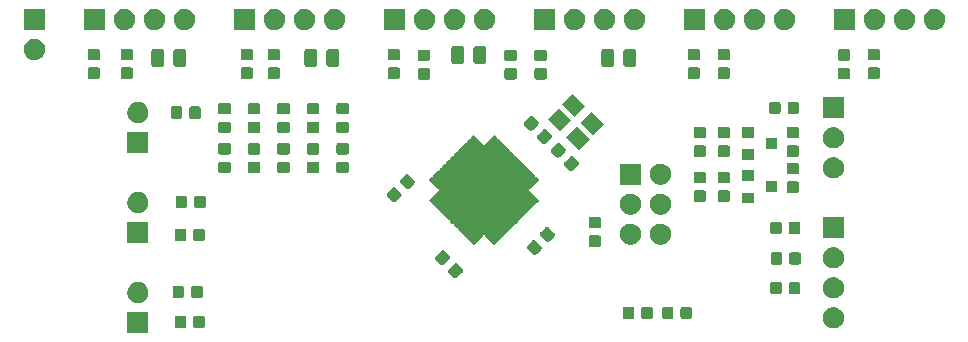
<source format=gbr>
G04 #@! TF.GenerationSoftware,KiCad,Pcbnew,5.1.5+dfsg1-2build2*
G04 #@! TF.CreationDate,2021-01-10T12:40:40-08:00*
G04 #@! TF.ProjectId,board,626f6172-642e-46b6-9963-61645f706362,rev?*
G04 #@! TF.SameCoordinates,Original*
G04 #@! TF.FileFunction,Soldermask,Top*
G04 #@! TF.FilePolarity,Negative*
%FSLAX46Y46*%
G04 Gerber Fmt 4.6, Leading zero omitted, Abs format (unit mm)*
G04 Created by KiCad (PCBNEW 5.1.5+dfsg1-2build2) date 2021-01-10 12:40:40*
%MOMM*%
%LPD*%
G04 APERTURE LIST*
%ADD10C,0.100000*%
G04 APERTURE END LIST*
D10*
G36*
X111563500Y-80724200D02*
G01*
X109761500Y-80724200D01*
X109761500Y-78922200D01*
X111563500Y-78922200D01*
X111563500Y-80724200D01*
G37*
G36*
X169671212Y-78517027D02*
G01*
X169820512Y-78546724D01*
X169984484Y-78614644D01*
X170132054Y-78713247D01*
X170257553Y-78838746D01*
X170356156Y-78986316D01*
X170424076Y-79150288D01*
X170442794Y-79244393D01*
X170458700Y-79324358D01*
X170458700Y-79501842D01*
X170456022Y-79515307D01*
X170424076Y-79675912D01*
X170356156Y-79839884D01*
X170257553Y-79987454D01*
X170132054Y-80112953D01*
X169984484Y-80211556D01*
X169820512Y-80279476D01*
X169671212Y-80309173D01*
X169646442Y-80314100D01*
X169468958Y-80314100D01*
X169444188Y-80309173D01*
X169294888Y-80279476D01*
X169130916Y-80211556D01*
X168983346Y-80112953D01*
X168857847Y-79987454D01*
X168759244Y-79839884D01*
X168691324Y-79675912D01*
X168659378Y-79515307D01*
X168656700Y-79501842D01*
X168656700Y-79324358D01*
X168672606Y-79244393D01*
X168691324Y-79150288D01*
X168759244Y-78986316D01*
X168857847Y-78838746D01*
X168983346Y-78713247D01*
X169130916Y-78614644D01*
X169294888Y-78546724D01*
X169444188Y-78517027D01*
X169468958Y-78512100D01*
X169646442Y-78512100D01*
X169671212Y-78517027D01*
G37*
G36*
X114616591Y-79234085D02*
G01*
X114650569Y-79244393D01*
X114681890Y-79261134D01*
X114709339Y-79283661D01*
X114731866Y-79311110D01*
X114748607Y-79342431D01*
X114758915Y-79376409D01*
X114763000Y-79417890D01*
X114763000Y-80094110D01*
X114758915Y-80135591D01*
X114748607Y-80169569D01*
X114731866Y-80200890D01*
X114709339Y-80228339D01*
X114681890Y-80250866D01*
X114650569Y-80267607D01*
X114616591Y-80277915D01*
X114575110Y-80282000D01*
X113973890Y-80282000D01*
X113932409Y-80277915D01*
X113898431Y-80267607D01*
X113867110Y-80250866D01*
X113839661Y-80228339D01*
X113817134Y-80200890D01*
X113800393Y-80169569D01*
X113790085Y-80135591D01*
X113786000Y-80094110D01*
X113786000Y-79417890D01*
X113790085Y-79376409D01*
X113800393Y-79342431D01*
X113817134Y-79311110D01*
X113839661Y-79283661D01*
X113867110Y-79261134D01*
X113898431Y-79244393D01*
X113932409Y-79234085D01*
X113973890Y-79230000D01*
X114575110Y-79230000D01*
X114616591Y-79234085D01*
G37*
G36*
X116191591Y-79234085D02*
G01*
X116225569Y-79244393D01*
X116256890Y-79261134D01*
X116284339Y-79283661D01*
X116306866Y-79311110D01*
X116323607Y-79342431D01*
X116333915Y-79376409D01*
X116338000Y-79417890D01*
X116338000Y-80094110D01*
X116333915Y-80135591D01*
X116323607Y-80169569D01*
X116306866Y-80200890D01*
X116284339Y-80228339D01*
X116256890Y-80250866D01*
X116225569Y-80267607D01*
X116191591Y-80277915D01*
X116150110Y-80282000D01*
X115548890Y-80282000D01*
X115507409Y-80277915D01*
X115473431Y-80267607D01*
X115442110Y-80250866D01*
X115414661Y-80228339D01*
X115392134Y-80200890D01*
X115375393Y-80169569D01*
X115365085Y-80135591D01*
X115361000Y-80094110D01*
X115361000Y-79417890D01*
X115365085Y-79376409D01*
X115375393Y-79342431D01*
X115392134Y-79311110D01*
X115414661Y-79283661D01*
X115442110Y-79261134D01*
X115473431Y-79244393D01*
X115507409Y-79234085D01*
X115548890Y-79230000D01*
X116150110Y-79230000D01*
X116191591Y-79234085D01*
G37*
G36*
X154129591Y-78478085D02*
G01*
X154163569Y-78488393D01*
X154194890Y-78505134D01*
X154222339Y-78527661D01*
X154244866Y-78555110D01*
X154261607Y-78586431D01*
X154271915Y-78620409D01*
X154276000Y-78661890D01*
X154276000Y-79338110D01*
X154271915Y-79379591D01*
X154261607Y-79413569D01*
X154244866Y-79444890D01*
X154222339Y-79472339D01*
X154194890Y-79494866D01*
X154163569Y-79511607D01*
X154129591Y-79521915D01*
X154088110Y-79526000D01*
X153486890Y-79526000D01*
X153445409Y-79521915D01*
X153411431Y-79511607D01*
X153380110Y-79494866D01*
X153352661Y-79472339D01*
X153330134Y-79444890D01*
X153313393Y-79413569D01*
X153303085Y-79379591D01*
X153299000Y-79338110D01*
X153299000Y-78661890D01*
X153303085Y-78620409D01*
X153313393Y-78586431D01*
X153330134Y-78555110D01*
X153352661Y-78527661D01*
X153380110Y-78505134D01*
X153411431Y-78488393D01*
X153445409Y-78478085D01*
X153486890Y-78474000D01*
X154088110Y-78474000D01*
X154129591Y-78478085D01*
G37*
G36*
X152554591Y-78478085D02*
G01*
X152588569Y-78488393D01*
X152619890Y-78505134D01*
X152647339Y-78527661D01*
X152669866Y-78555110D01*
X152686607Y-78586431D01*
X152696915Y-78620409D01*
X152701000Y-78661890D01*
X152701000Y-79338110D01*
X152696915Y-79379591D01*
X152686607Y-79413569D01*
X152669866Y-79444890D01*
X152647339Y-79472339D01*
X152619890Y-79494866D01*
X152588569Y-79511607D01*
X152554591Y-79521915D01*
X152513110Y-79526000D01*
X151911890Y-79526000D01*
X151870409Y-79521915D01*
X151836431Y-79511607D01*
X151805110Y-79494866D01*
X151777661Y-79472339D01*
X151755134Y-79444890D01*
X151738393Y-79413569D01*
X151728085Y-79379591D01*
X151724000Y-79338110D01*
X151724000Y-78661890D01*
X151728085Y-78620409D01*
X151738393Y-78586431D01*
X151755134Y-78555110D01*
X151777661Y-78527661D01*
X151805110Y-78505134D01*
X151836431Y-78488393D01*
X151870409Y-78478085D01*
X151911890Y-78474000D01*
X152513110Y-78474000D01*
X152554591Y-78478085D01*
G37*
G36*
X155866191Y-78472085D02*
G01*
X155900169Y-78482393D01*
X155931490Y-78499134D01*
X155958939Y-78521661D01*
X155981466Y-78549110D01*
X155998207Y-78580431D01*
X156008515Y-78614409D01*
X156012600Y-78655890D01*
X156012600Y-79332110D01*
X156008515Y-79373591D01*
X155998207Y-79407569D01*
X155981466Y-79438890D01*
X155958939Y-79466339D01*
X155931490Y-79488866D01*
X155900169Y-79505607D01*
X155866191Y-79515915D01*
X155824710Y-79520000D01*
X155223490Y-79520000D01*
X155182009Y-79515915D01*
X155148031Y-79505607D01*
X155116710Y-79488866D01*
X155089261Y-79466339D01*
X155066734Y-79438890D01*
X155049993Y-79407569D01*
X155039685Y-79373591D01*
X155035600Y-79332110D01*
X155035600Y-78655890D01*
X155039685Y-78614409D01*
X155049993Y-78580431D01*
X155066734Y-78549110D01*
X155089261Y-78521661D01*
X155116710Y-78499134D01*
X155148031Y-78482393D01*
X155182009Y-78472085D01*
X155223490Y-78468000D01*
X155824710Y-78468000D01*
X155866191Y-78472085D01*
G37*
G36*
X157441191Y-78472085D02*
G01*
X157475169Y-78482393D01*
X157506490Y-78499134D01*
X157533939Y-78521661D01*
X157556466Y-78549110D01*
X157573207Y-78580431D01*
X157583515Y-78614409D01*
X157587600Y-78655890D01*
X157587600Y-79332110D01*
X157583515Y-79373591D01*
X157573207Y-79407569D01*
X157556466Y-79438890D01*
X157533939Y-79466339D01*
X157506490Y-79488866D01*
X157475169Y-79505607D01*
X157441191Y-79515915D01*
X157399710Y-79520000D01*
X156798490Y-79520000D01*
X156757009Y-79515915D01*
X156723031Y-79505607D01*
X156691710Y-79488866D01*
X156664261Y-79466339D01*
X156641734Y-79438890D01*
X156624993Y-79407569D01*
X156614685Y-79373591D01*
X156610600Y-79332110D01*
X156610600Y-78655890D01*
X156614685Y-78614409D01*
X156624993Y-78580431D01*
X156641734Y-78549110D01*
X156664261Y-78521661D01*
X156691710Y-78499134D01*
X156723031Y-78482393D01*
X156757009Y-78472085D01*
X156798490Y-78468000D01*
X157399710Y-78468000D01*
X157441191Y-78472085D01*
G37*
G36*
X110776012Y-76387127D02*
G01*
X110925312Y-76416824D01*
X111089284Y-76484744D01*
X111236854Y-76583347D01*
X111362353Y-76708846D01*
X111460956Y-76856416D01*
X111528876Y-77020388D01*
X111563500Y-77194459D01*
X111563500Y-77371941D01*
X111528876Y-77546012D01*
X111460956Y-77709984D01*
X111362353Y-77857554D01*
X111236854Y-77983053D01*
X111089284Y-78081656D01*
X110925312Y-78149576D01*
X110776012Y-78179273D01*
X110751242Y-78184200D01*
X110573758Y-78184200D01*
X110548988Y-78179273D01*
X110399688Y-78149576D01*
X110235716Y-78081656D01*
X110088146Y-77983053D01*
X109962647Y-77857554D01*
X109864044Y-77709984D01*
X109796124Y-77546012D01*
X109761500Y-77371941D01*
X109761500Y-77194459D01*
X109796124Y-77020388D01*
X109864044Y-76856416D01*
X109962647Y-76708846D01*
X110088146Y-76583347D01*
X110235716Y-76484744D01*
X110399688Y-76416824D01*
X110548988Y-76387127D01*
X110573758Y-76382200D01*
X110751242Y-76382200D01*
X110776012Y-76387127D01*
G37*
G36*
X169671212Y-75977027D02*
G01*
X169820512Y-76006724D01*
X169984484Y-76074644D01*
X170132054Y-76173247D01*
X170257553Y-76298746D01*
X170356156Y-76446316D01*
X170424076Y-76610288D01*
X170458700Y-76784359D01*
X170458700Y-76961841D01*
X170424076Y-77135912D01*
X170356156Y-77299884D01*
X170257553Y-77447454D01*
X170132054Y-77572953D01*
X169984484Y-77671556D01*
X169820512Y-77739476D01*
X169671212Y-77769173D01*
X169646442Y-77774100D01*
X169468958Y-77774100D01*
X169444188Y-77769173D01*
X169294888Y-77739476D01*
X169130916Y-77671556D01*
X168983346Y-77572953D01*
X168857847Y-77447454D01*
X168759244Y-77299884D01*
X168691324Y-77135912D01*
X168656700Y-76961841D01*
X168656700Y-76784359D01*
X168691324Y-76610288D01*
X168759244Y-76446316D01*
X168857847Y-76298746D01*
X168983346Y-76173247D01*
X169130916Y-76074644D01*
X169294888Y-76006724D01*
X169444188Y-75977027D01*
X169468958Y-75972100D01*
X169646442Y-75972100D01*
X169671212Y-75977027D01*
G37*
G36*
X114433491Y-76694085D02*
G01*
X114467469Y-76704393D01*
X114498790Y-76721134D01*
X114526239Y-76743661D01*
X114548766Y-76771110D01*
X114565507Y-76802431D01*
X114575815Y-76836409D01*
X114579900Y-76877890D01*
X114579900Y-77554110D01*
X114575815Y-77595591D01*
X114565507Y-77629569D01*
X114548766Y-77660890D01*
X114526239Y-77688339D01*
X114498790Y-77710866D01*
X114467469Y-77727607D01*
X114433491Y-77737915D01*
X114392010Y-77742000D01*
X113790790Y-77742000D01*
X113749309Y-77737915D01*
X113715331Y-77727607D01*
X113684010Y-77710866D01*
X113656561Y-77688339D01*
X113634034Y-77660890D01*
X113617293Y-77629569D01*
X113606985Y-77595591D01*
X113602900Y-77554110D01*
X113602900Y-76877890D01*
X113606985Y-76836409D01*
X113617293Y-76802431D01*
X113634034Y-76771110D01*
X113656561Y-76743661D01*
X113684010Y-76721134D01*
X113715331Y-76704393D01*
X113749309Y-76694085D01*
X113790790Y-76690000D01*
X114392010Y-76690000D01*
X114433491Y-76694085D01*
G37*
G36*
X116008491Y-76694085D02*
G01*
X116042469Y-76704393D01*
X116073790Y-76721134D01*
X116101239Y-76743661D01*
X116123766Y-76771110D01*
X116140507Y-76802431D01*
X116150815Y-76836409D01*
X116154900Y-76877890D01*
X116154900Y-77554110D01*
X116150815Y-77595591D01*
X116140507Y-77629569D01*
X116123766Y-77660890D01*
X116101239Y-77688339D01*
X116073790Y-77710866D01*
X116042469Y-77727607D01*
X116008491Y-77737915D01*
X115967010Y-77742000D01*
X115365790Y-77742000D01*
X115324309Y-77737915D01*
X115290331Y-77727607D01*
X115259010Y-77710866D01*
X115231561Y-77688339D01*
X115209034Y-77660890D01*
X115192293Y-77629569D01*
X115181985Y-77595591D01*
X115177900Y-77554110D01*
X115177900Y-76877890D01*
X115181985Y-76836409D01*
X115192293Y-76802431D01*
X115209034Y-76771110D01*
X115231561Y-76743661D01*
X115259010Y-76721134D01*
X115290331Y-76704393D01*
X115324309Y-76694085D01*
X115365790Y-76690000D01*
X115967010Y-76690000D01*
X116008491Y-76694085D01*
G37*
G36*
X165035591Y-76389285D02*
G01*
X165069569Y-76399593D01*
X165100890Y-76416334D01*
X165128339Y-76438861D01*
X165150866Y-76466310D01*
X165167607Y-76497631D01*
X165177915Y-76531609D01*
X165182000Y-76573090D01*
X165182000Y-77249310D01*
X165177915Y-77290791D01*
X165167607Y-77324769D01*
X165150866Y-77356090D01*
X165128339Y-77383539D01*
X165100890Y-77406066D01*
X165069569Y-77422807D01*
X165035591Y-77433115D01*
X164994110Y-77437200D01*
X164392890Y-77437200D01*
X164351409Y-77433115D01*
X164317431Y-77422807D01*
X164286110Y-77406066D01*
X164258661Y-77383539D01*
X164236134Y-77356090D01*
X164219393Y-77324769D01*
X164209085Y-77290791D01*
X164205000Y-77249310D01*
X164205000Y-76573090D01*
X164209085Y-76531609D01*
X164219393Y-76497631D01*
X164236134Y-76466310D01*
X164258661Y-76438861D01*
X164286110Y-76416334D01*
X164317431Y-76399593D01*
X164351409Y-76389285D01*
X164392890Y-76385200D01*
X164994110Y-76385200D01*
X165035591Y-76389285D01*
G37*
G36*
X166610591Y-76389285D02*
G01*
X166644569Y-76399593D01*
X166675890Y-76416334D01*
X166703339Y-76438861D01*
X166725866Y-76466310D01*
X166742607Y-76497631D01*
X166752915Y-76531609D01*
X166757000Y-76573090D01*
X166757000Y-77249310D01*
X166752915Y-77290791D01*
X166742607Y-77324769D01*
X166725866Y-77356090D01*
X166703339Y-77383539D01*
X166675890Y-77406066D01*
X166644569Y-77422807D01*
X166610591Y-77433115D01*
X166569110Y-77437200D01*
X165967890Y-77437200D01*
X165926409Y-77433115D01*
X165892431Y-77422807D01*
X165861110Y-77406066D01*
X165833661Y-77383539D01*
X165811134Y-77356090D01*
X165794393Y-77324769D01*
X165784085Y-77290791D01*
X165780000Y-77249310D01*
X165780000Y-76573090D01*
X165784085Y-76531609D01*
X165794393Y-76497631D01*
X165811134Y-76466310D01*
X165833661Y-76438861D01*
X165861110Y-76416334D01*
X165892431Y-76399593D01*
X165926409Y-76389285D01*
X165967890Y-76385200D01*
X166569110Y-76385200D01*
X166610591Y-76389285D01*
G37*
G36*
X137639005Y-74798055D02*
G01*
X137672983Y-74808363D01*
X137704304Y-74825104D01*
X137736518Y-74851542D01*
X137776369Y-74891393D01*
X137776375Y-74891398D01*
X138121796Y-75236819D01*
X138121801Y-75236825D01*
X138161652Y-75276676D01*
X138188090Y-75308890D01*
X138204831Y-75340211D01*
X138215139Y-75374189D01*
X138218619Y-75409530D01*
X138215139Y-75444871D01*
X138204831Y-75478849D01*
X138188090Y-75510170D01*
X138161652Y-75542384D01*
X138121801Y-75582235D01*
X138121796Y-75582241D01*
X137723341Y-75980696D01*
X137723335Y-75980701D01*
X137683484Y-76020552D01*
X137651270Y-76046990D01*
X137619949Y-76063731D01*
X137585971Y-76074039D01*
X137550630Y-76077519D01*
X137515289Y-76074039D01*
X137481311Y-76063731D01*
X137449990Y-76046990D01*
X137417776Y-76020552D01*
X137377925Y-75980701D01*
X137377919Y-75980696D01*
X137032498Y-75635275D01*
X137032493Y-75635269D01*
X136992642Y-75595418D01*
X136966204Y-75563204D01*
X136949463Y-75531883D01*
X136939155Y-75497905D01*
X136935675Y-75462564D01*
X136939155Y-75427223D01*
X136949463Y-75393245D01*
X136966204Y-75361924D01*
X136992642Y-75329710D01*
X137032493Y-75289859D01*
X137032498Y-75289853D01*
X137430953Y-74891398D01*
X137430959Y-74891393D01*
X137470810Y-74851542D01*
X137503024Y-74825104D01*
X137534345Y-74808363D01*
X137568323Y-74798055D01*
X137603664Y-74794575D01*
X137639005Y-74798055D01*
G37*
G36*
X169671212Y-73437027D02*
G01*
X169820512Y-73466724D01*
X169984484Y-73534644D01*
X170132054Y-73633247D01*
X170257553Y-73758746D01*
X170356156Y-73906316D01*
X170424076Y-74070288D01*
X170458700Y-74244359D01*
X170458700Y-74421841D01*
X170424076Y-74595912D01*
X170356156Y-74759884D01*
X170257553Y-74907454D01*
X170132054Y-75032953D01*
X169984484Y-75131556D01*
X169820512Y-75199476D01*
X169671212Y-75229173D01*
X169646442Y-75234100D01*
X169468958Y-75234100D01*
X169444188Y-75229173D01*
X169294888Y-75199476D01*
X169130916Y-75131556D01*
X168983346Y-75032953D01*
X168857847Y-74907454D01*
X168759244Y-74759884D01*
X168691324Y-74595912D01*
X168656700Y-74421841D01*
X168656700Y-74244359D01*
X168691324Y-74070288D01*
X168759244Y-73906316D01*
X168857847Y-73758746D01*
X168983346Y-73633247D01*
X169130916Y-73534644D01*
X169294888Y-73466724D01*
X169444188Y-73437027D01*
X169468958Y-73432100D01*
X169646442Y-73432100D01*
X169671212Y-73437027D01*
G37*
G36*
X136525311Y-73684361D02*
G01*
X136559289Y-73694669D01*
X136590610Y-73711410D01*
X136622824Y-73737848D01*
X136662675Y-73777699D01*
X136662681Y-73777704D01*
X137008102Y-74123125D01*
X137008107Y-74123131D01*
X137047958Y-74162982D01*
X137074396Y-74195196D01*
X137091137Y-74226517D01*
X137101445Y-74260495D01*
X137104925Y-74295836D01*
X137101445Y-74331177D01*
X137091137Y-74365155D01*
X137074396Y-74396476D01*
X137047958Y-74428690D01*
X137008107Y-74468541D01*
X137008102Y-74468547D01*
X136609647Y-74867002D01*
X136609641Y-74867007D01*
X136569790Y-74906858D01*
X136537576Y-74933296D01*
X136506255Y-74950037D01*
X136472277Y-74960345D01*
X136436936Y-74963825D01*
X136401595Y-74960345D01*
X136367617Y-74950037D01*
X136336296Y-74933296D01*
X136304082Y-74906858D01*
X136264231Y-74867007D01*
X136264225Y-74867002D01*
X135918804Y-74521581D01*
X135918799Y-74521575D01*
X135878948Y-74481724D01*
X135852510Y-74449510D01*
X135835769Y-74418189D01*
X135825461Y-74384211D01*
X135821981Y-74348870D01*
X135825461Y-74313529D01*
X135835769Y-74279551D01*
X135852510Y-74248230D01*
X135878948Y-74216016D01*
X135918799Y-74176165D01*
X135918804Y-74176159D01*
X136317259Y-73777704D01*
X136317265Y-73777699D01*
X136357116Y-73737848D01*
X136389330Y-73711410D01*
X136420651Y-73694669D01*
X136454629Y-73684361D01*
X136489970Y-73680881D01*
X136525311Y-73684361D01*
G37*
G36*
X166648691Y-73861985D02*
G01*
X166682669Y-73872293D01*
X166713990Y-73889034D01*
X166741439Y-73911561D01*
X166763966Y-73939010D01*
X166780707Y-73970331D01*
X166791015Y-74004309D01*
X166795100Y-74045790D01*
X166795100Y-74722010D01*
X166791015Y-74763491D01*
X166780707Y-74797469D01*
X166763966Y-74828790D01*
X166741439Y-74856239D01*
X166713990Y-74878766D01*
X166682669Y-74895507D01*
X166648691Y-74905815D01*
X166607210Y-74909900D01*
X166005990Y-74909900D01*
X165964509Y-74905815D01*
X165930531Y-74895507D01*
X165899210Y-74878766D01*
X165871761Y-74856239D01*
X165849234Y-74828790D01*
X165832493Y-74797469D01*
X165822185Y-74763491D01*
X165818100Y-74722010D01*
X165818100Y-74045790D01*
X165822185Y-74004309D01*
X165832493Y-73970331D01*
X165849234Y-73939010D01*
X165871761Y-73911561D01*
X165899210Y-73889034D01*
X165930531Y-73872293D01*
X165964509Y-73861985D01*
X166005990Y-73857900D01*
X166607210Y-73857900D01*
X166648691Y-73861985D01*
G37*
G36*
X165073691Y-73861985D02*
G01*
X165107669Y-73872293D01*
X165138990Y-73889034D01*
X165166439Y-73911561D01*
X165188966Y-73939010D01*
X165205707Y-73970331D01*
X165216015Y-74004309D01*
X165220100Y-74045790D01*
X165220100Y-74722010D01*
X165216015Y-74763491D01*
X165205707Y-74797469D01*
X165188966Y-74828790D01*
X165166439Y-74856239D01*
X165138990Y-74878766D01*
X165107669Y-74895507D01*
X165073691Y-74905815D01*
X165032210Y-74909900D01*
X164430990Y-74909900D01*
X164389509Y-74905815D01*
X164355531Y-74895507D01*
X164324210Y-74878766D01*
X164296761Y-74856239D01*
X164274234Y-74828790D01*
X164257493Y-74797469D01*
X164247185Y-74763491D01*
X164243100Y-74722010D01*
X164243100Y-74045790D01*
X164247185Y-74004309D01*
X164257493Y-73970331D01*
X164274234Y-73939010D01*
X164296761Y-73911561D01*
X164324210Y-73889034D01*
X164355531Y-73872293D01*
X164389509Y-73861985D01*
X164430990Y-73857900D01*
X165032210Y-73857900D01*
X165073691Y-73861985D01*
G37*
G36*
X144231977Y-72816855D02*
G01*
X144265955Y-72827163D01*
X144297276Y-72843904D01*
X144329490Y-72870342D01*
X144369341Y-72910193D01*
X144369347Y-72910198D01*
X144767802Y-73308653D01*
X144767807Y-73308659D01*
X144807658Y-73348510D01*
X144834096Y-73380724D01*
X144850837Y-73412045D01*
X144861145Y-73446023D01*
X144864625Y-73481364D01*
X144861145Y-73516705D01*
X144850837Y-73550683D01*
X144834096Y-73582004D01*
X144807658Y-73614218D01*
X144767807Y-73654069D01*
X144767802Y-73654075D01*
X144422381Y-73999496D01*
X144422375Y-73999501D01*
X144382524Y-74039352D01*
X144350310Y-74065790D01*
X144318989Y-74082531D01*
X144285011Y-74092839D01*
X144249670Y-74096319D01*
X144214329Y-74092839D01*
X144180351Y-74082531D01*
X144149030Y-74065790D01*
X144116816Y-74039352D01*
X144076965Y-73999501D01*
X144076959Y-73999496D01*
X143678504Y-73601041D01*
X143678499Y-73601035D01*
X143638648Y-73561184D01*
X143612210Y-73528970D01*
X143595469Y-73497649D01*
X143585161Y-73463671D01*
X143581681Y-73428330D01*
X143585161Y-73392989D01*
X143595469Y-73359011D01*
X143612210Y-73327690D01*
X143638648Y-73295476D01*
X143678499Y-73255625D01*
X143678504Y-73255619D01*
X144023925Y-72910198D01*
X144023931Y-72910193D01*
X144063782Y-72870342D01*
X144095996Y-72843904D01*
X144127317Y-72827163D01*
X144161295Y-72816855D01*
X144196636Y-72813375D01*
X144231977Y-72816855D01*
G37*
G36*
X149731591Y-72439085D02*
G01*
X149765569Y-72449393D01*
X149796890Y-72466134D01*
X149824339Y-72488661D01*
X149846866Y-72516110D01*
X149863607Y-72547431D01*
X149873915Y-72581409D01*
X149878000Y-72622890D01*
X149878000Y-73224110D01*
X149873915Y-73265591D01*
X149863607Y-73299569D01*
X149846866Y-73330890D01*
X149824339Y-73358339D01*
X149796890Y-73380866D01*
X149765569Y-73397607D01*
X149731591Y-73407915D01*
X149690110Y-73412000D01*
X149013890Y-73412000D01*
X148972409Y-73407915D01*
X148938431Y-73397607D01*
X148907110Y-73380866D01*
X148879661Y-73358339D01*
X148857134Y-73330890D01*
X148840393Y-73299569D01*
X148830085Y-73265591D01*
X148826000Y-73224110D01*
X148826000Y-72622890D01*
X148830085Y-72581409D01*
X148840393Y-72547431D01*
X148857134Y-72516110D01*
X148879661Y-72488661D01*
X148907110Y-72466134D01*
X148938431Y-72449393D01*
X148972409Y-72439085D01*
X149013890Y-72435000D01*
X149690110Y-72435000D01*
X149731591Y-72439085D01*
G37*
G36*
X140868139Y-63936026D02*
G01*
X140872813Y-63937444D01*
X140877115Y-63939743D01*
X140885654Y-63946751D01*
X141089815Y-64150912D01*
X141096823Y-64159451D01*
X141099122Y-64163753D01*
X141100540Y-64168427D01*
X141101348Y-64176630D01*
X141106129Y-64200663D01*
X141115507Y-64223302D01*
X141129121Y-64243676D01*
X141146449Y-64261002D01*
X141166823Y-64274616D01*
X141189462Y-64283992D01*
X141213490Y-64288772D01*
X141221692Y-64289580D01*
X141226366Y-64290998D01*
X141230668Y-64293297D01*
X141239207Y-64300305D01*
X141443368Y-64504466D01*
X141450376Y-64513005D01*
X141452675Y-64517307D01*
X141454093Y-64521981D01*
X141454901Y-64530183D01*
X141459682Y-64554217D01*
X141469060Y-64576855D01*
X141482675Y-64597229D01*
X141500002Y-64614556D01*
X141520377Y-64628169D01*
X141543016Y-64637546D01*
X141567043Y-64642325D01*
X141575246Y-64643133D01*
X141579920Y-64644551D01*
X141584222Y-64646850D01*
X141592761Y-64653858D01*
X141796922Y-64858019D01*
X141803930Y-64866558D01*
X141806229Y-64870860D01*
X141807647Y-64875534D01*
X141808455Y-64883736D01*
X141813236Y-64907770D01*
X141822614Y-64930408D01*
X141836229Y-64950782D01*
X141853556Y-64968109D01*
X141873931Y-64981722D01*
X141896570Y-64991099D01*
X141920597Y-64995878D01*
X141928799Y-64996686D01*
X141933473Y-64998104D01*
X141937775Y-65000403D01*
X141946314Y-65007411D01*
X142150475Y-65211572D01*
X142157483Y-65220111D01*
X142159782Y-65224413D01*
X142161200Y-65229087D01*
X142162008Y-65237290D01*
X142166789Y-65261323D01*
X142176167Y-65283962D01*
X142189781Y-65304336D01*
X142207109Y-65321662D01*
X142227483Y-65335276D01*
X142250122Y-65344652D01*
X142274150Y-65349432D01*
X142282352Y-65350240D01*
X142287026Y-65351658D01*
X142291328Y-65353957D01*
X142299867Y-65360965D01*
X142504028Y-65565126D01*
X142511036Y-65573665D01*
X142513335Y-65577967D01*
X142514753Y-65582641D01*
X142515561Y-65590843D01*
X142520342Y-65614877D01*
X142529720Y-65637515D01*
X142543335Y-65657889D01*
X142560662Y-65675216D01*
X142581037Y-65688829D01*
X142603676Y-65698206D01*
X142627703Y-65702985D01*
X142635906Y-65703793D01*
X142640580Y-65705211D01*
X142644882Y-65707510D01*
X142653421Y-65714518D01*
X142857582Y-65918679D01*
X142864590Y-65927218D01*
X142866889Y-65931520D01*
X142868307Y-65936194D01*
X142869115Y-65944397D01*
X142873896Y-65968430D01*
X142883274Y-65991069D01*
X142896888Y-66011443D01*
X142914216Y-66028769D01*
X142934590Y-66042383D01*
X142957229Y-66051759D01*
X142981257Y-66056539D01*
X142989459Y-66057347D01*
X142994133Y-66058765D01*
X142998435Y-66061064D01*
X143006974Y-66068072D01*
X143211135Y-66272233D01*
X143218143Y-66280772D01*
X143220442Y-66285074D01*
X143221860Y-66289748D01*
X143222668Y-66297950D01*
X143227449Y-66321984D01*
X143236827Y-66344622D01*
X143250442Y-66364996D01*
X143267769Y-66382323D01*
X143288144Y-66395936D01*
X143310783Y-66405313D01*
X143334810Y-66410092D01*
X143343013Y-66410900D01*
X143347687Y-66412318D01*
X143351989Y-66414617D01*
X143360528Y-66421625D01*
X143564689Y-66625786D01*
X143571697Y-66634325D01*
X143573996Y-66638627D01*
X143575414Y-66643301D01*
X143576222Y-66651503D01*
X143581003Y-66675537D01*
X143590381Y-66698175D01*
X143603996Y-66718549D01*
X143621323Y-66735876D01*
X143641698Y-66749489D01*
X143664337Y-66758866D01*
X143688364Y-66763645D01*
X143696566Y-66764453D01*
X143701240Y-66765871D01*
X143705542Y-66768170D01*
X143714081Y-66775178D01*
X143918242Y-66979339D01*
X143925250Y-66987878D01*
X143927549Y-66992180D01*
X143928967Y-66996854D01*
X143929775Y-67005057D01*
X143934556Y-67029090D01*
X143943934Y-67051729D01*
X143957548Y-67072103D01*
X143974876Y-67089429D01*
X143995250Y-67103043D01*
X144017889Y-67112419D01*
X144041917Y-67117199D01*
X144050119Y-67118007D01*
X144054793Y-67119425D01*
X144059095Y-67121724D01*
X144067634Y-67128732D01*
X144271795Y-67332893D01*
X144278803Y-67341432D01*
X144281102Y-67345734D01*
X144282520Y-67350408D01*
X144283328Y-67358610D01*
X144288109Y-67382644D01*
X144297487Y-67405282D01*
X144311102Y-67425656D01*
X144328429Y-67442983D01*
X144348804Y-67456596D01*
X144371443Y-67465973D01*
X144395470Y-67470752D01*
X144403673Y-67471560D01*
X144408347Y-67472978D01*
X144412649Y-67475277D01*
X144421188Y-67482285D01*
X144625349Y-67686446D01*
X144632357Y-67694985D01*
X144634656Y-67699287D01*
X144636074Y-67703961D01*
X144636552Y-67708816D01*
X144636074Y-67713671D01*
X144634656Y-67718345D01*
X144632357Y-67722647D01*
X144625349Y-67731186D01*
X143852223Y-68504312D01*
X143836678Y-68523254D01*
X143825127Y-68544865D01*
X143818014Y-68568314D01*
X143815612Y-68592700D01*
X143818014Y-68617086D01*
X143825127Y-68640535D01*
X143836678Y-68662146D01*
X143852223Y-68681088D01*
X144625349Y-69454214D01*
X144632357Y-69462753D01*
X144634656Y-69467055D01*
X144636074Y-69471729D01*
X144636552Y-69476584D01*
X144636074Y-69481439D01*
X144634656Y-69486113D01*
X144632357Y-69490415D01*
X144625349Y-69498954D01*
X144421188Y-69703115D01*
X144412649Y-69710123D01*
X144408347Y-69712422D01*
X144403673Y-69713840D01*
X144395470Y-69714648D01*
X144371437Y-69719429D01*
X144348798Y-69728807D01*
X144328424Y-69742421D01*
X144311098Y-69759749D01*
X144297484Y-69780123D01*
X144288108Y-69802762D01*
X144283328Y-69826790D01*
X144282520Y-69834992D01*
X144281102Y-69839666D01*
X144278803Y-69843968D01*
X144271795Y-69852507D01*
X144067634Y-70056668D01*
X144059095Y-70063676D01*
X144054793Y-70065975D01*
X144050119Y-70067393D01*
X144041917Y-70068201D01*
X144017883Y-70072982D01*
X143995245Y-70082360D01*
X143974871Y-70095975D01*
X143957544Y-70113302D01*
X143943931Y-70133677D01*
X143934554Y-70156316D01*
X143929775Y-70180343D01*
X143928967Y-70188546D01*
X143927549Y-70193220D01*
X143925250Y-70197522D01*
X143918242Y-70206061D01*
X143714081Y-70410222D01*
X143705542Y-70417230D01*
X143701240Y-70419529D01*
X143696566Y-70420947D01*
X143688364Y-70421755D01*
X143664330Y-70426536D01*
X143641692Y-70435914D01*
X143621318Y-70449529D01*
X143603991Y-70466856D01*
X143590378Y-70487231D01*
X143581001Y-70509870D01*
X143576222Y-70533897D01*
X143575414Y-70542099D01*
X143573996Y-70546773D01*
X143571697Y-70551075D01*
X143564689Y-70559614D01*
X143360528Y-70763775D01*
X143351989Y-70770783D01*
X143347687Y-70773082D01*
X143343013Y-70774500D01*
X143334810Y-70775308D01*
X143310777Y-70780089D01*
X143288138Y-70789467D01*
X143267764Y-70803081D01*
X143250438Y-70820409D01*
X143236824Y-70840783D01*
X143227448Y-70863422D01*
X143222668Y-70887450D01*
X143221860Y-70895652D01*
X143220442Y-70900326D01*
X143218143Y-70904628D01*
X143211135Y-70913167D01*
X143006974Y-71117328D01*
X142998435Y-71124336D01*
X142994133Y-71126635D01*
X142989459Y-71128053D01*
X142981257Y-71128861D01*
X142957223Y-71133642D01*
X142934585Y-71143020D01*
X142914211Y-71156635D01*
X142896884Y-71173962D01*
X142883271Y-71194337D01*
X142873894Y-71216976D01*
X142869115Y-71241003D01*
X142868307Y-71249206D01*
X142866889Y-71253880D01*
X142864590Y-71258182D01*
X142857582Y-71266721D01*
X142653421Y-71470882D01*
X142644882Y-71477890D01*
X142640580Y-71480189D01*
X142635906Y-71481607D01*
X142627703Y-71482415D01*
X142603670Y-71487196D01*
X142581031Y-71496574D01*
X142560657Y-71510188D01*
X142543331Y-71527516D01*
X142529717Y-71547890D01*
X142520341Y-71570529D01*
X142515561Y-71594557D01*
X142514753Y-71602759D01*
X142513335Y-71607433D01*
X142511036Y-71611735D01*
X142504028Y-71620274D01*
X142299867Y-71824435D01*
X142291328Y-71831443D01*
X142287026Y-71833742D01*
X142282352Y-71835160D01*
X142274150Y-71835968D01*
X142250116Y-71840749D01*
X142227478Y-71850127D01*
X142207104Y-71863742D01*
X142189777Y-71881069D01*
X142176164Y-71901444D01*
X142166787Y-71924083D01*
X142162008Y-71948110D01*
X142161200Y-71956313D01*
X142159782Y-71960987D01*
X142157483Y-71965289D01*
X142150475Y-71973828D01*
X141946314Y-72177989D01*
X141937775Y-72184997D01*
X141933473Y-72187296D01*
X141928799Y-72188714D01*
X141920597Y-72189522D01*
X141896563Y-72194303D01*
X141873925Y-72203681D01*
X141853551Y-72217296D01*
X141836224Y-72234623D01*
X141822611Y-72254998D01*
X141813234Y-72277637D01*
X141808455Y-72301664D01*
X141807647Y-72309866D01*
X141806229Y-72314540D01*
X141803930Y-72318842D01*
X141796922Y-72327381D01*
X141592763Y-72531540D01*
X141584222Y-72538550D01*
X141579920Y-72540849D01*
X141575246Y-72542267D01*
X141567043Y-72543075D01*
X141543010Y-72547856D01*
X141520371Y-72557234D01*
X141499997Y-72570848D01*
X141482671Y-72588176D01*
X141469057Y-72608550D01*
X141459681Y-72631189D01*
X141454901Y-72655217D01*
X141454093Y-72663419D01*
X141452675Y-72668093D01*
X141450376Y-72672395D01*
X141443368Y-72680934D01*
X141239207Y-72885095D01*
X141230668Y-72892103D01*
X141226366Y-72894402D01*
X141221692Y-72895820D01*
X141213490Y-72896628D01*
X141189456Y-72901409D01*
X141166818Y-72910787D01*
X141146444Y-72924402D01*
X141129117Y-72941729D01*
X141115504Y-72962104D01*
X141106127Y-72984743D01*
X141101348Y-73008770D01*
X141100540Y-73016973D01*
X141099122Y-73021647D01*
X141096823Y-73025949D01*
X141089815Y-73034488D01*
X140885654Y-73238649D01*
X140877115Y-73245657D01*
X140872813Y-73247956D01*
X140868139Y-73249374D01*
X140863284Y-73249852D01*
X140858429Y-73249374D01*
X140853755Y-73247956D01*
X140849453Y-73245657D01*
X140840914Y-73238649D01*
X140067788Y-72465523D01*
X140048846Y-72449978D01*
X140027235Y-72438427D01*
X140003786Y-72431314D01*
X139979400Y-72428912D01*
X139955014Y-72431314D01*
X139931565Y-72438427D01*
X139909954Y-72449978D01*
X139891012Y-72465523D01*
X139117886Y-73238649D01*
X139109347Y-73245657D01*
X139105045Y-73247956D01*
X139100371Y-73249374D01*
X139095516Y-73249852D01*
X139090661Y-73249374D01*
X139085987Y-73247956D01*
X139081685Y-73245657D01*
X139073146Y-73238649D01*
X138868985Y-73034488D01*
X138861977Y-73025949D01*
X138859678Y-73021647D01*
X138858260Y-73016973D01*
X138857452Y-73008770D01*
X138852671Y-72984737D01*
X138843293Y-72962098D01*
X138829679Y-72941724D01*
X138812351Y-72924398D01*
X138791977Y-72910784D01*
X138769338Y-72901408D01*
X138745310Y-72896628D01*
X138737108Y-72895820D01*
X138732434Y-72894402D01*
X138728132Y-72892103D01*
X138719593Y-72885095D01*
X138515432Y-72680934D01*
X138508424Y-72672395D01*
X138506125Y-72668093D01*
X138504707Y-72663419D01*
X138503899Y-72655217D01*
X138499118Y-72631183D01*
X138489740Y-72608545D01*
X138476125Y-72588171D01*
X138458798Y-72570844D01*
X138438423Y-72557231D01*
X138415784Y-72547854D01*
X138391757Y-72543075D01*
X138383554Y-72542267D01*
X138378880Y-72540849D01*
X138374578Y-72538550D01*
X138366037Y-72531540D01*
X138161878Y-72327381D01*
X138154870Y-72318842D01*
X138152571Y-72314540D01*
X138151153Y-72309866D01*
X138150345Y-72301664D01*
X138145564Y-72277630D01*
X138136186Y-72254992D01*
X138122571Y-72234618D01*
X138105244Y-72217291D01*
X138084869Y-72203678D01*
X138062230Y-72194301D01*
X138038203Y-72189522D01*
X138030001Y-72188714D01*
X138025327Y-72187296D01*
X138021025Y-72184997D01*
X138012486Y-72177989D01*
X137808325Y-71973828D01*
X137801317Y-71965289D01*
X137799018Y-71960987D01*
X137797600Y-71956313D01*
X137796792Y-71948110D01*
X137792011Y-71924077D01*
X137782633Y-71901438D01*
X137769019Y-71881064D01*
X137751691Y-71863738D01*
X137731317Y-71850124D01*
X137708678Y-71840748D01*
X137684650Y-71835968D01*
X137676448Y-71835160D01*
X137671774Y-71833742D01*
X137667472Y-71831443D01*
X137658933Y-71824435D01*
X137454772Y-71620274D01*
X137447764Y-71611735D01*
X137445465Y-71607433D01*
X137444047Y-71602759D01*
X137443239Y-71594557D01*
X137438458Y-71570523D01*
X137429080Y-71547885D01*
X137415465Y-71527511D01*
X137398138Y-71510184D01*
X137377763Y-71496571D01*
X137355124Y-71487194D01*
X137331097Y-71482415D01*
X137322894Y-71481607D01*
X137318220Y-71480189D01*
X137313918Y-71477890D01*
X137305379Y-71470882D01*
X137101218Y-71266721D01*
X137094210Y-71258182D01*
X137091911Y-71253880D01*
X137090493Y-71249206D01*
X137089685Y-71241003D01*
X137084904Y-71216970D01*
X137075526Y-71194331D01*
X137061912Y-71173957D01*
X137044584Y-71156631D01*
X137024210Y-71143017D01*
X137001571Y-71133641D01*
X136977543Y-71128861D01*
X136969341Y-71128053D01*
X136964667Y-71126635D01*
X136960365Y-71124336D01*
X136951826Y-71117328D01*
X136747665Y-70913167D01*
X136740657Y-70904628D01*
X136738358Y-70900326D01*
X136736940Y-70895652D01*
X136736132Y-70887450D01*
X136731351Y-70863416D01*
X136721973Y-70840778D01*
X136708358Y-70820404D01*
X136691031Y-70803077D01*
X136670656Y-70789464D01*
X136648017Y-70780087D01*
X136623990Y-70775308D01*
X136615787Y-70774500D01*
X136611113Y-70773082D01*
X136606811Y-70770783D01*
X136598272Y-70763775D01*
X136394111Y-70559614D01*
X136387103Y-70551075D01*
X136384804Y-70546773D01*
X136383386Y-70542099D01*
X136382578Y-70533897D01*
X136377797Y-70509863D01*
X136368419Y-70487225D01*
X136354804Y-70466851D01*
X136337477Y-70449524D01*
X136317102Y-70435911D01*
X136294463Y-70426534D01*
X136270436Y-70421755D01*
X136262234Y-70420947D01*
X136257560Y-70419529D01*
X136253258Y-70417230D01*
X136244719Y-70410222D01*
X136040558Y-70206061D01*
X136033550Y-70197522D01*
X136031251Y-70193220D01*
X136029833Y-70188546D01*
X136029025Y-70180343D01*
X136024244Y-70156310D01*
X136014866Y-70133671D01*
X136001252Y-70113297D01*
X135983924Y-70095971D01*
X135963550Y-70082357D01*
X135940911Y-70072981D01*
X135916883Y-70068201D01*
X135908681Y-70067393D01*
X135904007Y-70065975D01*
X135899705Y-70063676D01*
X135891166Y-70056668D01*
X135687005Y-69852507D01*
X135679997Y-69843968D01*
X135677698Y-69839666D01*
X135676280Y-69834992D01*
X135675472Y-69826790D01*
X135670691Y-69802756D01*
X135661313Y-69780118D01*
X135647698Y-69759744D01*
X135630371Y-69742417D01*
X135609996Y-69728804D01*
X135587357Y-69719427D01*
X135563330Y-69714648D01*
X135555127Y-69713840D01*
X135550453Y-69712422D01*
X135546151Y-69710123D01*
X135537612Y-69703115D01*
X135333451Y-69498954D01*
X135326443Y-69490415D01*
X135324144Y-69486113D01*
X135322726Y-69481439D01*
X135322248Y-69476584D01*
X135322726Y-69471729D01*
X135324144Y-69467055D01*
X135326443Y-69462753D01*
X135333451Y-69454214D01*
X136106577Y-68681088D01*
X136122122Y-68662146D01*
X136133673Y-68640535D01*
X136140786Y-68617086D01*
X136143188Y-68592700D01*
X136140786Y-68568314D01*
X136133673Y-68544865D01*
X136122122Y-68523254D01*
X136106577Y-68504312D01*
X135333451Y-67731186D01*
X135326443Y-67722647D01*
X135324144Y-67718345D01*
X135322726Y-67713671D01*
X135322248Y-67708816D01*
X135322726Y-67703961D01*
X135324144Y-67699287D01*
X135326443Y-67694985D01*
X135333451Y-67686446D01*
X135537612Y-67482285D01*
X135546151Y-67475277D01*
X135550453Y-67472978D01*
X135555127Y-67471560D01*
X135563330Y-67470752D01*
X135587363Y-67465971D01*
X135610002Y-67456593D01*
X135630376Y-67442979D01*
X135647702Y-67425651D01*
X135661316Y-67405277D01*
X135670692Y-67382638D01*
X135675472Y-67358610D01*
X135676280Y-67350408D01*
X135677698Y-67345734D01*
X135679997Y-67341432D01*
X135687005Y-67332893D01*
X135891166Y-67128732D01*
X135899705Y-67121724D01*
X135904007Y-67119425D01*
X135908681Y-67118007D01*
X135916883Y-67117199D01*
X135940917Y-67112418D01*
X135963555Y-67103040D01*
X135983929Y-67089425D01*
X136001256Y-67072098D01*
X136014869Y-67051723D01*
X136024246Y-67029084D01*
X136029025Y-67005057D01*
X136029833Y-66996854D01*
X136031251Y-66992180D01*
X136033550Y-66987878D01*
X136040558Y-66979339D01*
X136244719Y-66775178D01*
X136253258Y-66768170D01*
X136257560Y-66765871D01*
X136262234Y-66764453D01*
X136270436Y-66763645D01*
X136294470Y-66758864D01*
X136317108Y-66749486D01*
X136337482Y-66735871D01*
X136354809Y-66718544D01*
X136368422Y-66698169D01*
X136377799Y-66675530D01*
X136382578Y-66651503D01*
X136383386Y-66643301D01*
X136384804Y-66638627D01*
X136387103Y-66634325D01*
X136394111Y-66625786D01*
X136598272Y-66421625D01*
X136606811Y-66414617D01*
X136611113Y-66412318D01*
X136615787Y-66410900D01*
X136623990Y-66410092D01*
X136648023Y-66405311D01*
X136670662Y-66395933D01*
X136691036Y-66382319D01*
X136708362Y-66364991D01*
X136721976Y-66344617D01*
X136731352Y-66321978D01*
X136736132Y-66297950D01*
X136736940Y-66289748D01*
X136738358Y-66285074D01*
X136740657Y-66280772D01*
X136747665Y-66272233D01*
X136951826Y-66068072D01*
X136960365Y-66061064D01*
X136964667Y-66058765D01*
X136969341Y-66057347D01*
X136977543Y-66056539D01*
X137001577Y-66051758D01*
X137024215Y-66042380D01*
X137044589Y-66028765D01*
X137061916Y-66011438D01*
X137075529Y-65991063D01*
X137084906Y-65968424D01*
X137089685Y-65944397D01*
X137090493Y-65936194D01*
X137091911Y-65931520D01*
X137094210Y-65927218D01*
X137101218Y-65918679D01*
X137305379Y-65714518D01*
X137313918Y-65707510D01*
X137318220Y-65705211D01*
X137322894Y-65703793D01*
X137331097Y-65702985D01*
X137355130Y-65698204D01*
X137377769Y-65688826D01*
X137398143Y-65675212D01*
X137415469Y-65657884D01*
X137429083Y-65637510D01*
X137438459Y-65614871D01*
X137443239Y-65590843D01*
X137444047Y-65582641D01*
X137445465Y-65577967D01*
X137447764Y-65573665D01*
X137454772Y-65565126D01*
X137658933Y-65360965D01*
X137667472Y-65353957D01*
X137671774Y-65351658D01*
X137676448Y-65350240D01*
X137684650Y-65349432D01*
X137708684Y-65344651D01*
X137731322Y-65335273D01*
X137751696Y-65321658D01*
X137769023Y-65304331D01*
X137782636Y-65283956D01*
X137792013Y-65261317D01*
X137796792Y-65237290D01*
X137797600Y-65229087D01*
X137799018Y-65224413D01*
X137801317Y-65220111D01*
X137808325Y-65211572D01*
X138012486Y-65007411D01*
X138021025Y-65000403D01*
X138025327Y-64998104D01*
X138030001Y-64996686D01*
X138038203Y-64995878D01*
X138062237Y-64991097D01*
X138084875Y-64981719D01*
X138105249Y-64968104D01*
X138122576Y-64950777D01*
X138136189Y-64930402D01*
X138145566Y-64907763D01*
X138150345Y-64883736D01*
X138151153Y-64875534D01*
X138152571Y-64870860D01*
X138154870Y-64866558D01*
X138161878Y-64858019D01*
X138366039Y-64653858D01*
X138374578Y-64646850D01*
X138378880Y-64644551D01*
X138383554Y-64643133D01*
X138391757Y-64642325D01*
X138415790Y-64637544D01*
X138438429Y-64628166D01*
X138458803Y-64614552D01*
X138476129Y-64597224D01*
X138489743Y-64576850D01*
X138499119Y-64554211D01*
X138503899Y-64530183D01*
X138504707Y-64521981D01*
X138506125Y-64517307D01*
X138508424Y-64513005D01*
X138515432Y-64504466D01*
X138719593Y-64300305D01*
X138728132Y-64293297D01*
X138732434Y-64290998D01*
X138737108Y-64289580D01*
X138745310Y-64288772D01*
X138769344Y-64283991D01*
X138791982Y-64274613D01*
X138812356Y-64260998D01*
X138829683Y-64243671D01*
X138843296Y-64223296D01*
X138852673Y-64200657D01*
X138857452Y-64176630D01*
X138858260Y-64168427D01*
X138859678Y-64163753D01*
X138861977Y-64159451D01*
X138868985Y-64150912D01*
X139073146Y-63946751D01*
X139081685Y-63939743D01*
X139085987Y-63937444D01*
X139090661Y-63936026D01*
X139095516Y-63935548D01*
X139100371Y-63936026D01*
X139105045Y-63937444D01*
X139109347Y-63939743D01*
X139117886Y-63946751D01*
X139891012Y-64719877D01*
X139909954Y-64735422D01*
X139931565Y-64746973D01*
X139955014Y-64754086D01*
X139979400Y-64756488D01*
X140003786Y-64754086D01*
X140027235Y-64746973D01*
X140048846Y-64735422D01*
X140067788Y-64719877D01*
X140840914Y-63946751D01*
X140849453Y-63939743D01*
X140853755Y-63937444D01*
X140858429Y-63936026D01*
X140863284Y-63935548D01*
X140868139Y-63936026D01*
G37*
G36*
X155019512Y-71437927D02*
G01*
X155168812Y-71467624D01*
X155332784Y-71535544D01*
X155480354Y-71634147D01*
X155605853Y-71759646D01*
X155704456Y-71907216D01*
X155772376Y-72071188D01*
X155796864Y-72194301D01*
X155806368Y-72242079D01*
X155807000Y-72245259D01*
X155807000Y-72422741D01*
X155772376Y-72596812D01*
X155704456Y-72760784D01*
X155605853Y-72908354D01*
X155480354Y-73033853D01*
X155332784Y-73132456D01*
X155168812Y-73200376D01*
X155019512Y-73230073D01*
X154994742Y-73235000D01*
X154817258Y-73235000D01*
X154792488Y-73230073D01*
X154643188Y-73200376D01*
X154479216Y-73132456D01*
X154331646Y-73033853D01*
X154206147Y-72908354D01*
X154107544Y-72760784D01*
X154039624Y-72596812D01*
X154005000Y-72422741D01*
X154005000Y-72245259D01*
X154005633Y-72242079D01*
X154015136Y-72194301D01*
X154039624Y-72071188D01*
X154107544Y-71907216D01*
X154206147Y-71759646D01*
X154331646Y-71634147D01*
X154479216Y-71535544D01*
X154643188Y-71467624D01*
X154792488Y-71437927D01*
X154817258Y-71433000D01*
X154994742Y-71433000D01*
X155019512Y-71437927D01*
G37*
G36*
X152479512Y-71437927D02*
G01*
X152628812Y-71467624D01*
X152792784Y-71535544D01*
X152940354Y-71634147D01*
X153065853Y-71759646D01*
X153164456Y-71907216D01*
X153232376Y-72071188D01*
X153256864Y-72194301D01*
X153266368Y-72242079D01*
X153267000Y-72245259D01*
X153267000Y-72422741D01*
X153232376Y-72596812D01*
X153164456Y-72760784D01*
X153065853Y-72908354D01*
X152940354Y-73033853D01*
X152792784Y-73132456D01*
X152628812Y-73200376D01*
X152479512Y-73230073D01*
X152454742Y-73235000D01*
X152277258Y-73235000D01*
X152252488Y-73230073D01*
X152103188Y-73200376D01*
X151939216Y-73132456D01*
X151791646Y-73033853D01*
X151666147Y-72908354D01*
X151567544Y-72760784D01*
X151499624Y-72596812D01*
X151465000Y-72422741D01*
X151465000Y-72245259D01*
X151465633Y-72242079D01*
X151475136Y-72194301D01*
X151499624Y-72071188D01*
X151567544Y-71907216D01*
X151666147Y-71759646D01*
X151791646Y-71634147D01*
X151939216Y-71535544D01*
X152103188Y-71467624D01*
X152252488Y-71437927D01*
X152277258Y-71433000D01*
X152454742Y-71433000D01*
X152479512Y-71437927D01*
G37*
G36*
X111563500Y-73104200D02*
G01*
X109761500Y-73104200D01*
X109761500Y-71302200D01*
X111563500Y-71302200D01*
X111563500Y-73104200D01*
G37*
G36*
X145345671Y-71703161D02*
G01*
X145379649Y-71713469D01*
X145410970Y-71730210D01*
X145443184Y-71756648D01*
X145483035Y-71796499D01*
X145483041Y-71796504D01*
X145881496Y-72194959D01*
X145881501Y-72194965D01*
X145921352Y-72234816D01*
X145947790Y-72267030D01*
X145964531Y-72298351D01*
X145974839Y-72332329D01*
X145978319Y-72367670D01*
X145974839Y-72403011D01*
X145964531Y-72436989D01*
X145947790Y-72468310D01*
X145921352Y-72500524D01*
X145881501Y-72540375D01*
X145881496Y-72540381D01*
X145536075Y-72885802D01*
X145536069Y-72885807D01*
X145496218Y-72925658D01*
X145464004Y-72952096D01*
X145432683Y-72968837D01*
X145398705Y-72979145D01*
X145363364Y-72982625D01*
X145328023Y-72979145D01*
X145294045Y-72968837D01*
X145262724Y-72952096D01*
X145230510Y-72925658D01*
X145190659Y-72885807D01*
X145190653Y-72885802D01*
X144792198Y-72487347D01*
X144792193Y-72487341D01*
X144752342Y-72447490D01*
X144725904Y-72415276D01*
X144709163Y-72383955D01*
X144698855Y-72349977D01*
X144695375Y-72314636D01*
X144698855Y-72279295D01*
X144709163Y-72245317D01*
X144725904Y-72213996D01*
X144752342Y-72181782D01*
X144792193Y-72141931D01*
X144792198Y-72141925D01*
X145137619Y-71796504D01*
X145137625Y-71796499D01*
X145177476Y-71756648D01*
X145209690Y-71730210D01*
X145241011Y-71713469D01*
X145274989Y-71703161D01*
X145310330Y-71699681D01*
X145345671Y-71703161D01*
G37*
G36*
X116191591Y-71868085D02*
G01*
X116225569Y-71878393D01*
X116256890Y-71895134D01*
X116284339Y-71917661D01*
X116306866Y-71945110D01*
X116323607Y-71976431D01*
X116333915Y-72010409D01*
X116338000Y-72051890D01*
X116338000Y-72728110D01*
X116333915Y-72769591D01*
X116323607Y-72803569D01*
X116306866Y-72834890D01*
X116284339Y-72862339D01*
X116256890Y-72884866D01*
X116225569Y-72901607D01*
X116191591Y-72911915D01*
X116150110Y-72916000D01*
X115548890Y-72916000D01*
X115507409Y-72911915D01*
X115473431Y-72901607D01*
X115442110Y-72884866D01*
X115414661Y-72862339D01*
X115392134Y-72834890D01*
X115375393Y-72803569D01*
X115365085Y-72769591D01*
X115361000Y-72728110D01*
X115361000Y-72051890D01*
X115365085Y-72010409D01*
X115375393Y-71976431D01*
X115392134Y-71945110D01*
X115414661Y-71917661D01*
X115442110Y-71895134D01*
X115473431Y-71878393D01*
X115507409Y-71868085D01*
X115548890Y-71864000D01*
X116150110Y-71864000D01*
X116191591Y-71868085D01*
G37*
G36*
X114616591Y-71868085D02*
G01*
X114650569Y-71878393D01*
X114681890Y-71895134D01*
X114709339Y-71917661D01*
X114731866Y-71945110D01*
X114748607Y-71976431D01*
X114758915Y-72010409D01*
X114763000Y-72051890D01*
X114763000Y-72728110D01*
X114758915Y-72769591D01*
X114748607Y-72803569D01*
X114731866Y-72834890D01*
X114709339Y-72862339D01*
X114681890Y-72884866D01*
X114650569Y-72901607D01*
X114616591Y-72911915D01*
X114575110Y-72916000D01*
X113973890Y-72916000D01*
X113932409Y-72911915D01*
X113898431Y-72901607D01*
X113867110Y-72884866D01*
X113839661Y-72862339D01*
X113817134Y-72834890D01*
X113800393Y-72803569D01*
X113790085Y-72769591D01*
X113786000Y-72728110D01*
X113786000Y-72051890D01*
X113790085Y-72010409D01*
X113800393Y-71976431D01*
X113817134Y-71945110D01*
X113839661Y-71917661D01*
X113867110Y-71895134D01*
X113898431Y-71878393D01*
X113932409Y-71868085D01*
X113973890Y-71864000D01*
X114575110Y-71864000D01*
X114616591Y-71868085D01*
G37*
G36*
X170458700Y-72694100D02*
G01*
X168656700Y-72694100D01*
X168656700Y-70892100D01*
X170458700Y-70892100D01*
X170458700Y-72694100D01*
G37*
G36*
X166610591Y-71296585D02*
G01*
X166644569Y-71306893D01*
X166675890Y-71323634D01*
X166703339Y-71346161D01*
X166725866Y-71373610D01*
X166742607Y-71404931D01*
X166752915Y-71438909D01*
X166757000Y-71480390D01*
X166757000Y-72156610D01*
X166752915Y-72198091D01*
X166742607Y-72232069D01*
X166725866Y-72263390D01*
X166703339Y-72290839D01*
X166675890Y-72313366D01*
X166644569Y-72330107D01*
X166610591Y-72340415D01*
X166569110Y-72344500D01*
X165967890Y-72344500D01*
X165926409Y-72340415D01*
X165892431Y-72330107D01*
X165861110Y-72313366D01*
X165833661Y-72290839D01*
X165811134Y-72263390D01*
X165794393Y-72232069D01*
X165784085Y-72198091D01*
X165780000Y-72156610D01*
X165780000Y-71480390D01*
X165784085Y-71438909D01*
X165794393Y-71404931D01*
X165811134Y-71373610D01*
X165833661Y-71346161D01*
X165861110Y-71323634D01*
X165892431Y-71306893D01*
X165926409Y-71296585D01*
X165967890Y-71292500D01*
X166569110Y-71292500D01*
X166610591Y-71296585D01*
G37*
G36*
X165035591Y-71296585D02*
G01*
X165069569Y-71306893D01*
X165100890Y-71323634D01*
X165128339Y-71346161D01*
X165150866Y-71373610D01*
X165167607Y-71404931D01*
X165177915Y-71438909D01*
X165182000Y-71480390D01*
X165182000Y-72156610D01*
X165177915Y-72198091D01*
X165167607Y-72232069D01*
X165150866Y-72263390D01*
X165128339Y-72290839D01*
X165100890Y-72313366D01*
X165069569Y-72330107D01*
X165035591Y-72340415D01*
X164994110Y-72344500D01*
X164392890Y-72344500D01*
X164351409Y-72340415D01*
X164317431Y-72330107D01*
X164286110Y-72313366D01*
X164258661Y-72290839D01*
X164236134Y-72263390D01*
X164219393Y-72232069D01*
X164209085Y-72198091D01*
X164205000Y-72156610D01*
X164205000Y-71480390D01*
X164209085Y-71438909D01*
X164219393Y-71404931D01*
X164236134Y-71373610D01*
X164258661Y-71346161D01*
X164286110Y-71323634D01*
X164317431Y-71306893D01*
X164351409Y-71296585D01*
X164392890Y-71292500D01*
X164994110Y-71292500D01*
X165035591Y-71296585D01*
G37*
G36*
X149731591Y-70864085D02*
G01*
X149765569Y-70874393D01*
X149796890Y-70891134D01*
X149824339Y-70913661D01*
X149846866Y-70941110D01*
X149863607Y-70972431D01*
X149873915Y-71006409D01*
X149878000Y-71047890D01*
X149878000Y-71649110D01*
X149873915Y-71690591D01*
X149863607Y-71724569D01*
X149846866Y-71755890D01*
X149824339Y-71783339D01*
X149796890Y-71805866D01*
X149765569Y-71822607D01*
X149731591Y-71832915D01*
X149690110Y-71837000D01*
X149013890Y-71837000D01*
X148972409Y-71832915D01*
X148938431Y-71822607D01*
X148907110Y-71805866D01*
X148879661Y-71783339D01*
X148857134Y-71755890D01*
X148840393Y-71724569D01*
X148830085Y-71690591D01*
X148826000Y-71649110D01*
X148826000Y-71047890D01*
X148830085Y-71006409D01*
X148840393Y-70972431D01*
X148857134Y-70941110D01*
X148879661Y-70913661D01*
X148907110Y-70891134D01*
X148938431Y-70874393D01*
X148972409Y-70864085D01*
X149013890Y-70860000D01*
X149690110Y-70860000D01*
X149731591Y-70864085D01*
G37*
G36*
X155019512Y-68897927D02*
G01*
X155168812Y-68927624D01*
X155332784Y-68995544D01*
X155480354Y-69094147D01*
X155605853Y-69219646D01*
X155704456Y-69367216D01*
X155772376Y-69531188D01*
X155807000Y-69705259D01*
X155807000Y-69882741D01*
X155772376Y-70056812D01*
X155704456Y-70220784D01*
X155605853Y-70368354D01*
X155480354Y-70493853D01*
X155332784Y-70592456D01*
X155168812Y-70660376D01*
X155019512Y-70690073D01*
X154994742Y-70695000D01*
X154817258Y-70695000D01*
X154792488Y-70690073D01*
X154643188Y-70660376D01*
X154479216Y-70592456D01*
X154331646Y-70493853D01*
X154206147Y-70368354D01*
X154107544Y-70220784D01*
X154039624Y-70056812D01*
X154005000Y-69882741D01*
X154005000Y-69705259D01*
X154039624Y-69531188D01*
X154107544Y-69367216D01*
X154206147Y-69219646D01*
X154331646Y-69094147D01*
X154479216Y-68995544D01*
X154643188Y-68927624D01*
X154792488Y-68897927D01*
X154817258Y-68893000D01*
X154994742Y-68893000D01*
X155019512Y-68897927D01*
G37*
G36*
X152479512Y-68897927D02*
G01*
X152628812Y-68927624D01*
X152792784Y-68995544D01*
X152940354Y-69094147D01*
X153065853Y-69219646D01*
X153164456Y-69367216D01*
X153232376Y-69531188D01*
X153267000Y-69705259D01*
X153267000Y-69882741D01*
X153232376Y-70056812D01*
X153164456Y-70220784D01*
X153065853Y-70368354D01*
X152940354Y-70493853D01*
X152792784Y-70592456D01*
X152628812Y-70660376D01*
X152479512Y-70690073D01*
X152454742Y-70695000D01*
X152277258Y-70695000D01*
X152252488Y-70690073D01*
X152103188Y-70660376D01*
X151939216Y-70592456D01*
X151791646Y-70493853D01*
X151666147Y-70368354D01*
X151567544Y-70220784D01*
X151499624Y-70056812D01*
X151465000Y-69882741D01*
X151465000Y-69705259D01*
X151499624Y-69531188D01*
X151567544Y-69367216D01*
X151666147Y-69219646D01*
X151791646Y-69094147D01*
X151939216Y-68995544D01*
X152103188Y-68927624D01*
X152252488Y-68897927D01*
X152277258Y-68893000D01*
X152454742Y-68893000D01*
X152479512Y-68897927D01*
G37*
G36*
X110776012Y-68767127D02*
G01*
X110925312Y-68796824D01*
X111089284Y-68864744D01*
X111236854Y-68963347D01*
X111362353Y-69088846D01*
X111460956Y-69236416D01*
X111528876Y-69400388D01*
X111563500Y-69574459D01*
X111563500Y-69751941D01*
X111528876Y-69926012D01*
X111460956Y-70089984D01*
X111362353Y-70237554D01*
X111236854Y-70363053D01*
X111089284Y-70461656D01*
X110925312Y-70529576D01*
X110776012Y-70559273D01*
X110751242Y-70564200D01*
X110573758Y-70564200D01*
X110548988Y-70559273D01*
X110399688Y-70529576D01*
X110235716Y-70461656D01*
X110088146Y-70363053D01*
X109962647Y-70237554D01*
X109864044Y-70089984D01*
X109796124Y-69926012D01*
X109761500Y-69751941D01*
X109761500Y-69574459D01*
X109796124Y-69400388D01*
X109864044Y-69236416D01*
X109962647Y-69088846D01*
X110088146Y-68963347D01*
X110235716Y-68864744D01*
X110399688Y-68796824D01*
X110548988Y-68767127D01*
X110573758Y-68762200D01*
X110751242Y-68762200D01*
X110776012Y-68767127D01*
G37*
G36*
X116262491Y-69074085D02*
G01*
X116296469Y-69084393D01*
X116327790Y-69101134D01*
X116355239Y-69123661D01*
X116377766Y-69151110D01*
X116394507Y-69182431D01*
X116404815Y-69216409D01*
X116408900Y-69257890D01*
X116408900Y-69934110D01*
X116404815Y-69975591D01*
X116394507Y-70009569D01*
X116377766Y-70040890D01*
X116355239Y-70068339D01*
X116327790Y-70090866D01*
X116296469Y-70107607D01*
X116262491Y-70117915D01*
X116221010Y-70122000D01*
X115619790Y-70122000D01*
X115578309Y-70117915D01*
X115544331Y-70107607D01*
X115513010Y-70090866D01*
X115485561Y-70068339D01*
X115463034Y-70040890D01*
X115446293Y-70009569D01*
X115435985Y-69975591D01*
X115431900Y-69934110D01*
X115431900Y-69257890D01*
X115435985Y-69216409D01*
X115446293Y-69182431D01*
X115463034Y-69151110D01*
X115485561Y-69123661D01*
X115513010Y-69101134D01*
X115544331Y-69084393D01*
X115578309Y-69074085D01*
X115619790Y-69070000D01*
X116221010Y-69070000D01*
X116262491Y-69074085D01*
G37*
G36*
X114687491Y-69074085D02*
G01*
X114721469Y-69084393D01*
X114752790Y-69101134D01*
X114780239Y-69123661D01*
X114802766Y-69151110D01*
X114819507Y-69182431D01*
X114829815Y-69216409D01*
X114833900Y-69257890D01*
X114833900Y-69934110D01*
X114829815Y-69975591D01*
X114819507Y-70009569D01*
X114802766Y-70040890D01*
X114780239Y-70068339D01*
X114752790Y-70090866D01*
X114721469Y-70107607D01*
X114687491Y-70117915D01*
X114646010Y-70122000D01*
X114044790Y-70122000D01*
X114003309Y-70117915D01*
X113969331Y-70107607D01*
X113938010Y-70090866D01*
X113910561Y-70068339D01*
X113888034Y-70040890D01*
X113871293Y-70009569D01*
X113860985Y-69975591D01*
X113856900Y-69934110D01*
X113856900Y-69257890D01*
X113860985Y-69216409D01*
X113871293Y-69182431D01*
X113888034Y-69151110D01*
X113910561Y-69123661D01*
X113938010Y-69101134D01*
X113969331Y-69084393D01*
X114003309Y-69074085D01*
X114044790Y-69070000D01*
X114646010Y-69070000D01*
X114687491Y-69074085D01*
G37*
G36*
X162823000Y-69727000D02*
G01*
X161821000Y-69727000D01*
X161821000Y-68825000D01*
X162823000Y-68825000D01*
X162823000Y-69727000D01*
G37*
G36*
X132370177Y-68371855D02*
G01*
X132404155Y-68382163D01*
X132435476Y-68398904D01*
X132467690Y-68425342D01*
X132507541Y-68465193D01*
X132507547Y-68465198D01*
X132906002Y-68863653D01*
X132906007Y-68863659D01*
X132945858Y-68903510D01*
X132972296Y-68935724D01*
X132989037Y-68967045D01*
X132999345Y-69001023D01*
X133002825Y-69036364D01*
X132999345Y-69071705D01*
X132989037Y-69105683D01*
X132972296Y-69137004D01*
X132945858Y-69169218D01*
X132906007Y-69209069D01*
X132906002Y-69209075D01*
X132560581Y-69554496D01*
X132560575Y-69554501D01*
X132520724Y-69594352D01*
X132488510Y-69620790D01*
X132457189Y-69637531D01*
X132423211Y-69647839D01*
X132387870Y-69651319D01*
X132352529Y-69647839D01*
X132318551Y-69637531D01*
X132287230Y-69620790D01*
X132255016Y-69594352D01*
X132215165Y-69554501D01*
X132215159Y-69554496D01*
X131816704Y-69156041D01*
X131816699Y-69156035D01*
X131776848Y-69116184D01*
X131750410Y-69083970D01*
X131733669Y-69052649D01*
X131723361Y-69018671D01*
X131719881Y-68983330D01*
X131723361Y-68947989D01*
X131733669Y-68914011D01*
X131750410Y-68882690D01*
X131776848Y-68850476D01*
X131816699Y-68810625D01*
X131816704Y-68810619D01*
X132162125Y-68465198D01*
X132162131Y-68465193D01*
X132201982Y-68425342D01*
X132234196Y-68398904D01*
X132265517Y-68382163D01*
X132299495Y-68371855D01*
X132334836Y-68368375D01*
X132370177Y-68371855D01*
G37*
G36*
X158621591Y-68629085D02*
G01*
X158655569Y-68639393D01*
X158686890Y-68656134D01*
X158714339Y-68678661D01*
X158736866Y-68706110D01*
X158753607Y-68737431D01*
X158763915Y-68771409D01*
X158768000Y-68812890D01*
X158768000Y-69414110D01*
X158763915Y-69455591D01*
X158753607Y-69489569D01*
X158736866Y-69520890D01*
X158714339Y-69548339D01*
X158686890Y-69570866D01*
X158655569Y-69587607D01*
X158621591Y-69597915D01*
X158580110Y-69602000D01*
X157903890Y-69602000D01*
X157862409Y-69597915D01*
X157828431Y-69587607D01*
X157797110Y-69570866D01*
X157769661Y-69548339D01*
X157747134Y-69520890D01*
X157730393Y-69489569D01*
X157720085Y-69455591D01*
X157716000Y-69414110D01*
X157716000Y-68812890D01*
X157720085Y-68771409D01*
X157730393Y-68737431D01*
X157747134Y-68706110D01*
X157769661Y-68678661D01*
X157797110Y-68656134D01*
X157828431Y-68639393D01*
X157862409Y-68629085D01*
X157903890Y-68625000D01*
X158580110Y-68625000D01*
X158621591Y-68629085D01*
G37*
G36*
X160653591Y-68629085D02*
G01*
X160687569Y-68639393D01*
X160718890Y-68656134D01*
X160746339Y-68678661D01*
X160768866Y-68706110D01*
X160785607Y-68737431D01*
X160795915Y-68771409D01*
X160800000Y-68812890D01*
X160800000Y-69414110D01*
X160795915Y-69455591D01*
X160785607Y-69489569D01*
X160768866Y-69520890D01*
X160746339Y-69548339D01*
X160718890Y-69570866D01*
X160687569Y-69587607D01*
X160653591Y-69597915D01*
X160612110Y-69602000D01*
X159935890Y-69602000D01*
X159894409Y-69597915D01*
X159860431Y-69587607D01*
X159829110Y-69570866D01*
X159801661Y-69548339D01*
X159779134Y-69520890D01*
X159762393Y-69489569D01*
X159752085Y-69455591D01*
X159748000Y-69414110D01*
X159748000Y-68812890D01*
X159752085Y-68771409D01*
X159762393Y-68737431D01*
X159779134Y-68706110D01*
X159801661Y-68678661D01*
X159829110Y-68656134D01*
X159860431Y-68639393D01*
X159894409Y-68629085D01*
X159935890Y-68625000D01*
X160612110Y-68625000D01*
X160653591Y-68629085D01*
G37*
G36*
X166495591Y-67867085D02*
G01*
X166529569Y-67877393D01*
X166560890Y-67894134D01*
X166588339Y-67916661D01*
X166610866Y-67944110D01*
X166627607Y-67975431D01*
X166637915Y-68009409D01*
X166642000Y-68050890D01*
X166642000Y-68652110D01*
X166637915Y-68693591D01*
X166627607Y-68727569D01*
X166610866Y-68758890D01*
X166588339Y-68786339D01*
X166560890Y-68808866D01*
X166529569Y-68825607D01*
X166495591Y-68835915D01*
X166454110Y-68840000D01*
X165777890Y-68840000D01*
X165736409Y-68835915D01*
X165702431Y-68825607D01*
X165671110Y-68808866D01*
X165643661Y-68786339D01*
X165621134Y-68758890D01*
X165604393Y-68727569D01*
X165594085Y-68693591D01*
X165590000Y-68652110D01*
X165590000Y-68050890D01*
X165594085Y-68009409D01*
X165604393Y-67975431D01*
X165621134Y-67944110D01*
X165643661Y-67916661D01*
X165671110Y-67894134D01*
X165702431Y-67877393D01*
X165736409Y-67867085D01*
X165777890Y-67863000D01*
X166454110Y-67863000D01*
X166495591Y-67867085D01*
G37*
G36*
X164823000Y-68777000D02*
G01*
X163821000Y-68777000D01*
X163821000Y-67875000D01*
X164823000Y-67875000D01*
X164823000Y-68777000D01*
G37*
G36*
X133483871Y-67258161D02*
G01*
X133517849Y-67268469D01*
X133549170Y-67285210D01*
X133581384Y-67311648D01*
X133621235Y-67351499D01*
X133621241Y-67351504D01*
X134019696Y-67749959D01*
X134019701Y-67749965D01*
X134059552Y-67789816D01*
X134085990Y-67822030D01*
X134102731Y-67853351D01*
X134113039Y-67887329D01*
X134116519Y-67922670D01*
X134113039Y-67958011D01*
X134102731Y-67991989D01*
X134085990Y-68023310D01*
X134059552Y-68055524D01*
X134019701Y-68095375D01*
X134019696Y-68095381D01*
X133674275Y-68440802D01*
X133674269Y-68440807D01*
X133634418Y-68480658D01*
X133602204Y-68507096D01*
X133570883Y-68523837D01*
X133536905Y-68534145D01*
X133501564Y-68537625D01*
X133466223Y-68534145D01*
X133432245Y-68523837D01*
X133400924Y-68507096D01*
X133368710Y-68480658D01*
X133328859Y-68440807D01*
X133328853Y-68440802D01*
X132930398Y-68042347D01*
X132930393Y-68042341D01*
X132890542Y-68002490D01*
X132864104Y-67970276D01*
X132847363Y-67938955D01*
X132837055Y-67904977D01*
X132833575Y-67869636D01*
X132837055Y-67834295D01*
X132847363Y-67800317D01*
X132864104Y-67768996D01*
X132890542Y-67736782D01*
X132930393Y-67696931D01*
X132930398Y-67696925D01*
X133275819Y-67351504D01*
X133275825Y-67351499D01*
X133315676Y-67311648D01*
X133347890Y-67285210D01*
X133379211Y-67268469D01*
X133413189Y-67258161D01*
X133448530Y-67254681D01*
X133483871Y-67258161D01*
G37*
G36*
X155013986Y-66356828D02*
G01*
X155168812Y-66387624D01*
X155332784Y-66455544D01*
X155480354Y-66554147D01*
X155605853Y-66679646D01*
X155704456Y-66827216D01*
X155772376Y-66991188D01*
X155800949Y-67134836D01*
X155806438Y-67162431D01*
X155807000Y-67165259D01*
X155807000Y-67342741D01*
X155772376Y-67516812D01*
X155704456Y-67680784D01*
X155605853Y-67828354D01*
X155480354Y-67953853D01*
X155332784Y-68052456D01*
X155168812Y-68120376D01*
X155022965Y-68149386D01*
X154994742Y-68155000D01*
X154817258Y-68155000D01*
X154789035Y-68149386D01*
X154643188Y-68120376D01*
X154479216Y-68052456D01*
X154331646Y-67953853D01*
X154206147Y-67828354D01*
X154107544Y-67680784D01*
X154039624Y-67516812D01*
X154005000Y-67342741D01*
X154005000Y-67165259D01*
X154005563Y-67162431D01*
X154011051Y-67134836D01*
X154039624Y-66991188D01*
X154107544Y-66827216D01*
X154206147Y-66679646D01*
X154331646Y-66554147D01*
X154479216Y-66455544D01*
X154643188Y-66387624D01*
X154798014Y-66356828D01*
X154817258Y-66353000D01*
X154994742Y-66353000D01*
X155013986Y-66356828D01*
G37*
G36*
X153267000Y-68155000D02*
G01*
X151465000Y-68155000D01*
X151465000Y-66353000D01*
X153267000Y-66353000D01*
X153267000Y-68155000D01*
G37*
G36*
X158621591Y-67054085D02*
G01*
X158655569Y-67064393D01*
X158686890Y-67081134D01*
X158714339Y-67103661D01*
X158736866Y-67131110D01*
X158753607Y-67162431D01*
X158763915Y-67196409D01*
X158768000Y-67237890D01*
X158768000Y-67839110D01*
X158763915Y-67880591D01*
X158753607Y-67914569D01*
X158736866Y-67945890D01*
X158714339Y-67973339D01*
X158686890Y-67995866D01*
X158655569Y-68012607D01*
X158621591Y-68022915D01*
X158580110Y-68027000D01*
X157903890Y-68027000D01*
X157862409Y-68022915D01*
X157828431Y-68012607D01*
X157797110Y-67995866D01*
X157769661Y-67973339D01*
X157747134Y-67945890D01*
X157730393Y-67914569D01*
X157720085Y-67880591D01*
X157716000Y-67839110D01*
X157716000Y-67237890D01*
X157720085Y-67196409D01*
X157730393Y-67162431D01*
X157747134Y-67131110D01*
X157769661Y-67103661D01*
X157797110Y-67081134D01*
X157828431Y-67064393D01*
X157862409Y-67054085D01*
X157903890Y-67050000D01*
X158580110Y-67050000D01*
X158621591Y-67054085D01*
G37*
G36*
X160653591Y-67054085D02*
G01*
X160687569Y-67064393D01*
X160718890Y-67081134D01*
X160746339Y-67103661D01*
X160768866Y-67131110D01*
X160785607Y-67162431D01*
X160795915Y-67196409D01*
X160800000Y-67237890D01*
X160800000Y-67839110D01*
X160795915Y-67880591D01*
X160785607Y-67914569D01*
X160768866Y-67945890D01*
X160746339Y-67973339D01*
X160718890Y-67995866D01*
X160687569Y-68012607D01*
X160653591Y-68022915D01*
X160612110Y-68027000D01*
X159935890Y-68027000D01*
X159894409Y-68022915D01*
X159860431Y-68012607D01*
X159829110Y-67995866D01*
X159801661Y-67973339D01*
X159779134Y-67945890D01*
X159762393Y-67914569D01*
X159752085Y-67880591D01*
X159748000Y-67839110D01*
X159748000Y-67237890D01*
X159752085Y-67196409D01*
X159762393Y-67162431D01*
X159779134Y-67131110D01*
X159801661Y-67103661D01*
X159829110Y-67081134D01*
X159860431Y-67064393D01*
X159894409Y-67054085D01*
X159935890Y-67050000D01*
X160612110Y-67050000D01*
X160653591Y-67054085D01*
G37*
G36*
X162823000Y-67827000D02*
G01*
X161821000Y-67827000D01*
X161821000Y-66925000D01*
X162823000Y-66925000D01*
X162823000Y-67827000D01*
G37*
G36*
X169654274Y-65813658D02*
G01*
X169820512Y-65846724D01*
X169984484Y-65914644D01*
X170132054Y-66013247D01*
X170257553Y-66138746D01*
X170356156Y-66286316D01*
X170424076Y-66450288D01*
X170458700Y-66624359D01*
X170458700Y-66801841D01*
X170424076Y-66975912D01*
X170356156Y-67139884D01*
X170257553Y-67287454D01*
X170132054Y-67412953D01*
X169984484Y-67511556D01*
X169820512Y-67579476D01*
X169671212Y-67609173D01*
X169646442Y-67614100D01*
X169468958Y-67614100D01*
X169444188Y-67609173D01*
X169294888Y-67579476D01*
X169130916Y-67511556D01*
X168983346Y-67412953D01*
X168857847Y-67287454D01*
X168759244Y-67139884D01*
X168691324Y-66975912D01*
X168656700Y-66801841D01*
X168656700Y-66624359D01*
X168691324Y-66450288D01*
X168759244Y-66286316D01*
X168857847Y-66138746D01*
X168983346Y-66013247D01*
X169130916Y-65914644D01*
X169294888Y-65846724D01*
X169461126Y-65813658D01*
X169468958Y-65812100D01*
X169646442Y-65812100D01*
X169654274Y-65813658D01*
G37*
G36*
X166495591Y-66292085D02*
G01*
X166529569Y-66302393D01*
X166560890Y-66319134D01*
X166588339Y-66341661D01*
X166610866Y-66369110D01*
X166627607Y-66400431D01*
X166637915Y-66434409D01*
X166642000Y-66475890D01*
X166642000Y-67077110D01*
X166637915Y-67118591D01*
X166627607Y-67152569D01*
X166610866Y-67183890D01*
X166588339Y-67211339D01*
X166560890Y-67233866D01*
X166529569Y-67250607D01*
X166495591Y-67260915D01*
X166454110Y-67265000D01*
X165777890Y-67265000D01*
X165736409Y-67260915D01*
X165702431Y-67250607D01*
X165671110Y-67233866D01*
X165643661Y-67211339D01*
X165621134Y-67183890D01*
X165604393Y-67152569D01*
X165594085Y-67118591D01*
X165590000Y-67077110D01*
X165590000Y-66475890D01*
X165594085Y-66434409D01*
X165604393Y-66400431D01*
X165621134Y-66369110D01*
X165643661Y-66341661D01*
X165671110Y-66319134D01*
X165702431Y-66302393D01*
X165736409Y-66292085D01*
X165777890Y-66288000D01*
X166454110Y-66288000D01*
X166495591Y-66292085D01*
G37*
G36*
X123379591Y-66203085D02*
G01*
X123413569Y-66213393D01*
X123444890Y-66230134D01*
X123472339Y-66252661D01*
X123494866Y-66280110D01*
X123511607Y-66311431D01*
X123521915Y-66345409D01*
X123526000Y-66386890D01*
X123526000Y-66988110D01*
X123521915Y-67029591D01*
X123511607Y-67063569D01*
X123494866Y-67094890D01*
X123472339Y-67122339D01*
X123444890Y-67144866D01*
X123413569Y-67161607D01*
X123379591Y-67171915D01*
X123338110Y-67176000D01*
X122661890Y-67176000D01*
X122620409Y-67171915D01*
X122586431Y-67161607D01*
X122555110Y-67144866D01*
X122527661Y-67122339D01*
X122505134Y-67094890D01*
X122488393Y-67063569D01*
X122478085Y-67029591D01*
X122474000Y-66988110D01*
X122474000Y-66386890D01*
X122478085Y-66345409D01*
X122488393Y-66311431D01*
X122505134Y-66280110D01*
X122527661Y-66252661D01*
X122555110Y-66230134D01*
X122586431Y-66213393D01*
X122620409Y-66203085D01*
X122661890Y-66199000D01*
X123338110Y-66199000D01*
X123379591Y-66203085D01*
G37*
G36*
X125879591Y-66203085D02*
G01*
X125913569Y-66213393D01*
X125944890Y-66230134D01*
X125972339Y-66252661D01*
X125994866Y-66280110D01*
X126011607Y-66311431D01*
X126021915Y-66345409D01*
X126026000Y-66386890D01*
X126026000Y-66988110D01*
X126021915Y-67029591D01*
X126011607Y-67063569D01*
X125994866Y-67094890D01*
X125972339Y-67122339D01*
X125944890Y-67144866D01*
X125913569Y-67161607D01*
X125879591Y-67171915D01*
X125838110Y-67176000D01*
X125161890Y-67176000D01*
X125120409Y-67171915D01*
X125086431Y-67161607D01*
X125055110Y-67144866D01*
X125027661Y-67122339D01*
X125005134Y-67094890D01*
X124988393Y-67063569D01*
X124978085Y-67029591D01*
X124974000Y-66988110D01*
X124974000Y-66386890D01*
X124978085Y-66345409D01*
X124988393Y-66311431D01*
X125005134Y-66280110D01*
X125027661Y-66252661D01*
X125055110Y-66230134D01*
X125086431Y-66213393D01*
X125120409Y-66203085D01*
X125161890Y-66199000D01*
X125838110Y-66199000D01*
X125879591Y-66203085D01*
G37*
G36*
X120879591Y-66203085D02*
G01*
X120913569Y-66213393D01*
X120944890Y-66230134D01*
X120972339Y-66252661D01*
X120994866Y-66280110D01*
X121011607Y-66311431D01*
X121021915Y-66345409D01*
X121026000Y-66386890D01*
X121026000Y-66988110D01*
X121021915Y-67029591D01*
X121011607Y-67063569D01*
X120994866Y-67094890D01*
X120972339Y-67122339D01*
X120944890Y-67144866D01*
X120913569Y-67161607D01*
X120879591Y-67171915D01*
X120838110Y-67176000D01*
X120161890Y-67176000D01*
X120120409Y-67171915D01*
X120086431Y-67161607D01*
X120055110Y-67144866D01*
X120027661Y-67122339D01*
X120005134Y-67094890D01*
X119988393Y-67063569D01*
X119978085Y-67029591D01*
X119974000Y-66988110D01*
X119974000Y-66386890D01*
X119978085Y-66345409D01*
X119988393Y-66311431D01*
X120005134Y-66280110D01*
X120027661Y-66252661D01*
X120055110Y-66230134D01*
X120086431Y-66213393D01*
X120120409Y-66203085D01*
X120161890Y-66199000D01*
X120838110Y-66199000D01*
X120879591Y-66203085D01*
G37*
G36*
X118379591Y-66203085D02*
G01*
X118413569Y-66213393D01*
X118444890Y-66230134D01*
X118472339Y-66252661D01*
X118494866Y-66280110D01*
X118511607Y-66311431D01*
X118521915Y-66345409D01*
X118526000Y-66386890D01*
X118526000Y-66988110D01*
X118521915Y-67029591D01*
X118511607Y-67063569D01*
X118494866Y-67094890D01*
X118472339Y-67122339D01*
X118444890Y-67144866D01*
X118413569Y-67161607D01*
X118379591Y-67171915D01*
X118338110Y-67176000D01*
X117661890Y-67176000D01*
X117620409Y-67171915D01*
X117586431Y-67161607D01*
X117555110Y-67144866D01*
X117527661Y-67122339D01*
X117505134Y-67094890D01*
X117488393Y-67063569D01*
X117478085Y-67029591D01*
X117474000Y-66988110D01*
X117474000Y-66386890D01*
X117478085Y-66345409D01*
X117488393Y-66311431D01*
X117505134Y-66280110D01*
X117527661Y-66252661D01*
X117555110Y-66230134D01*
X117586431Y-66213393D01*
X117620409Y-66203085D01*
X117661890Y-66199000D01*
X118338110Y-66199000D01*
X118379591Y-66203085D01*
G37*
G36*
X128379591Y-66203085D02*
G01*
X128413569Y-66213393D01*
X128444890Y-66230134D01*
X128472339Y-66252661D01*
X128494866Y-66280110D01*
X128511607Y-66311431D01*
X128521915Y-66345409D01*
X128526000Y-66386890D01*
X128526000Y-66988110D01*
X128521915Y-67029591D01*
X128511607Y-67063569D01*
X128494866Y-67094890D01*
X128472339Y-67122339D01*
X128444890Y-67144866D01*
X128413569Y-67161607D01*
X128379591Y-67171915D01*
X128338110Y-67176000D01*
X127661890Y-67176000D01*
X127620409Y-67171915D01*
X127586431Y-67161607D01*
X127555110Y-67144866D01*
X127527661Y-67122339D01*
X127505134Y-67094890D01*
X127488393Y-67063569D01*
X127478085Y-67029591D01*
X127474000Y-66988110D01*
X127474000Y-66386890D01*
X127478085Y-66345409D01*
X127488393Y-66311431D01*
X127505134Y-66280110D01*
X127527661Y-66252661D01*
X127555110Y-66230134D01*
X127586431Y-66213393D01*
X127620409Y-66203085D01*
X127661890Y-66199000D01*
X128338110Y-66199000D01*
X128379591Y-66203085D01*
G37*
G36*
X147430705Y-65704855D02*
G01*
X147464683Y-65715163D01*
X147496004Y-65731904D01*
X147528218Y-65758342D01*
X147568069Y-65798193D01*
X147568075Y-65798198D01*
X147913496Y-66143619D01*
X147913501Y-66143625D01*
X147953352Y-66183476D01*
X147979790Y-66215690D01*
X147996531Y-66247011D01*
X148006839Y-66280989D01*
X148010319Y-66316330D01*
X148006839Y-66351671D01*
X147996531Y-66385649D01*
X147979790Y-66416970D01*
X147953352Y-66449184D01*
X147913501Y-66489035D01*
X147913496Y-66489041D01*
X147515041Y-66887496D01*
X147515035Y-66887501D01*
X147475184Y-66927352D01*
X147442970Y-66953790D01*
X147411649Y-66970531D01*
X147377671Y-66980839D01*
X147342330Y-66984319D01*
X147306989Y-66980839D01*
X147273011Y-66970531D01*
X147241690Y-66953790D01*
X147209476Y-66927352D01*
X147169625Y-66887501D01*
X147169619Y-66887496D01*
X146824198Y-66542075D01*
X146824193Y-66542069D01*
X146784342Y-66502218D01*
X146757904Y-66470004D01*
X146741163Y-66438683D01*
X146730855Y-66404705D01*
X146727375Y-66369364D01*
X146730855Y-66334023D01*
X146741163Y-66300045D01*
X146757904Y-66268724D01*
X146784342Y-66236510D01*
X146824193Y-66196659D01*
X146824198Y-66196653D01*
X147222653Y-65798198D01*
X147222659Y-65798193D01*
X147262510Y-65758342D01*
X147294724Y-65731904D01*
X147326045Y-65715163D01*
X147360023Y-65704855D01*
X147395364Y-65701375D01*
X147430705Y-65704855D01*
G37*
G36*
X162823000Y-66054200D02*
G01*
X161821000Y-66054200D01*
X161821000Y-65152200D01*
X162823000Y-65152200D01*
X162823000Y-66054200D01*
G37*
G36*
X146317011Y-64591161D02*
G01*
X146350989Y-64601469D01*
X146382310Y-64618210D01*
X146414524Y-64644648D01*
X146454375Y-64684499D01*
X146454381Y-64684504D01*
X146799802Y-65029925D01*
X146799807Y-65029931D01*
X146839658Y-65069782D01*
X146866096Y-65101996D01*
X146882837Y-65133317D01*
X146893145Y-65167295D01*
X146896625Y-65202636D01*
X146893145Y-65237977D01*
X146882837Y-65271955D01*
X146866096Y-65303276D01*
X146839658Y-65335490D01*
X146799807Y-65375341D01*
X146799802Y-65375347D01*
X146401347Y-65773802D01*
X146401341Y-65773807D01*
X146361490Y-65813658D01*
X146329276Y-65840096D01*
X146297955Y-65856837D01*
X146263977Y-65867145D01*
X146228636Y-65870625D01*
X146193295Y-65867145D01*
X146159317Y-65856837D01*
X146127996Y-65840096D01*
X146095782Y-65813658D01*
X146055931Y-65773807D01*
X146055925Y-65773802D01*
X145710504Y-65428381D01*
X145710499Y-65428375D01*
X145670648Y-65388524D01*
X145644210Y-65356310D01*
X145627469Y-65324989D01*
X145617161Y-65291011D01*
X145613681Y-65255670D01*
X145617161Y-65220329D01*
X145627469Y-65186351D01*
X145644210Y-65155030D01*
X145670648Y-65122816D01*
X145710499Y-65082965D01*
X145710504Y-65082959D01*
X146108959Y-64684504D01*
X146108965Y-64684499D01*
X146148816Y-64644648D01*
X146181030Y-64618210D01*
X146212351Y-64601469D01*
X146246329Y-64591161D01*
X146281670Y-64587681D01*
X146317011Y-64591161D01*
G37*
G36*
X160653591Y-64819085D02*
G01*
X160687569Y-64829393D01*
X160718890Y-64846134D01*
X160746339Y-64868661D01*
X160768866Y-64896110D01*
X160785607Y-64927431D01*
X160795915Y-64961409D01*
X160800000Y-65002890D01*
X160800000Y-65604110D01*
X160795915Y-65645591D01*
X160785607Y-65679569D01*
X160768866Y-65710890D01*
X160746339Y-65738339D01*
X160718890Y-65760866D01*
X160687569Y-65777607D01*
X160653591Y-65787915D01*
X160612110Y-65792000D01*
X159935890Y-65792000D01*
X159894409Y-65787915D01*
X159860431Y-65777607D01*
X159829110Y-65760866D01*
X159801661Y-65738339D01*
X159779134Y-65710890D01*
X159762393Y-65679569D01*
X159752085Y-65645591D01*
X159748000Y-65604110D01*
X159748000Y-65002890D01*
X159752085Y-64961409D01*
X159762393Y-64927431D01*
X159779134Y-64896110D01*
X159801661Y-64868661D01*
X159829110Y-64846134D01*
X159860431Y-64829393D01*
X159894409Y-64819085D01*
X159935890Y-64815000D01*
X160612110Y-64815000D01*
X160653591Y-64819085D01*
G37*
G36*
X166495591Y-64819085D02*
G01*
X166529569Y-64829393D01*
X166560890Y-64846134D01*
X166588339Y-64868661D01*
X166610866Y-64896110D01*
X166627607Y-64927431D01*
X166637915Y-64961409D01*
X166642000Y-65002890D01*
X166642000Y-65604110D01*
X166637915Y-65645591D01*
X166627607Y-65679569D01*
X166610866Y-65710890D01*
X166588339Y-65738339D01*
X166560890Y-65760866D01*
X166529569Y-65777607D01*
X166495591Y-65787915D01*
X166454110Y-65792000D01*
X165777890Y-65792000D01*
X165736409Y-65787915D01*
X165702431Y-65777607D01*
X165671110Y-65760866D01*
X165643661Y-65738339D01*
X165621134Y-65710890D01*
X165604393Y-65679569D01*
X165594085Y-65645591D01*
X165590000Y-65604110D01*
X165590000Y-65002890D01*
X165594085Y-64961409D01*
X165604393Y-64927431D01*
X165621134Y-64896110D01*
X165643661Y-64868661D01*
X165671110Y-64846134D01*
X165702431Y-64829393D01*
X165736409Y-64819085D01*
X165777890Y-64815000D01*
X166454110Y-64815000D01*
X166495591Y-64819085D01*
G37*
G36*
X158621591Y-64819085D02*
G01*
X158655569Y-64829393D01*
X158686890Y-64846134D01*
X158714339Y-64868661D01*
X158736866Y-64896110D01*
X158753607Y-64927431D01*
X158763915Y-64961409D01*
X158768000Y-65002890D01*
X158768000Y-65604110D01*
X158763915Y-65645591D01*
X158753607Y-65679569D01*
X158736866Y-65710890D01*
X158714339Y-65738339D01*
X158686890Y-65760866D01*
X158655569Y-65777607D01*
X158621591Y-65787915D01*
X158580110Y-65792000D01*
X157903890Y-65792000D01*
X157862409Y-65787915D01*
X157828431Y-65777607D01*
X157797110Y-65760866D01*
X157769661Y-65738339D01*
X157747134Y-65710890D01*
X157730393Y-65679569D01*
X157720085Y-65645591D01*
X157716000Y-65604110D01*
X157716000Y-65002890D01*
X157720085Y-64961409D01*
X157730393Y-64927431D01*
X157747134Y-64896110D01*
X157769661Y-64868661D01*
X157797110Y-64846134D01*
X157828431Y-64829393D01*
X157862409Y-64819085D01*
X157903890Y-64815000D01*
X158580110Y-64815000D01*
X158621591Y-64819085D01*
G37*
G36*
X123379591Y-64628085D02*
G01*
X123413569Y-64638393D01*
X123444890Y-64655134D01*
X123472339Y-64677661D01*
X123494866Y-64705110D01*
X123511607Y-64736431D01*
X123521915Y-64770409D01*
X123526000Y-64811890D01*
X123526000Y-65413110D01*
X123521915Y-65454591D01*
X123511607Y-65488569D01*
X123494866Y-65519890D01*
X123472339Y-65547339D01*
X123444890Y-65569866D01*
X123413569Y-65586607D01*
X123379591Y-65596915D01*
X123338110Y-65601000D01*
X122661890Y-65601000D01*
X122620409Y-65596915D01*
X122586431Y-65586607D01*
X122555110Y-65569866D01*
X122527661Y-65547339D01*
X122505134Y-65519890D01*
X122488393Y-65488569D01*
X122478085Y-65454591D01*
X122474000Y-65413110D01*
X122474000Y-64811890D01*
X122478085Y-64770409D01*
X122488393Y-64736431D01*
X122505134Y-64705110D01*
X122527661Y-64677661D01*
X122555110Y-64655134D01*
X122586431Y-64638393D01*
X122620409Y-64628085D01*
X122661890Y-64624000D01*
X123338110Y-64624000D01*
X123379591Y-64628085D01*
G37*
G36*
X120879591Y-64628085D02*
G01*
X120913569Y-64638393D01*
X120944890Y-64655134D01*
X120972339Y-64677661D01*
X120994866Y-64705110D01*
X121011607Y-64736431D01*
X121021915Y-64770409D01*
X121026000Y-64811890D01*
X121026000Y-65413110D01*
X121021915Y-65454591D01*
X121011607Y-65488569D01*
X120994866Y-65519890D01*
X120972339Y-65547339D01*
X120944890Y-65569866D01*
X120913569Y-65586607D01*
X120879591Y-65596915D01*
X120838110Y-65601000D01*
X120161890Y-65601000D01*
X120120409Y-65596915D01*
X120086431Y-65586607D01*
X120055110Y-65569866D01*
X120027661Y-65547339D01*
X120005134Y-65519890D01*
X119988393Y-65488569D01*
X119978085Y-65454591D01*
X119974000Y-65413110D01*
X119974000Y-64811890D01*
X119978085Y-64770409D01*
X119988393Y-64736431D01*
X120005134Y-64705110D01*
X120027661Y-64677661D01*
X120055110Y-64655134D01*
X120086431Y-64638393D01*
X120120409Y-64628085D01*
X120161890Y-64624000D01*
X120838110Y-64624000D01*
X120879591Y-64628085D01*
G37*
G36*
X118379591Y-64628085D02*
G01*
X118413569Y-64638393D01*
X118444890Y-64655134D01*
X118472339Y-64677661D01*
X118494866Y-64705110D01*
X118511607Y-64736431D01*
X118521915Y-64770409D01*
X118526000Y-64811890D01*
X118526000Y-65413110D01*
X118521915Y-65454591D01*
X118511607Y-65488569D01*
X118494866Y-65519890D01*
X118472339Y-65547339D01*
X118444890Y-65569866D01*
X118413569Y-65586607D01*
X118379591Y-65596915D01*
X118338110Y-65601000D01*
X117661890Y-65601000D01*
X117620409Y-65596915D01*
X117586431Y-65586607D01*
X117555110Y-65569866D01*
X117527661Y-65547339D01*
X117505134Y-65519890D01*
X117488393Y-65488569D01*
X117478085Y-65454591D01*
X117474000Y-65413110D01*
X117474000Y-64811890D01*
X117478085Y-64770409D01*
X117488393Y-64736431D01*
X117505134Y-64705110D01*
X117527661Y-64677661D01*
X117555110Y-64655134D01*
X117586431Y-64638393D01*
X117620409Y-64628085D01*
X117661890Y-64624000D01*
X118338110Y-64624000D01*
X118379591Y-64628085D01*
G37*
G36*
X125879591Y-64628085D02*
G01*
X125913569Y-64638393D01*
X125944890Y-64655134D01*
X125972339Y-64677661D01*
X125994866Y-64705110D01*
X126011607Y-64736431D01*
X126021915Y-64770409D01*
X126026000Y-64811890D01*
X126026000Y-65413110D01*
X126021915Y-65454591D01*
X126011607Y-65488569D01*
X125994866Y-65519890D01*
X125972339Y-65547339D01*
X125944890Y-65569866D01*
X125913569Y-65586607D01*
X125879591Y-65596915D01*
X125838110Y-65601000D01*
X125161890Y-65601000D01*
X125120409Y-65596915D01*
X125086431Y-65586607D01*
X125055110Y-65569866D01*
X125027661Y-65547339D01*
X125005134Y-65519890D01*
X124988393Y-65488569D01*
X124978085Y-65454591D01*
X124974000Y-65413110D01*
X124974000Y-64811890D01*
X124978085Y-64770409D01*
X124988393Y-64736431D01*
X125005134Y-64705110D01*
X125027661Y-64677661D01*
X125055110Y-64655134D01*
X125086431Y-64638393D01*
X125120409Y-64628085D01*
X125161890Y-64624000D01*
X125838110Y-64624000D01*
X125879591Y-64628085D01*
G37*
G36*
X128379591Y-64628085D02*
G01*
X128413569Y-64638393D01*
X128444890Y-64655134D01*
X128472339Y-64677661D01*
X128494866Y-64705110D01*
X128511607Y-64736431D01*
X128521915Y-64770409D01*
X128526000Y-64811890D01*
X128526000Y-65413110D01*
X128521915Y-65454591D01*
X128511607Y-65488569D01*
X128494866Y-65519890D01*
X128472339Y-65547339D01*
X128444890Y-65569866D01*
X128413569Y-65586607D01*
X128379591Y-65596915D01*
X128338110Y-65601000D01*
X127661890Y-65601000D01*
X127620409Y-65596915D01*
X127586431Y-65586607D01*
X127555110Y-65569866D01*
X127527661Y-65547339D01*
X127505134Y-65519890D01*
X127488393Y-65488569D01*
X127478085Y-65454591D01*
X127474000Y-65413110D01*
X127474000Y-64811890D01*
X127478085Y-64770409D01*
X127488393Y-64736431D01*
X127505134Y-64705110D01*
X127527661Y-64677661D01*
X127555110Y-64655134D01*
X127586431Y-64638393D01*
X127620409Y-64628085D01*
X127661890Y-64624000D01*
X128338110Y-64624000D01*
X128379591Y-64628085D01*
G37*
G36*
X111563500Y-65484200D02*
G01*
X109761500Y-65484200D01*
X109761500Y-63682200D01*
X111563500Y-63682200D01*
X111563500Y-65484200D01*
G37*
G36*
X148918141Y-64249569D02*
G01*
X147997488Y-65170222D01*
X146935413Y-64108147D01*
X147856066Y-63187494D01*
X148918141Y-64249569D01*
G37*
G36*
X164823000Y-65104200D02*
G01*
X163821000Y-65104200D01*
X163821000Y-64202200D01*
X164823000Y-64202200D01*
X164823000Y-65104200D01*
G37*
G36*
X169671212Y-63277027D02*
G01*
X169820512Y-63306724D01*
X169984484Y-63374644D01*
X170132054Y-63473247D01*
X170257553Y-63598746D01*
X170356156Y-63746316D01*
X170424076Y-63910288D01*
X170453773Y-64059588D01*
X170457432Y-64077981D01*
X170458700Y-64084359D01*
X170458700Y-64261841D01*
X170424076Y-64435912D01*
X170356156Y-64599884D01*
X170257553Y-64747454D01*
X170132054Y-64872953D01*
X169984484Y-64971556D01*
X169820512Y-65039476D01*
X169671212Y-65069173D01*
X169646442Y-65074100D01*
X169468958Y-65074100D01*
X169444188Y-65069173D01*
X169294888Y-65039476D01*
X169130916Y-64971556D01*
X168983346Y-64872953D01*
X168857847Y-64747454D01*
X168759244Y-64599884D01*
X168691324Y-64435912D01*
X168656700Y-64261841D01*
X168656700Y-64084359D01*
X168657969Y-64077981D01*
X168661627Y-64059588D01*
X168691324Y-63910288D01*
X168759244Y-63746316D01*
X168857847Y-63598746D01*
X168983346Y-63473247D01*
X169130916Y-63374644D01*
X169294888Y-63306724D01*
X169444188Y-63277027D01*
X169468958Y-63272100D01*
X169646442Y-63272100D01*
X169671212Y-63277027D01*
G37*
G36*
X145144705Y-63418855D02*
G01*
X145178683Y-63429163D01*
X145210004Y-63445904D01*
X145242218Y-63472342D01*
X145282069Y-63512193D01*
X145282075Y-63512198D01*
X145627496Y-63857619D01*
X145627501Y-63857625D01*
X145667352Y-63897476D01*
X145693790Y-63929690D01*
X145710531Y-63961011D01*
X145720839Y-63994989D01*
X145724319Y-64030330D01*
X145720839Y-64065671D01*
X145710531Y-64099649D01*
X145693790Y-64130970D01*
X145667352Y-64163184D01*
X145627501Y-64203035D01*
X145627496Y-64203041D01*
X145229041Y-64601496D01*
X145229035Y-64601501D01*
X145189184Y-64641352D01*
X145156970Y-64667790D01*
X145125649Y-64684531D01*
X145091671Y-64694839D01*
X145056330Y-64698319D01*
X145020989Y-64694839D01*
X144987011Y-64684531D01*
X144955690Y-64667790D01*
X144923476Y-64641352D01*
X144883625Y-64601501D01*
X144883619Y-64601496D01*
X144538198Y-64256075D01*
X144538193Y-64256069D01*
X144498342Y-64216218D01*
X144471904Y-64184004D01*
X144455163Y-64152683D01*
X144444855Y-64118705D01*
X144441375Y-64083364D01*
X144444855Y-64048023D01*
X144455163Y-64014045D01*
X144471904Y-63982724D01*
X144498342Y-63950510D01*
X144538193Y-63910659D01*
X144538198Y-63910653D01*
X144936653Y-63512198D01*
X144936659Y-63512193D01*
X144976510Y-63472342D01*
X145008724Y-63445904D01*
X145040045Y-63429163D01*
X145074023Y-63418855D01*
X145109364Y-63415375D01*
X145144705Y-63418855D01*
G37*
G36*
X160653591Y-63244085D02*
G01*
X160687569Y-63254393D01*
X160718890Y-63271134D01*
X160746339Y-63293661D01*
X160768866Y-63321110D01*
X160785607Y-63352431D01*
X160795915Y-63386409D01*
X160800000Y-63427890D01*
X160800000Y-64029110D01*
X160795915Y-64070591D01*
X160785607Y-64104569D01*
X160768866Y-64135890D01*
X160746339Y-64163339D01*
X160718890Y-64185866D01*
X160687569Y-64202607D01*
X160653591Y-64212915D01*
X160612110Y-64217000D01*
X159935890Y-64217000D01*
X159894409Y-64212915D01*
X159860431Y-64202607D01*
X159829110Y-64185866D01*
X159801661Y-64163339D01*
X159779134Y-64135890D01*
X159762393Y-64104569D01*
X159752085Y-64070591D01*
X159748000Y-64029110D01*
X159748000Y-63427890D01*
X159752085Y-63386409D01*
X159762393Y-63352431D01*
X159779134Y-63321110D01*
X159801661Y-63293661D01*
X159829110Y-63271134D01*
X159860431Y-63254393D01*
X159894409Y-63244085D01*
X159935890Y-63240000D01*
X160612110Y-63240000D01*
X160653591Y-63244085D01*
G37*
G36*
X166495591Y-63244085D02*
G01*
X166529569Y-63254393D01*
X166560890Y-63271134D01*
X166588339Y-63293661D01*
X166610866Y-63321110D01*
X166627607Y-63352431D01*
X166637915Y-63386409D01*
X166642000Y-63427890D01*
X166642000Y-64029110D01*
X166637915Y-64070591D01*
X166627607Y-64104569D01*
X166610866Y-64135890D01*
X166588339Y-64163339D01*
X166560890Y-64185866D01*
X166529569Y-64202607D01*
X166495591Y-64212915D01*
X166454110Y-64217000D01*
X165777890Y-64217000D01*
X165736409Y-64212915D01*
X165702431Y-64202607D01*
X165671110Y-64185866D01*
X165643661Y-64163339D01*
X165621134Y-64135890D01*
X165604393Y-64104569D01*
X165594085Y-64070591D01*
X165590000Y-64029110D01*
X165590000Y-63427890D01*
X165594085Y-63386409D01*
X165604393Y-63352431D01*
X165621134Y-63321110D01*
X165643661Y-63293661D01*
X165671110Y-63271134D01*
X165702431Y-63254393D01*
X165736409Y-63244085D01*
X165777890Y-63240000D01*
X166454110Y-63240000D01*
X166495591Y-63244085D01*
G37*
G36*
X158621591Y-63244085D02*
G01*
X158655569Y-63254393D01*
X158686890Y-63271134D01*
X158714339Y-63293661D01*
X158736866Y-63321110D01*
X158753607Y-63352431D01*
X158763915Y-63386409D01*
X158768000Y-63427890D01*
X158768000Y-64029110D01*
X158763915Y-64070591D01*
X158753607Y-64104569D01*
X158736866Y-64135890D01*
X158714339Y-64163339D01*
X158686890Y-64185866D01*
X158655569Y-64202607D01*
X158621591Y-64212915D01*
X158580110Y-64217000D01*
X157903890Y-64217000D01*
X157862409Y-64212915D01*
X157828431Y-64202607D01*
X157797110Y-64185866D01*
X157769661Y-64163339D01*
X157747134Y-64135890D01*
X157730393Y-64104569D01*
X157720085Y-64070591D01*
X157716000Y-64029110D01*
X157716000Y-63427890D01*
X157720085Y-63386409D01*
X157730393Y-63352431D01*
X157747134Y-63321110D01*
X157769661Y-63293661D01*
X157797110Y-63271134D01*
X157828431Y-63254393D01*
X157862409Y-63244085D01*
X157903890Y-63240000D01*
X158580110Y-63240000D01*
X158621591Y-63244085D01*
G37*
G36*
X162823000Y-64154200D02*
G01*
X161821000Y-64154200D01*
X161821000Y-63252200D01*
X162823000Y-63252200D01*
X162823000Y-64154200D01*
G37*
G36*
X150120222Y-63047488D02*
G01*
X149199569Y-63968141D01*
X148137494Y-62906066D01*
X149058147Y-61985413D01*
X150120222Y-63047488D01*
G37*
G36*
X118379591Y-62803085D02*
G01*
X118413569Y-62813393D01*
X118444890Y-62830134D01*
X118472339Y-62852661D01*
X118494866Y-62880110D01*
X118511607Y-62911431D01*
X118521915Y-62945409D01*
X118526000Y-62986890D01*
X118526000Y-63588110D01*
X118521915Y-63629591D01*
X118511607Y-63663569D01*
X118494866Y-63694890D01*
X118472339Y-63722339D01*
X118444890Y-63744866D01*
X118413569Y-63761607D01*
X118379591Y-63771915D01*
X118338110Y-63776000D01*
X117661890Y-63776000D01*
X117620409Y-63771915D01*
X117586431Y-63761607D01*
X117555110Y-63744866D01*
X117527661Y-63722339D01*
X117505134Y-63694890D01*
X117488393Y-63663569D01*
X117478085Y-63629591D01*
X117474000Y-63588110D01*
X117474000Y-62986890D01*
X117478085Y-62945409D01*
X117488393Y-62911431D01*
X117505134Y-62880110D01*
X117527661Y-62852661D01*
X117555110Y-62830134D01*
X117586431Y-62813393D01*
X117620409Y-62803085D01*
X117661890Y-62799000D01*
X118338110Y-62799000D01*
X118379591Y-62803085D01*
G37*
G36*
X123379591Y-62803085D02*
G01*
X123413569Y-62813393D01*
X123444890Y-62830134D01*
X123472339Y-62852661D01*
X123494866Y-62880110D01*
X123511607Y-62911431D01*
X123521915Y-62945409D01*
X123526000Y-62986890D01*
X123526000Y-63588110D01*
X123521915Y-63629591D01*
X123511607Y-63663569D01*
X123494866Y-63694890D01*
X123472339Y-63722339D01*
X123444890Y-63744866D01*
X123413569Y-63761607D01*
X123379591Y-63771915D01*
X123338110Y-63776000D01*
X122661890Y-63776000D01*
X122620409Y-63771915D01*
X122586431Y-63761607D01*
X122555110Y-63744866D01*
X122527661Y-63722339D01*
X122505134Y-63694890D01*
X122488393Y-63663569D01*
X122478085Y-63629591D01*
X122474000Y-63588110D01*
X122474000Y-62986890D01*
X122478085Y-62945409D01*
X122488393Y-62911431D01*
X122505134Y-62880110D01*
X122527661Y-62852661D01*
X122555110Y-62830134D01*
X122586431Y-62813393D01*
X122620409Y-62803085D01*
X122661890Y-62799000D01*
X123338110Y-62799000D01*
X123379591Y-62803085D01*
G37*
G36*
X125879591Y-62803085D02*
G01*
X125913569Y-62813393D01*
X125944890Y-62830134D01*
X125972339Y-62852661D01*
X125994866Y-62880110D01*
X126011607Y-62911431D01*
X126021915Y-62945409D01*
X126026000Y-62986890D01*
X126026000Y-63588110D01*
X126021915Y-63629591D01*
X126011607Y-63663569D01*
X125994866Y-63694890D01*
X125972339Y-63722339D01*
X125944890Y-63744866D01*
X125913569Y-63761607D01*
X125879591Y-63771915D01*
X125838110Y-63776000D01*
X125161890Y-63776000D01*
X125120409Y-63771915D01*
X125086431Y-63761607D01*
X125055110Y-63744866D01*
X125027661Y-63722339D01*
X125005134Y-63694890D01*
X124988393Y-63663569D01*
X124978085Y-63629591D01*
X124974000Y-63588110D01*
X124974000Y-62986890D01*
X124978085Y-62945409D01*
X124988393Y-62911431D01*
X125005134Y-62880110D01*
X125027661Y-62852661D01*
X125055110Y-62830134D01*
X125086431Y-62813393D01*
X125120409Y-62803085D01*
X125161890Y-62799000D01*
X125838110Y-62799000D01*
X125879591Y-62803085D01*
G37*
G36*
X120879591Y-62803085D02*
G01*
X120913569Y-62813393D01*
X120944890Y-62830134D01*
X120972339Y-62852661D01*
X120994866Y-62880110D01*
X121011607Y-62911431D01*
X121021915Y-62945409D01*
X121026000Y-62986890D01*
X121026000Y-63588110D01*
X121021915Y-63629591D01*
X121011607Y-63663569D01*
X120994866Y-63694890D01*
X120972339Y-63722339D01*
X120944890Y-63744866D01*
X120913569Y-63761607D01*
X120879591Y-63771915D01*
X120838110Y-63776000D01*
X120161890Y-63776000D01*
X120120409Y-63771915D01*
X120086431Y-63761607D01*
X120055110Y-63744866D01*
X120027661Y-63722339D01*
X120005134Y-63694890D01*
X119988393Y-63663569D01*
X119978085Y-63629591D01*
X119974000Y-63588110D01*
X119974000Y-62986890D01*
X119978085Y-62945409D01*
X119988393Y-62911431D01*
X120005134Y-62880110D01*
X120027661Y-62852661D01*
X120055110Y-62830134D01*
X120086431Y-62813393D01*
X120120409Y-62803085D01*
X120161890Y-62799000D01*
X120838110Y-62799000D01*
X120879591Y-62803085D01*
G37*
G36*
X128379591Y-62803085D02*
G01*
X128413569Y-62813393D01*
X128444890Y-62830134D01*
X128472339Y-62852661D01*
X128494866Y-62880110D01*
X128511607Y-62911431D01*
X128521915Y-62945409D01*
X128526000Y-62986890D01*
X128526000Y-63588110D01*
X128521915Y-63629591D01*
X128511607Y-63663569D01*
X128494866Y-63694890D01*
X128472339Y-63722339D01*
X128444890Y-63744866D01*
X128413569Y-63761607D01*
X128379591Y-63771915D01*
X128338110Y-63776000D01*
X127661890Y-63776000D01*
X127620409Y-63771915D01*
X127586431Y-63761607D01*
X127555110Y-63744866D01*
X127527661Y-63722339D01*
X127505134Y-63694890D01*
X127488393Y-63663569D01*
X127478085Y-63629591D01*
X127474000Y-63588110D01*
X127474000Y-62986890D01*
X127478085Y-62945409D01*
X127488393Y-62911431D01*
X127505134Y-62880110D01*
X127527661Y-62852661D01*
X127555110Y-62830134D01*
X127586431Y-62813393D01*
X127620409Y-62803085D01*
X127661890Y-62799000D01*
X128338110Y-62799000D01*
X128379591Y-62803085D01*
G37*
G36*
X147362506Y-62693934D02*
G01*
X146441853Y-63614587D01*
X145379778Y-62552512D01*
X146300431Y-61631859D01*
X147362506Y-62693934D01*
G37*
G36*
X144031011Y-62305161D02*
G01*
X144064989Y-62315469D01*
X144096310Y-62332210D01*
X144128524Y-62358648D01*
X144168375Y-62398499D01*
X144168381Y-62398504D01*
X144513802Y-62743925D01*
X144513807Y-62743931D01*
X144553658Y-62783782D01*
X144580096Y-62815996D01*
X144596837Y-62847317D01*
X144607145Y-62881295D01*
X144610625Y-62916636D01*
X144607145Y-62951977D01*
X144596837Y-62985955D01*
X144580096Y-63017276D01*
X144553658Y-63049490D01*
X144513807Y-63089341D01*
X144513802Y-63089347D01*
X144115347Y-63487802D01*
X144115341Y-63487807D01*
X144075490Y-63527658D01*
X144043276Y-63554096D01*
X144011955Y-63570837D01*
X143977977Y-63581145D01*
X143942636Y-63584625D01*
X143907295Y-63581145D01*
X143873317Y-63570837D01*
X143841996Y-63554096D01*
X143809782Y-63527658D01*
X143769931Y-63487807D01*
X143769925Y-63487802D01*
X143424504Y-63142381D01*
X143424499Y-63142375D01*
X143384648Y-63102524D01*
X143358210Y-63070310D01*
X143341469Y-63038989D01*
X143331161Y-63005011D01*
X143327681Y-62969670D01*
X143331161Y-62934329D01*
X143341469Y-62900351D01*
X143358210Y-62869030D01*
X143384648Y-62836816D01*
X143424499Y-62796965D01*
X143424504Y-62796959D01*
X143822959Y-62398504D01*
X143822965Y-62398499D01*
X143862816Y-62358648D01*
X143895030Y-62332210D01*
X143926351Y-62315469D01*
X143960329Y-62305161D01*
X143995670Y-62301681D01*
X144031011Y-62305161D01*
G37*
G36*
X110776012Y-61147127D02*
G01*
X110925312Y-61176824D01*
X111089284Y-61244744D01*
X111236854Y-61343347D01*
X111362353Y-61468846D01*
X111460956Y-61616416D01*
X111528876Y-61780388D01*
X111563500Y-61954459D01*
X111563500Y-62131941D01*
X111528876Y-62306012D01*
X111460956Y-62469984D01*
X111362353Y-62617554D01*
X111236854Y-62743053D01*
X111089284Y-62841656D01*
X110925312Y-62909576D01*
X110776012Y-62939273D01*
X110751242Y-62944200D01*
X110573758Y-62944200D01*
X110548988Y-62939273D01*
X110399688Y-62909576D01*
X110235716Y-62841656D01*
X110088146Y-62743053D01*
X109962647Y-62617554D01*
X109864044Y-62469984D01*
X109796124Y-62306012D01*
X109761500Y-62131941D01*
X109761500Y-61954459D01*
X109796124Y-61780388D01*
X109864044Y-61616416D01*
X109962647Y-61468846D01*
X110088146Y-61343347D01*
X110235716Y-61244744D01*
X110399688Y-61176824D01*
X110548988Y-61147127D01*
X110573758Y-61142200D01*
X110751242Y-61142200D01*
X110776012Y-61147127D01*
G37*
G36*
X114281091Y-61521285D02*
G01*
X114315069Y-61531593D01*
X114346390Y-61548334D01*
X114373839Y-61570861D01*
X114396366Y-61598310D01*
X114413107Y-61629631D01*
X114423415Y-61663609D01*
X114427500Y-61705090D01*
X114427500Y-62381310D01*
X114423415Y-62422791D01*
X114413107Y-62456769D01*
X114396366Y-62488090D01*
X114373839Y-62515539D01*
X114346390Y-62538066D01*
X114315069Y-62554807D01*
X114281091Y-62565115D01*
X114239610Y-62569200D01*
X113638390Y-62569200D01*
X113596909Y-62565115D01*
X113562931Y-62554807D01*
X113531610Y-62538066D01*
X113504161Y-62515539D01*
X113481634Y-62488090D01*
X113464893Y-62456769D01*
X113454585Y-62422791D01*
X113450500Y-62381310D01*
X113450500Y-61705090D01*
X113454585Y-61663609D01*
X113464893Y-61629631D01*
X113481634Y-61598310D01*
X113504161Y-61570861D01*
X113531610Y-61548334D01*
X113562931Y-61531593D01*
X113596909Y-61521285D01*
X113638390Y-61517200D01*
X114239610Y-61517200D01*
X114281091Y-61521285D01*
G37*
G36*
X115856091Y-61521285D02*
G01*
X115890069Y-61531593D01*
X115921390Y-61548334D01*
X115948839Y-61570861D01*
X115971366Y-61598310D01*
X115988107Y-61629631D01*
X115998415Y-61663609D01*
X116002500Y-61705090D01*
X116002500Y-62381310D01*
X115998415Y-62422791D01*
X115988107Y-62456769D01*
X115971366Y-62488090D01*
X115948839Y-62515539D01*
X115921390Y-62538066D01*
X115890069Y-62554807D01*
X115856091Y-62565115D01*
X115814610Y-62569200D01*
X115213390Y-62569200D01*
X115171909Y-62565115D01*
X115137931Y-62554807D01*
X115106610Y-62538066D01*
X115079161Y-62515539D01*
X115056634Y-62488090D01*
X115039893Y-62456769D01*
X115029585Y-62422791D01*
X115025500Y-62381310D01*
X115025500Y-61705090D01*
X115029585Y-61663609D01*
X115039893Y-61629631D01*
X115056634Y-61598310D01*
X115079161Y-61570861D01*
X115106610Y-61548334D01*
X115137931Y-61531593D01*
X115171909Y-61521285D01*
X115213390Y-61517200D01*
X115814610Y-61517200D01*
X115856091Y-61521285D01*
G37*
G36*
X170458700Y-62534100D02*
G01*
X168656700Y-62534100D01*
X168656700Y-60732100D01*
X170458700Y-60732100D01*
X170458700Y-62534100D01*
G37*
G36*
X148564587Y-61491853D02*
G01*
X147643934Y-62412506D01*
X146581859Y-61350431D01*
X147502512Y-60429778D01*
X148564587Y-61491853D01*
G37*
G36*
X125879591Y-61228085D02*
G01*
X125913569Y-61238393D01*
X125944890Y-61255134D01*
X125972339Y-61277661D01*
X125994866Y-61305110D01*
X126011607Y-61336431D01*
X126021915Y-61370409D01*
X126026000Y-61411890D01*
X126026000Y-62013110D01*
X126021915Y-62054591D01*
X126011607Y-62088569D01*
X125994866Y-62119890D01*
X125972339Y-62147339D01*
X125944890Y-62169866D01*
X125913569Y-62186607D01*
X125879591Y-62196915D01*
X125838110Y-62201000D01*
X125161890Y-62201000D01*
X125120409Y-62196915D01*
X125086431Y-62186607D01*
X125055110Y-62169866D01*
X125027661Y-62147339D01*
X125005134Y-62119890D01*
X124988393Y-62088569D01*
X124978085Y-62054591D01*
X124974000Y-62013110D01*
X124974000Y-61411890D01*
X124978085Y-61370409D01*
X124988393Y-61336431D01*
X125005134Y-61305110D01*
X125027661Y-61277661D01*
X125055110Y-61255134D01*
X125086431Y-61238393D01*
X125120409Y-61228085D01*
X125161890Y-61224000D01*
X125838110Y-61224000D01*
X125879591Y-61228085D01*
G37*
G36*
X128379591Y-61228085D02*
G01*
X128413569Y-61238393D01*
X128444890Y-61255134D01*
X128472339Y-61277661D01*
X128494866Y-61305110D01*
X128511607Y-61336431D01*
X128521915Y-61370409D01*
X128526000Y-61411890D01*
X128526000Y-62013110D01*
X128521915Y-62054591D01*
X128511607Y-62088569D01*
X128494866Y-62119890D01*
X128472339Y-62147339D01*
X128444890Y-62169866D01*
X128413569Y-62186607D01*
X128379591Y-62196915D01*
X128338110Y-62201000D01*
X127661890Y-62201000D01*
X127620409Y-62196915D01*
X127586431Y-62186607D01*
X127555110Y-62169866D01*
X127527661Y-62147339D01*
X127505134Y-62119890D01*
X127488393Y-62088569D01*
X127478085Y-62054591D01*
X127474000Y-62013110D01*
X127474000Y-61411890D01*
X127478085Y-61370409D01*
X127488393Y-61336431D01*
X127505134Y-61305110D01*
X127527661Y-61277661D01*
X127555110Y-61255134D01*
X127586431Y-61238393D01*
X127620409Y-61228085D01*
X127661890Y-61224000D01*
X128338110Y-61224000D01*
X128379591Y-61228085D01*
G37*
G36*
X118379591Y-61228085D02*
G01*
X118413569Y-61238393D01*
X118444890Y-61255134D01*
X118472339Y-61277661D01*
X118494866Y-61305110D01*
X118511607Y-61336431D01*
X118521915Y-61370409D01*
X118526000Y-61411890D01*
X118526000Y-62013110D01*
X118521915Y-62054591D01*
X118511607Y-62088569D01*
X118494866Y-62119890D01*
X118472339Y-62147339D01*
X118444890Y-62169866D01*
X118413569Y-62186607D01*
X118379591Y-62196915D01*
X118338110Y-62201000D01*
X117661890Y-62201000D01*
X117620409Y-62196915D01*
X117586431Y-62186607D01*
X117555110Y-62169866D01*
X117527661Y-62147339D01*
X117505134Y-62119890D01*
X117488393Y-62088569D01*
X117478085Y-62054591D01*
X117474000Y-62013110D01*
X117474000Y-61411890D01*
X117478085Y-61370409D01*
X117488393Y-61336431D01*
X117505134Y-61305110D01*
X117527661Y-61277661D01*
X117555110Y-61255134D01*
X117586431Y-61238393D01*
X117620409Y-61228085D01*
X117661890Y-61224000D01*
X118338110Y-61224000D01*
X118379591Y-61228085D01*
G37*
G36*
X120879591Y-61228085D02*
G01*
X120913569Y-61238393D01*
X120944890Y-61255134D01*
X120972339Y-61277661D01*
X120994866Y-61305110D01*
X121011607Y-61336431D01*
X121021915Y-61370409D01*
X121026000Y-61411890D01*
X121026000Y-62013110D01*
X121021915Y-62054591D01*
X121011607Y-62088569D01*
X120994866Y-62119890D01*
X120972339Y-62147339D01*
X120944890Y-62169866D01*
X120913569Y-62186607D01*
X120879591Y-62196915D01*
X120838110Y-62201000D01*
X120161890Y-62201000D01*
X120120409Y-62196915D01*
X120086431Y-62186607D01*
X120055110Y-62169866D01*
X120027661Y-62147339D01*
X120005134Y-62119890D01*
X119988393Y-62088569D01*
X119978085Y-62054591D01*
X119974000Y-62013110D01*
X119974000Y-61411890D01*
X119978085Y-61370409D01*
X119988393Y-61336431D01*
X120005134Y-61305110D01*
X120027661Y-61277661D01*
X120055110Y-61255134D01*
X120086431Y-61238393D01*
X120120409Y-61228085D01*
X120161890Y-61224000D01*
X120838110Y-61224000D01*
X120879591Y-61228085D01*
G37*
G36*
X123379591Y-61228085D02*
G01*
X123413569Y-61238393D01*
X123444890Y-61255134D01*
X123472339Y-61277661D01*
X123494866Y-61305110D01*
X123511607Y-61336431D01*
X123521915Y-61370409D01*
X123526000Y-61411890D01*
X123526000Y-62013110D01*
X123521915Y-62054591D01*
X123511607Y-62088569D01*
X123494866Y-62119890D01*
X123472339Y-62147339D01*
X123444890Y-62169866D01*
X123413569Y-62186607D01*
X123379591Y-62196915D01*
X123338110Y-62201000D01*
X122661890Y-62201000D01*
X122620409Y-62196915D01*
X122586431Y-62186607D01*
X122555110Y-62169866D01*
X122527661Y-62147339D01*
X122505134Y-62119890D01*
X122488393Y-62088569D01*
X122478085Y-62054591D01*
X122474000Y-62013110D01*
X122474000Y-61411890D01*
X122478085Y-61370409D01*
X122488393Y-61336431D01*
X122505134Y-61305110D01*
X122527661Y-61277661D01*
X122555110Y-61255134D01*
X122586431Y-61238393D01*
X122620409Y-61228085D01*
X122661890Y-61224000D01*
X123338110Y-61224000D01*
X123379591Y-61228085D01*
G37*
G36*
X166508991Y-61111185D02*
G01*
X166542969Y-61121493D01*
X166574290Y-61138234D01*
X166601739Y-61160761D01*
X166624266Y-61188210D01*
X166641007Y-61219531D01*
X166651315Y-61253509D01*
X166655400Y-61294990D01*
X166655400Y-61971210D01*
X166651315Y-62012691D01*
X166641007Y-62046669D01*
X166624266Y-62077990D01*
X166601739Y-62105439D01*
X166574290Y-62127966D01*
X166542969Y-62144707D01*
X166508991Y-62155015D01*
X166467510Y-62159100D01*
X165866290Y-62159100D01*
X165824809Y-62155015D01*
X165790831Y-62144707D01*
X165759510Y-62127966D01*
X165732061Y-62105439D01*
X165709534Y-62077990D01*
X165692793Y-62046669D01*
X165682485Y-62012691D01*
X165678400Y-61971210D01*
X165678400Y-61294990D01*
X165682485Y-61253509D01*
X165692793Y-61219531D01*
X165709534Y-61188210D01*
X165732061Y-61160761D01*
X165759510Y-61138234D01*
X165790831Y-61121493D01*
X165824809Y-61111185D01*
X165866290Y-61107100D01*
X166467510Y-61107100D01*
X166508991Y-61111185D01*
G37*
G36*
X164933991Y-61111185D02*
G01*
X164967969Y-61121493D01*
X164999290Y-61138234D01*
X165026739Y-61160761D01*
X165049266Y-61188210D01*
X165066007Y-61219531D01*
X165076315Y-61253509D01*
X165080400Y-61294990D01*
X165080400Y-61971210D01*
X165076315Y-62012691D01*
X165066007Y-62046669D01*
X165049266Y-62077990D01*
X165026739Y-62105439D01*
X164999290Y-62127966D01*
X164967969Y-62144707D01*
X164933991Y-62155015D01*
X164892510Y-62159100D01*
X164291290Y-62159100D01*
X164249809Y-62155015D01*
X164215831Y-62144707D01*
X164184510Y-62127966D01*
X164157061Y-62105439D01*
X164134534Y-62077990D01*
X164117793Y-62046669D01*
X164107485Y-62012691D01*
X164103400Y-61971210D01*
X164103400Y-61294990D01*
X164107485Y-61253509D01*
X164117793Y-61219531D01*
X164134534Y-61188210D01*
X164157061Y-61160761D01*
X164184510Y-61138234D01*
X164215831Y-61121493D01*
X164249809Y-61111185D01*
X164291290Y-61107100D01*
X164892510Y-61107100D01*
X164933991Y-61111185D01*
G37*
G36*
X135253591Y-58278585D02*
G01*
X135287569Y-58288893D01*
X135318890Y-58305634D01*
X135346339Y-58328161D01*
X135368866Y-58355610D01*
X135385607Y-58386931D01*
X135395915Y-58420909D01*
X135400000Y-58462390D01*
X135400000Y-59063610D01*
X135395915Y-59105091D01*
X135385607Y-59139069D01*
X135368866Y-59170390D01*
X135346339Y-59197839D01*
X135318890Y-59220366D01*
X135287569Y-59237107D01*
X135253591Y-59247415D01*
X135212110Y-59251500D01*
X134535890Y-59251500D01*
X134494409Y-59247415D01*
X134460431Y-59237107D01*
X134429110Y-59220366D01*
X134401661Y-59197839D01*
X134379134Y-59170390D01*
X134362393Y-59139069D01*
X134352085Y-59105091D01*
X134348000Y-59063610D01*
X134348000Y-58462390D01*
X134352085Y-58420909D01*
X134362393Y-58386931D01*
X134379134Y-58355610D01*
X134401661Y-58328161D01*
X134429110Y-58305634D01*
X134460431Y-58288893D01*
X134494409Y-58278585D01*
X134535890Y-58274500D01*
X135212110Y-58274500D01*
X135253591Y-58278585D01*
G37*
G36*
X142602391Y-58278585D02*
G01*
X142636369Y-58288893D01*
X142667690Y-58305634D01*
X142695139Y-58328161D01*
X142717666Y-58355610D01*
X142734407Y-58386931D01*
X142744715Y-58420909D01*
X142748800Y-58462390D01*
X142748800Y-59063610D01*
X142744715Y-59105091D01*
X142734407Y-59139069D01*
X142717666Y-59170390D01*
X142695139Y-59197839D01*
X142667690Y-59220366D01*
X142636369Y-59237107D01*
X142602391Y-59247415D01*
X142560910Y-59251500D01*
X141884690Y-59251500D01*
X141843209Y-59247415D01*
X141809231Y-59237107D01*
X141777910Y-59220366D01*
X141750461Y-59197839D01*
X141727934Y-59170390D01*
X141711193Y-59139069D01*
X141700885Y-59105091D01*
X141696800Y-59063610D01*
X141696800Y-58462390D01*
X141700885Y-58420909D01*
X141711193Y-58386931D01*
X141727934Y-58355610D01*
X141750461Y-58328161D01*
X141777910Y-58305634D01*
X141809231Y-58288893D01*
X141843209Y-58278585D01*
X141884690Y-58274500D01*
X142560910Y-58274500D01*
X142602391Y-58278585D01*
G37*
G36*
X145142391Y-58278585D02*
G01*
X145176369Y-58288893D01*
X145207690Y-58305634D01*
X145235139Y-58328161D01*
X145257666Y-58355610D01*
X145274407Y-58386931D01*
X145284715Y-58420909D01*
X145288800Y-58462390D01*
X145288800Y-59063610D01*
X145284715Y-59105091D01*
X145274407Y-59139069D01*
X145257666Y-59170390D01*
X145235139Y-59197839D01*
X145207690Y-59220366D01*
X145176369Y-59237107D01*
X145142391Y-59247415D01*
X145100910Y-59251500D01*
X144424690Y-59251500D01*
X144383209Y-59247415D01*
X144349231Y-59237107D01*
X144317910Y-59220366D01*
X144290461Y-59197839D01*
X144267934Y-59170390D01*
X144251193Y-59139069D01*
X144240885Y-59105091D01*
X144236800Y-59063610D01*
X144236800Y-58462390D01*
X144240885Y-58420909D01*
X144251193Y-58386931D01*
X144267934Y-58355610D01*
X144290461Y-58328161D01*
X144317910Y-58305634D01*
X144349231Y-58288893D01*
X144383209Y-58278585D01*
X144424690Y-58274500D01*
X145100910Y-58274500D01*
X145142391Y-58278585D01*
G37*
G36*
X170813591Y-58253185D02*
G01*
X170847569Y-58263493D01*
X170878890Y-58280234D01*
X170906339Y-58302761D01*
X170928866Y-58330210D01*
X170945607Y-58361531D01*
X170955915Y-58395509D01*
X170960000Y-58436990D01*
X170960000Y-59038210D01*
X170955915Y-59079691D01*
X170945607Y-59113669D01*
X170928866Y-59144990D01*
X170906339Y-59172439D01*
X170878890Y-59194966D01*
X170847569Y-59211707D01*
X170813591Y-59222015D01*
X170772110Y-59226100D01*
X170095890Y-59226100D01*
X170054409Y-59222015D01*
X170020431Y-59211707D01*
X169989110Y-59194966D01*
X169961661Y-59172439D01*
X169939134Y-59144990D01*
X169922393Y-59113669D01*
X169912085Y-59079691D01*
X169908000Y-59038210D01*
X169908000Y-58436990D01*
X169912085Y-58395509D01*
X169922393Y-58361531D01*
X169939134Y-58330210D01*
X169961661Y-58302761D01*
X169989110Y-58280234D01*
X170020431Y-58263493D01*
X170054409Y-58253185D01*
X170095890Y-58249100D01*
X170772110Y-58249100D01*
X170813591Y-58253185D01*
G37*
G36*
X132713591Y-58215085D02*
G01*
X132747569Y-58225393D01*
X132778890Y-58242134D01*
X132806339Y-58264661D01*
X132828866Y-58292110D01*
X132845607Y-58323431D01*
X132855915Y-58357409D01*
X132860000Y-58398890D01*
X132860000Y-59000110D01*
X132855915Y-59041591D01*
X132845607Y-59075569D01*
X132828866Y-59106890D01*
X132806339Y-59134339D01*
X132778890Y-59156866D01*
X132747569Y-59173607D01*
X132713591Y-59183915D01*
X132672110Y-59188000D01*
X131995890Y-59188000D01*
X131954409Y-59183915D01*
X131920431Y-59173607D01*
X131889110Y-59156866D01*
X131861661Y-59134339D01*
X131839134Y-59106890D01*
X131822393Y-59075569D01*
X131812085Y-59041591D01*
X131808000Y-59000110D01*
X131808000Y-58398890D01*
X131812085Y-58357409D01*
X131822393Y-58323431D01*
X131839134Y-58292110D01*
X131861661Y-58264661D01*
X131889110Y-58242134D01*
X131920431Y-58225393D01*
X131954409Y-58215085D01*
X131995890Y-58211000D01*
X132672110Y-58211000D01*
X132713591Y-58215085D01*
G37*
G36*
X173353591Y-58215085D02*
G01*
X173387569Y-58225393D01*
X173418890Y-58242134D01*
X173446339Y-58264661D01*
X173468866Y-58292110D01*
X173485607Y-58323431D01*
X173495915Y-58357409D01*
X173500000Y-58398890D01*
X173500000Y-59000110D01*
X173495915Y-59041591D01*
X173485607Y-59075569D01*
X173468866Y-59106890D01*
X173446339Y-59134339D01*
X173418890Y-59156866D01*
X173387569Y-59173607D01*
X173353591Y-59183915D01*
X173312110Y-59188000D01*
X172635890Y-59188000D01*
X172594409Y-59183915D01*
X172560431Y-59173607D01*
X172529110Y-59156866D01*
X172501661Y-59134339D01*
X172479134Y-59106890D01*
X172462393Y-59075569D01*
X172452085Y-59041591D01*
X172448000Y-59000110D01*
X172448000Y-58398890D01*
X172452085Y-58357409D01*
X172462393Y-58323431D01*
X172479134Y-58292110D01*
X172501661Y-58264661D01*
X172529110Y-58242134D01*
X172560431Y-58225393D01*
X172594409Y-58215085D01*
X172635890Y-58211000D01*
X173312110Y-58211000D01*
X173353591Y-58215085D01*
G37*
G36*
X122553591Y-58215085D02*
G01*
X122587569Y-58225393D01*
X122618890Y-58242134D01*
X122646339Y-58264661D01*
X122668866Y-58292110D01*
X122685607Y-58323431D01*
X122695915Y-58357409D01*
X122700000Y-58398890D01*
X122700000Y-59000110D01*
X122695915Y-59041591D01*
X122685607Y-59075569D01*
X122668866Y-59106890D01*
X122646339Y-59134339D01*
X122618890Y-59156866D01*
X122587569Y-59173607D01*
X122553591Y-59183915D01*
X122512110Y-59188000D01*
X121835890Y-59188000D01*
X121794409Y-59183915D01*
X121760431Y-59173607D01*
X121729110Y-59156866D01*
X121701661Y-59134339D01*
X121679134Y-59106890D01*
X121662393Y-59075569D01*
X121652085Y-59041591D01*
X121648000Y-59000110D01*
X121648000Y-58398890D01*
X121652085Y-58357409D01*
X121662393Y-58323431D01*
X121679134Y-58292110D01*
X121701661Y-58264661D01*
X121729110Y-58242134D01*
X121760431Y-58225393D01*
X121794409Y-58215085D01*
X121835890Y-58211000D01*
X122512110Y-58211000D01*
X122553591Y-58215085D01*
G37*
G36*
X120267591Y-58215085D02*
G01*
X120301569Y-58225393D01*
X120332890Y-58242134D01*
X120360339Y-58264661D01*
X120382866Y-58292110D01*
X120399607Y-58323431D01*
X120409915Y-58357409D01*
X120414000Y-58398890D01*
X120414000Y-59000110D01*
X120409915Y-59041591D01*
X120399607Y-59075569D01*
X120382866Y-59106890D01*
X120360339Y-59134339D01*
X120332890Y-59156866D01*
X120301569Y-59173607D01*
X120267591Y-59183915D01*
X120226110Y-59188000D01*
X119549890Y-59188000D01*
X119508409Y-59183915D01*
X119474431Y-59173607D01*
X119443110Y-59156866D01*
X119415661Y-59134339D01*
X119393134Y-59106890D01*
X119376393Y-59075569D01*
X119366085Y-59041591D01*
X119362000Y-59000110D01*
X119362000Y-58398890D01*
X119366085Y-58357409D01*
X119376393Y-58323431D01*
X119393134Y-58292110D01*
X119415661Y-58264661D01*
X119443110Y-58242134D01*
X119474431Y-58225393D01*
X119508409Y-58215085D01*
X119549890Y-58211000D01*
X120226110Y-58211000D01*
X120267591Y-58215085D01*
G37*
G36*
X158113591Y-58215085D02*
G01*
X158147569Y-58225393D01*
X158178890Y-58242134D01*
X158206339Y-58264661D01*
X158228866Y-58292110D01*
X158245607Y-58323431D01*
X158255915Y-58357409D01*
X158260000Y-58398890D01*
X158260000Y-59000110D01*
X158255915Y-59041591D01*
X158245607Y-59075569D01*
X158228866Y-59106890D01*
X158206339Y-59134339D01*
X158178890Y-59156866D01*
X158147569Y-59173607D01*
X158113591Y-59183915D01*
X158072110Y-59188000D01*
X157395890Y-59188000D01*
X157354409Y-59183915D01*
X157320431Y-59173607D01*
X157289110Y-59156866D01*
X157261661Y-59134339D01*
X157239134Y-59106890D01*
X157222393Y-59075569D01*
X157212085Y-59041591D01*
X157208000Y-59000110D01*
X157208000Y-58398890D01*
X157212085Y-58357409D01*
X157222393Y-58323431D01*
X157239134Y-58292110D01*
X157261661Y-58264661D01*
X157289110Y-58242134D01*
X157320431Y-58225393D01*
X157354409Y-58215085D01*
X157395890Y-58211000D01*
X158072110Y-58211000D01*
X158113591Y-58215085D01*
G37*
G36*
X160653591Y-58215085D02*
G01*
X160687569Y-58225393D01*
X160718890Y-58242134D01*
X160746339Y-58264661D01*
X160768866Y-58292110D01*
X160785607Y-58323431D01*
X160795915Y-58357409D01*
X160800000Y-58398890D01*
X160800000Y-59000110D01*
X160795915Y-59041591D01*
X160785607Y-59075569D01*
X160768866Y-59106890D01*
X160746339Y-59134339D01*
X160718890Y-59156866D01*
X160687569Y-59173607D01*
X160653591Y-59183915D01*
X160612110Y-59188000D01*
X159935890Y-59188000D01*
X159894409Y-59183915D01*
X159860431Y-59173607D01*
X159829110Y-59156866D01*
X159801661Y-59134339D01*
X159779134Y-59106890D01*
X159762393Y-59075569D01*
X159752085Y-59041591D01*
X159748000Y-59000110D01*
X159748000Y-58398890D01*
X159752085Y-58357409D01*
X159762393Y-58323431D01*
X159779134Y-58292110D01*
X159801661Y-58264661D01*
X159829110Y-58242134D01*
X159860431Y-58225393D01*
X159894409Y-58215085D01*
X159935890Y-58211000D01*
X160612110Y-58211000D01*
X160653591Y-58215085D01*
G37*
G36*
X107313591Y-58215085D02*
G01*
X107347569Y-58225393D01*
X107378890Y-58242134D01*
X107406339Y-58264661D01*
X107428866Y-58292110D01*
X107445607Y-58323431D01*
X107455915Y-58357409D01*
X107460000Y-58398890D01*
X107460000Y-59000110D01*
X107455915Y-59041591D01*
X107445607Y-59075569D01*
X107428866Y-59106890D01*
X107406339Y-59134339D01*
X107378890Y-59156866D01*
X107347569Y-59173607D01*
X107313591Y-59183915D01*
X107272110Y-59188000D01*
X106595890Y-59188000D01*
X106554409Y-59183915D01*
X106520431Y-59173607D01*
X106489110Y-59156866D01*
X106461661Y-59134339D01*
X106439134Y-59106890D01*
X106422393Y-59075569D01*
X106412085Y-59041591D01*
X106408000Y-59000110D01*
X106408000Y-58398890D01*
X106412085Y-58357409D01*
X106422393Y-58323431D01*
X106439134Y-58292110D01*
X106461661Y-58264661D01*
X106489110Y-58242134D01*
X106520431Y-58225393D01*
X106554409Y-58215085D01*
X106595890Y-58211000D01*
X107272110Y-58211000D01*
X107313591Y-58215085D01*
G37*
G36*
X110107591Y-58215085D02*
G01*
X110141569Y-58225393D01*
X110172890Y-58242134D01*
X110200339Y-58264661D01*
X110222866Y-58292110D01*
X110239607Y-58323431D01*
X110249915Y-58357409D01*
X110254000Y-58398890D01*
X110254000Y-59000110D01*
X110249915Y-59041591D01*
X110239607Y-59075569D01*
X110222866Y-59106890D01*
X110200339Y-59134339D01*
X110172890Y-59156866D01*
X110141569Y-59173607D01*
X110107591Y-59183915D01*
X110066110Y-59188000D01*
X109389890Y-59188000D01*
X109348409Y-59183915D01*
X109314431Y-59173607D01*
X109283110Y-59156866D01*
X109255661Y-59134339D01*
X109233134Y-59106890D01*
X109216393Y-59075569D01*
X109206085Y-59041591D01*
X109202000Y-59000110D01*
X109202000Y-58398890D01*
X109206085Y-58357409D01*
X109216393Y-58323431D01*
X109233134Y-58292110D01*
X109255661Y-58264661D01*
X109283110Y-58242134D01*
X109314431Y-58225393D01*
X109348409Y-58215085D01*
X109389890Y-58211000D01*
X110066110Y-58211000D01*
X110107591Y-58215085D01*
G37*
G36*
X127547468Y-56657565D02*
G01*
X127586138Y-56669296D01*
X127621777Y-56688346D01*
X127653017Y-56713983D01*
X127678654Y-56745223D01*
X127697704Y-56780862D01*
X127709435Y-56819532D01*
X127714000Y-56865888D01*
X127714000Y-57942112D01*
X127709435Y-57988468D01*
X127697704Y-58027138D01*
X127678654Y-58062777D01*
X127653017Y-58094017D01*
X127621777Y-58119654D01*
X127586138Y-58138704D01*
X127547468Y-58150435D01*
X127501112Y-58155000D01*
X126849888Y-58155000D01*
X126803532Y-58150435D01*
X126764862Y-58138704D01*
X126729223Y-58119654D01*
X126697983Y-58094017D01*
X126672346Y-58062777D01*
X126653296Y-58027138D01*
X126641565Y-57988468D01*
X126637000Y-57942112D01*
X126637000Y-56865888D01*
X126641565Y-56819532D01*
X126653296Y-56780862D01*
X126672346Y-56745223D01*
X126697983Y-56713983D01*
X126729223Y-56688346D01*
X126764862Y-56669296D01*
X126803532Y-56657565D01*
X126849888Y-56653000D01*
X127501112Y-56653000D01*
X127547468Y-56657565D01*
G37*
G36*
X125672468Y-56657565D02*
G01*
X125711138Y-56669296D01*
X125746777Y-56688346D01*
X125778017Y-56713983D01*
X125803654Y-56745223D01*
X125822704Y-56780862D01*
X125834435Y-56819532D01*
X125839000Y-56865888D01*
X125839000Y-57942112D01*
X125834435Y-57988468D01*
X125822704Y-58027138D01*
X125803654Y-58062777D01*
X125778017Y-58094017D01*
X125746777Y-58119654D01*
X125711138Y-58138704D01*
X125672468Y-58150435D01*
X125626112Y-58155000D01*
X124974888Y-58155000D01*
X124928532Y-58150435D01*
X124889862Y-58138704D01*
X124854223Y-58119654D01*
X124822983Y-58094017D01*
X124797346Y-58062777D01*
X124778296Y-58027138D01*
X124766565Y-57988468D01*
X124762000Y-57942112D01*
X124762000Y-56865888D01*
X124766565Y-56819532D01*
X124778296Y-56780862D01*
X124797346Y-56745223D01*
X124822983Y-56713983D01*
X124854223Y-56688346D01*
X124889862Y-56669296D01*
X124928532Y-56657565D01*
X124974888Y-56653000D01*
X125626112Y-56653000D01*
X125672468Y-56657565D01*
G37*
G36*
X114593468Y-56657565D02*
G01*
X114632138Y-56669296D01*
X114667777Y-56688346D01*
X114699017Y-56713983D01*
X114724654Y-56745223D01*
X114743704Y-56780862D01*
X114755435Y-56819532D01*
X114760000Y-56865888D01*
X114760000Y-57942112D01*
X114755435Y-57988468D01*
X114743704Y-58027138D01*
X114724654Y-58062777D01*
X114699017Y-58094017D01*
X114667777Y-58119654D01*
X114632138Y-58138704D01*
X114593468Y-58150435D01*
X114547112Y-58155000D01*
X113895888Y-58155000D01*
X113849532Y-58150435D01*
X113810862Y-58138704D01*
X113775223Y-58119654D01*
X113743983Y-58094017D01*
X113718346Y-58062777D01*
X113699296Y-58027138D01*
X113687565Y-57988468D01*
X113683000Y-57942112D01*
X113683000Y-56865888D01*
X113687565Y-56819532D01*
X113699296Y-56780862D01*
X113718346Y-56745223D01*
X113743983Y-56713983D01*
X113775223Y-56688346D01*
X113810862Y-56669296D01*
X113849532Y-56657565D01*
X113895888Y-56653000D01*
X114547112Y-56653000D01*
X114593468Y-56657565D01*
G37*
G36*
X152693468Y-56657565D02*
G01*
X152732138Y-56669296D01*
X152767777Y-56688346D01*
X152799017Y-56713983D01*
X152824654Y-56745223D01*
X152843704Y-56780862D01*
X152855435Y-56819532D01*
X152860000Y-56865888D01*
X152860000Y-57942112D01*
X152855435Y-57988468D01*
X152843704Y-58027138D01*
X152824654Y-58062777D01*
X152799017Y-58094017D01*
X152767777Y-58119654D01*
X152732138Y-58138704D01*
X152693468Y-58150435D01*
X152647112Y-58155000D01*
X151995888Y-58155000D01*
X151949532Y-58150435D01*
X151910862Y-58138704D01*
X151875223Y-58119654D01*
X151843983Y-58094017D01*
X151818346Y-58062777D01*
X151799296Y-58027138D01*
X151787565Y-57988468D01*
X151783000Y-57942112D01*
X151783000Y-56865888D01*
X151787565Y-56819532D01*
X151799296Y-56780862D01*
X151818346Y-56745223D01*
X151843983Y-56713983D01*
X151875223Y-56688346D01*
X151910862Y-56669296D01*
X151949532Y-56657565D01*
X151995888Y-56653000D01*
X152647112Y-56653000D01*
X152693468Y-56657565D01*
G37*
G36*
X112718468Y-56657565D02*
G01*
X112757138Y-56669296D01*
X112792777Y-56688346D01*
X112824017Y-56713983D01*
X112849654Y-56745223D01*
X112868704Y-56780862D01*
X112880435Y-56819532D01*
X112885000Y-56865888D01*
X112885000Y-57942112D01*
X112880435Y-57988468D01*
X112868704Y-58027138D01*
X112849654Y-58062777D01*
X112824017Y-58094017D01*
X112792777Y-58119654D01*
X112757138Y-58138704D01*
X112718468Y-58150435D01*
X112672112Y-58155000D01*
X112020888Y-58155000D01*
X111974532Y-58150435D01*
X111935862Y-58138704D01*
X111900223Y-58119654D01*
X111868983Y-58094017D01*
X111843346Y-58062777D01*
X111824296Y-58027138D01*
X111812565Y-57988468D01*
X111808000Y-57942112D01*
X111808000Y-56865888D01*
X111812565Y-56819532D01*
X111824296Y-56780862D01*
X111843346Y-56745223D01*
X111868983Y-56713983D01*
X111900223Y-56688346D01*
X111935862Y-56669296D01*
X111974532Y-56657565D01*
X112020888Y-56653000D01*
X112672112Y-56653000D01*
X112718468Y-56657565D01*
G37*
G36*
X150818468Y-56657565D02*
G01*
X150857138Y-56669296D01*
X150892777Y-56688346D01*
X150924017Y-56713983D01*
X150949654Y-56745223D01*
X150968704Y-56780862D01*
X150980435Y-56819532D01*
X150985000Y-56865888D01*
X150985000Y-57942112D01*
X150980435Y-57988468D01*
X150968704Y-58027138D01*
X150949654Y-58062777D01*
X150924017Y-58094017D01*
X150892777Y-58119654D01*
X150857138Y-58138704D01*
X150818468Y-58150435D01*
X150772112Y-58155000D01*
X150120888Y-58155000D01*
X150074532Y-58150435D01*
X150035862Y-58138704D01*
X150000223Y-58119654D01*
X149968983Y-58094017D01*
X149943346Y-58062777D01*
X149924296Y-58027138D01*
X149912565Y-57988468D01*
X149908000Y-57942112D01*
X149908000Y-56865888D01*
X149912565Y-56819532D01*
X149924296Y-56780862D01*
X149943346Y-56745223D01*
X149968983Y-56713983D01*
X150000223Y-56688346D01*
X150035862Y-56669296D01*
X150074532Y-56657565D01*
X150120888Y-56653000D01*
X150772112Y-56653000D01*
X150818468Y-56657565D01*
G37*
G36*
X139993468Y-56403565D02*
G01*
X140032138Y-56415296D01*
X140067777Y-56434346D01*
X140099017Y-56459983D01*
X140124654Y-56491223D01*
X140143704Y-56526862D01*
X140155435Y-56565532D01*
X140160000Y-56611888D01*
X140160000Y-57688112D01*
X140155435Y-57734468D01*
X140143704Y-57773138D01*
X140124654Y-57808777D01*
X140099017Y-57840017D01*
X140067777Y-57865654D01*
X140032138Y-57884704D01*
X139993468Y-57896435D01*
X139947112Y-57901000D01*
X139295888Y-57901000D01*
X139249532Y-57896435D01*
X139210862Y-57884704D01*
X139175223Y-57865654D01*
X139143983Y-57840017D01*
X139118346Y-57808777D01*
X139099296Y-57773138D01*
X139087565Y-57734468D01*
X139083000Y-57688112D01*
X139083000Y-56611888D01*
X139087565Y-56565532D01*
X139099296Y-56526862D01*
X139118346Y-56491223D01*
X139143983Y-56459983D01*
X139175223Y-56434346D01*
X139210862Y-56415296D01*
X139249532Y-56403565D01*
X139295888Y-56399000D01*
X139947112Y-56399000D01*
X139993468Y-56403565D01*
G37*
G36*
X138118468Y-56403565D02*
G01*
X138157138Y-56415296D01*
X138192777Y-56434346D01*
X138224017Y-56459983D01*
X138249654Y-56491223D01*
X138268704Y-56526862D01*
X138280435Y-56565532D01*
X138285000Y-56611888D01*
X138285000Y-57688112D01*
X138280435Y-57734468D01*
X138268704Y-57773138D01*
X138249654Y-57808777D01*
X138224017Y-57840017D01*
X138192777Y-57865654D01*
X138157138Y-57884704D01*
X138118468Y-57896435D01*
X138072112Y-57901000D01*
X137420888Y-57901000D01*
X137374532Y-57896435D01*
X137335862Y-57884704D01*
X137300223Y-57865654D01*
X137268983Y-57840017D01*
X137243346Y-57808777D01*
X137224296Y-57773138D01*
X137212565Y-57734468D01*
X137208000Y-57688112D01*
X137208000Y-56611888D01*
X137212565Y-56565532D01*
X137224296Y-56526862D01*
X137243346Y-56491223D01*
X137268983Y-56459983D01*
X137300223Y-56434346D01*
X137335862Y-56415296D01*
X137374532Y-56403565D01*
X137420888Y-56399000D01*
X138072112Y-56399000D01*
X138118468Y-56403565D01*
G37*
G36*
X145142391Y-56703585D02*
G01*
X145176369Y-56713893D01*
X145207690Y-56730634D01*
X145235139Y-56753161D01*
X145257666Y-56780610D01*
X145274407Y-56811931D01*
X145284715Y-56845909D01*
X145288800Y-56887390D01*
X145288800Y-57488610D01*
X145284715Y-57530091D01*
X145274407Y-57564069D01*
X145257666Y-57595390D01*
X145235139Y-57622839D01*
X145207690Y-57645366D01*
X145176369Y-57662107D01*
X145142391Y-57672415D01*
X145100910Y-57676500D01*
X144424690Y-57676500D01*
X144383209Y-57672415D01*
X144349231Y-57662107D01*
X144317910Y-57645366D01*
X144290461Y-57622839D01*
X144267934Y-57595390D01*
X144251193Y-57564069D01*
X144240885Y-57530091D01*
X144236800Y-57488610D01*
X144236800Y-56887390D01*
X144240885Y-56845909D01*
X144251193Y-56811931D01*
X144267934Y-56780610D01*
X144290461Y-56753161D01*
X144317910Y-56730634D01*
X144349231Y-56713893D01*
X144383209Y-56703585D01*
X144424690Y-56699500D01*
X145100910Y-56699500D01*
X145142391Y-56703585D01*
G37*
G36*
X142602391Y-56703585D02*
G01*
X142636369Y-56713893D01*
X142667690Y-56730634D01*
X142695139Y-56753161D01*
X142717666Y-56780610D01*
X142734407Y-56811931D01*
X142744715Y-56845909D01*
X142748800Y-56887390D01*
X142748800Y-57488610D01*
X142744715Y-57530091D01*
X142734407Y-57564069D01*
X142717666Y-57595390D01*
X142695139Y-57622839D01*
X142667690Y-57645366D01*
X142636369Y-57662107D01*
X142602391Y-57672415D01*
X142560910Y-57676500D01*
X141884690Y-57676500D01*
X141843209Y-57672415D01*
X141809231Y-57662107D01*
X141777910Y-57645366D01*
X141750461Y-57622839D01*
X141727934Y-57595390D01*
X141711193Y-57564069D01*
X141700885Y-57530091D01*
X141696800Y-57488610D01*
X141696800Y-56887390D01*
X141700885Y-56845909D01*
X141711193Y-56811931D01*
X141727934Y-56780610D01*
X141750461Y-56753161D01*
X141777910Y-56730634D01*
X141809231Y-56713893D01*
X141843209Y-56703585D01*
X141884690Y-56699500D01*
X142560910Y-56699500D01*
X142602391Y-56703585D01*
G37*
G36*
X135253591Y-56703585D02*
G01*
X135287569Y-56713893D01*
X135318890Y-56730634D01*
X135346339Y-56753161D01*
X135368866Y-56780610D01*
X135385607Y-56811931D01*
X135395915Y-56845909D01*
X135400000Y-56887390D01*
X135400000Y-57488610D01*
X135395915Y-57530091D01*
X135385607Y-57564069D01*
X135368866Y-57595390D01*
X135346339Y-57622839D01*
X135318890Y-57645366D01*
X135287569Y-57662107D01*
X135253591Y-57672415D01*
X135212110Y-57676500D01*
X134535890Y-57676500D01*
X134494409Y-57672415D01*
X134460431Y-57662107D01*
X134429110Y-57645366D01*
X134401661Y-57622839D01*
X134379134Y-57595390D01*
X134362393Y-57564069D01*
X134352085Y-57530091D01*
X134348000Y-57488610D01*
X134348000Y-56887390D01*
X134352085Y-56845909D01*
X134362393Y-56811931D01*
X134379134Y-56780610D01*
X134401661Y-56753161D01*
X134429110Y-56730634D01*
X134460431Y-56713893D01*
X134494409Y-56703585D01*
X134535890Y-56699500D01*
X135212110Y-56699500D01*
X135253591Y-56703585D01*
G37*
G36*
X170813591Y-56678185D02*
G01*
X170847569Y-56688493D01*
X170878890Y-56705234D01*
X170906339Y-56727761D01*
X170928866Y-56755210D01*
X170945607Y-56786531D01*
X170955915Y-56820509D01*
X170960000Y-56861990D01*
X170960000Y-57463210D01*
X170955915Y-57504691D01*
X170945607Y-57538669D01*
X170928866Y-57569990D01*
X170906339Y-57597439D01*
X170878890Y-57619966D01*
X170847569Y-57636707D01*
X170813591Y-57647015D01*
X170772110Y-57651100D01*
X170095890Y-57651100D01*
X170054409Y-57647015D01*
X170020431Y-57636707D01*
X169989110Y-57619966D01*
X169961661Y-57597439D01*
X169939134Y-57569990D01*
X169922393Y-57538669D01*
X169912085Y-57504691D01*
X169908000Y-57463210D01*
X169908000Y-56861990D01*
X169912085Y-56820509D01*
X169922393Y-56786531D01*
X169939134Y-56755210D01*
X169961661Y-56727761D01*
X169989110Y-56705234D01*
X170020431Y-56688493D01*
X170054409Y-56678185D01*
X170095890Y-56674100D01*
X170772110Y-56674100D01*
X170813591Y-56678185D01*
G37*
G36*
X160653591Y-56640085D02*
G01*
X160687569Y-56650393D01*
X160718890Y-56667134D01*
X160746339Y-56689661D01*
X160768866Y-56717110D01*
X160785607Y-56748431D01*
X160795915Y-56782409D01*
X160800000Y-56823890D01*
X160800000Y-57425110D01*
X160795915Y-57466591D01*
X160785607Y-57500569D01*
X160768866Y-57531890D01*
X160746339Y-57559339D01*
X160718890Y-57581866D01*
X160687569Y-57598607D01*
X160653591Y-57608915D01*
X160612110Y-57613000D01*
X159935890Y-57613000D01*
X159894409Y-57608915D01*
X159860431Y-57598607D01*
X159829110Y-57581866D01*
X159801661Y-57559339D01*
X159779134Y-57531890D01*
X159762393Y-57500569D01*
X159752085Y-57466591D01*
X159748000Y-57425110D01*
X159748000Y-56823890D01*
X159752085Y-56782409D01*
X159762393Y-56748431D01*
X159779134Y-56717110D01*
X159801661Y-56689661D01*
X159829110Y-56667134D01*
X159860431Y-56650393D01*
X159894409Y-56640085D01*
X159935890Y-56636000D01*
X160612110Y-56636000D01*
X160653591Y-56640085D01*
G37*
G36*
X173353591Y-56640085D02*
G01*
X173387569Y-56650393D01*
X173418890Y-56667134D01*
X173446339Y-56689661D01*
X173468866Y-56717110D01*
X173485607Y-56748431D01*
X173495915Y-56782409D01*
X173500000Y-56823890D01*
X173500000Y-57425110D01*
X173495915Y-57466591D01*
X173485607Y-57500569D01*
X173468866Y-57531890D01*
X173446339Y-57559339D01*
X173418890Y-57581866D01*
X173387569Y-57598607D01*
X173353591Y-57608915D01*
X173312110Y-57613000D01*
X172635890Y-57613000D01*
X172594409Y-57608915D01*
X172560431Y-57598607D01*
X172529110Y-57581866D01*
X172501661Y-57559339D01*
X172479134Y-57531890D01*
X172462393Y-57500569D01*
X172452085Y-57466591D01*
X172448000Y-57425110D01*
X172448000Y-56823890D01*
X172452085Y-56782409D01*
X172462393Y-56748431D01*
X172479134Y-56717110D01*
X172501661Y-56689661D01*
X172529110Y-56667134D01*
X172560431Y-56650393D01*
X172594409Y-56640085D01*
X172635890Y-56636000D01*
X173312110Y-56636000D01*
X173353591Y-56640085D01*
G37*
G36*
X107313591Y-56640085D02*
G01*
X107347569Y-56650393D01*
X107378890Y-56667134D01*
X107406339Y-56689661D01*
X107428866Y-56717110D01*
X107445607Y-56748431D01*
X107455915Y-56782409D01*
X107460000Y-56823890D01*
X107460000Y-57425110D01*
X107455915Y-57466591D01*
X107445607Y-57500569D01*
X107428866Y-57531890D01*
X107406339Y-57559339D01*
X107378890Y-57581866D01*
X107347569Y-57598607D01*
X107313591Y-57608915D01*
X107272110Y-57613000D01*
X106595890Y-57613000D01*
X106554409Y-57608915D01*
X106520431Y-57598607D01*
X106489110Y-57581866D01*
X106461661Y-57559339D01*
X106439134Y-57531890D01*
X106422393Y-57500569D01*
X106412085Y-57466591D01*
X106408000Y-57425110D01*
X106408000Y-56823890D01*
X106412085Y-56782409D01*
X106422393Y-56748431D01*
X106439134Y-56717110D01*
X106461661Y-56689661D01*
X106489110Y-56667134D01*
X106520431Y-56650393D01*
X106554409Y-56640085D01*
X106595890Y-56636000D01*
X107272110Y-56636000D01*
X107313591Y-56640085D01*
G37*
G36*
X110107591Y-56640085D02*
G01*
X110141569Y-56650393D01*
X110172890Y-56667134D01*
X110200339Y-56689661D01*
X110222866Y-56717110D01*
X110239607Y-56748431D01*
X110249915Y-56782409D01*
X110254000Y-56823890D01*
X110254000Y-57425110D01*
X110249915Y-57466591D01*
X110239607Y-57500569D01*
X110222866Y-57531890D01*
X110200339Y-57559339D01*
X110172890Y-57581866D01*
X110141569Y-57598607D01*
X110107591Y-57608915D01*
X110066110Y-57613000D01*
X109389890Y-57613000D01*
X109348409Y-57608915D01*
X109314431Y-57598607D01*
X109283110Y-57581866D01*
X109255661Y-57559339D01*
X109233134Y-57531890D01*
X109216393Y-57500569D01*
X109206085Y-57466591D01*
X109202000Y-57425110D01*
X109202000Y-56823890D01*
X109206085Y-56782409D01*
X109216393Y-56748431D01*
X109233134Y-56717110D01*
X109255661Y-56689661D01*
X109283110Y-56667134D01*
X109314431Y-56650393D01*
X109348409Y-56640085D01*
X109389890Y-56636000D01*
X110066110Y-56636000D01*
X110107591Y-56640085D01*
G37*
G36*
X120267591Y-56640085D02*
G01*
X120301569Y-56650393D01*
X120332890Y-56667134D01*
X120360339Y-56689661D01*
X120382866Y-56717110D01*
X120399607Y-56748431D01*
X120409915Y-56782409D01*
X120414000Y-56823890D01*
X120414000Y-57425110D01*
X120409915Y-57466591D01*
X120399607Y-57500569D01*
X120382866Y-57531890D01*
X120360339Y-57559339D01*
X120332890Y-57581866D01*
X120301569Y-57598607D01*
X120267591Y-57608915D01*
X120226110Y-57613000D01*
X119549890Y-57613000D01*
X119508409Y-57608915D01*
X119474431Y-57598607D01*
X119443110Y-57581866D01*
X119415661Y-57559339D01*
X119393134Y-57531890D01*
X119376393Y-57500569D01*
X119366085Y-57466591D01*
X119362000Y-57425110D01*
X119362000Y-56823890D01*
X119366085Y-56782409D01*
X119376393Y-56748431D01*
X119393134Y-56717110D01*
X119415661Y-56689661D01*
X119443110Y-56667134D01*
X119474431Y-56650393D01*
X119508409Y-56640085D01*
X119549890Y-56636000D01*
X120226110Y-56636000D01*
X120267591Y-56640085D01*
G37*
G36*
X122553591Y-56640085D02*
G01*
X122587569Y-56650393D01*
X122618890Y-56667134D01*
X122646339Y-56689661D01*
X122668866Y-56717110D01*
X122685607Y-56748431D01*
X122695915Y-56782409D01*
X122700000Y-56823890D01*
X122700000Y-57425110D01*
X122695915Y-57466591D01*
X122685607Y-57500569D01*
X122668866Y-57531890D01*
X122646339Y-57559339D01*
X122618890Y-57581866D01*
X122587569Y-57598607D01*
X122553591Y-57608915D01*
X122512110Y-57613000D01*
X121835890Y-57613000D01*
X121794409Y-57608915D01*
X121760431Y-57598607D01*
X121729110Y-57581866D01*
X121701661Y-57559339D01*
X121679134Y-57531890D01*
X121662393Y-57500569D01*
X121652085Y-57466591D01*
X121648000Y-57425110D01*
X121648000Y-56823890D01*
X121652085Y-56782409D01*
X121662393Y-56748431D01*
X121679134Y-56717110D01*
X121701661Y-56689661D01*
X121729110Y-56667134D01*
X121760431Y-56650393D01*
X121794409Y-56640085D01*
X121835890Y-56636000D01*
X122512110Y-56636000D01*
X122553591Y-56640085D01*
G37*
G36*
X132713591Y-56640085D02*
G01*
X132747569Y-56650393D01*
X132778890Y-56667134D01*
X132806339Y-56689661D01*
X132828866Y-56717110D01*
X132845607Y-56748431D01*
X132855915Y-56782409D01*
X132860000Y-56823890D01*
X132860000Y-57425110D01*
X132855915Y-57466591D01*
X132845607Y-57500569D01*
X132828866Y-57531890D01*
X132806339Y-57559339D01*
X132778890Y-57581866D01*
X132747569Y-57598607D01*
X132713591Y-57608915D01*
X132672110Y-57613000D01*
X131995890Y-57613000D01*
X131954409Y-57608915D01*
X131920431Y-57598607D01*
X131889110Y-57581866D01*
X131861661Y-57559339D01*
X131839134Y-57531890D01*
X131822393Y-57500569D01*
X131812085Y-57466591D01*
X131808000Y-57425110D01*
X131808000Y-56823890D01*
X131812085Y-56782409D01*
X131822393Y-56748431D01*
X131839134Y-56717110D01*
X131861661Y-56689661D01*
X131889110Y-56667134D01*
X131920431Y-56650393D01*
X131954409Y-56640085D01*
X131995890Y-56636000D01*
X132672110Y-56636000D01*
X132713591Y-56640085D01*
G37*
G36*
X158113591Y-56640085D02*
G01*
X158147569Y-56650393D01*
X158178890Y-56667134D01*
X158206339Y-56689661D01*
X158228866Y-56717110D01*
X158245607Y-56748431D01*
X158255915Y-56782409D01*
X158260000Y-56823890D01*
X158260000Y-57425110D01*
X158255915Y-57466591D01*
X158245607Y-57500569D01*
X158228866Y-57531890D01*
X158206339Y-57559339D01*
X158178890Y-57581866D01*
X158147569Y-57598607D01*
X158113591Y-57608915D01*
X158072110Y-57613000D01*
X157395890Y-57613000D01*
X157354409Y-57608915D01*
X157320431Y-57598607D01*
X157289110Y-57581866D01*
X157261661Y-57559339D01*
X157239134Y-57531890D01*
X157222393Y-57500569D01*
X157212085Y-57466591D01*
X157208000Y-57425110D01*
X157208000Y-56823890D01*
X157212085Y-56782409D01*
X157222393Y-56748431D01*
X157239134Y-56717110D01*
X157261661Y-56689661D01*
X157289110Y-56667134D01*
X157320431Y-56650393D01*
X157354409Y-56640085D01*
X157395890Y-56636000D01*
X158072110Y-56636000D01*
X158113591Y-56640085D01*
G37*
G36*
X102013512Y-55793927D02*
G01*
X102162812Y-55823624D01*
X102326784Y-55891544D01*
X102474354Y-55990147D01*
X102599853Y-56115646D01*
X102698456Y-56263216D01*
X102766376Y-56427188D01*
X102793830Y-56565212D01*
X102801000Y-56601258D01*
X102801000Y-56778742D01*
X102800222Y-56782652D01*
X102766376Y-56952812D01*
X102698456Y-57116784D01*
X102599853Y-57264354D01*
X102474354Y-57389853D01*
X102326784Y-57488456D01*
X102162812Y-57556376D01*
X102013512Y-57586073D01*
X101988742Y-57591000D01*
X101811258Y-57591000D01*
X101786488Y-57586073D01*
X101637188Y-57556376D01*
X101473216Y-57488456D01*
X101325646Y-57389853D01*
X101200147Y-57264354D01*
X101101544Y-57116784D01*
X101033624Y-56952812D01*
X100999778Y-56782652D01*
X100999000Y-56778742D01*
X100999000Y-56601258D01*
X101006170Y-56565212D01*
X101033624Y-56427188D01*
X101101544Y-56263216D01*
X101200147Y-56115646D01*
X101325646Y-55990147D01*
X101473216Y-55891544D01*
X101637188Y-55823624D01*
X101786488Y-55793927D01*
X101811258Y-55789000D01*
X101988742Y-55789000D01*
X102013512Y-55793927D01*
G37*
G36*
X102801000Y-55051000D02*
G01*
X100999000Y-55051000D01*
X100999000Y-53249000D01*
X102801000Y-53249000D01*
X102801000Y-55051000D01*
G37*
G36*
X114713512Y-53253927D02*
G01*
X114862812Y-53283624D01*
X115026784Y-53351544D01*
X115174354Y-53450147D01*
X115299853Y-53575646D01*
X115398456Y-53723216D01*
X115466376Y-53887188D01*
X115501000Y-54061259D01*
X115501000Y-54238741D01*
X115466376Y-54412812D01*
X115398456Y-54576784D01*
X115299853Y-54724354D01*
X115174354Y-54849853D01*
X115026784Y-54948456D01*
X114862812Y-55016376D01*
X114713512Y-55046073D01*
X114688742Y-55051000D01*
X114511258Y-55051000D01*
X114486488Y-55046073D01*
X114337188Y-55016376D01*
X114173216Y-54948456D01*
X114025646Y-54849853D01*
X113900147Y-54724354D01*
X113801544Y-54576784D01*
X113733624Y-54412812D01*
X113699000Y-54238741D01*
X113699000Y-54061259D01*
X113733624Y-53887188D01*
X113801544Y-53723216D01*
X113900147Y-53575646D01*
X114025646Y-53450147D01*
X114173216Y-53351544D01*
X114337188Y-53283624D01*
X114486488Y-53253927D01*
X114511258Y-53249000D01*
X114688742Y-53249000D01*
X114713512Y-53253927D01*
G37*
G36*
X107881000Y-55051000D02*
G01*
X106079000Y-55051000D01*
X106079000Y-53249000D01*
X107881000Y-53249000D01*
X107881000Y-55051000D01*
G37*
G36*
X109633512Y-53253927D02*
G01*
X109782812Y-53283624D01*
X109946784Y-53351544D01*
X110094354Y-53450147D01*
X110219853Y-53575646D01*
X110318456Y-53723216D01*
X110386376Y-53887188D01*
X110421000Y-54061259D01*
X110421000Y-54238741D01*
X110386376Y-54412812D01*
X110318456Y-54576784D01*
X110219853Y-54724354D01*
X110094354Y-54849853D01*
X109946784Y-54948456D01*
X109782812Y-55016376D01*
X109633512Y-55046073D01*
X109608742Y-55051000D01*
X109431258Y-55051000D01*
X109406488Y-55046073D01*
X109257188Y-55016376D01*
X109093216Y-54948456D01*
X108945646Y-54849853D01*
X108820147Y-54724354D01*
X108721544Y-54576784D01*
X108653624Y-54412812D01*
X108619000Y-54238741D01*
X108619000Y-54061259D01*
X108653624Y-53887188D01*
X108721544Y-53723216D01*
X108820147Y-53575646D01*
X108945646Y-53450147D01*
X109093216Y-53351544D01*
X109257188Y-53283624D01*
X109406488Y-53253927D01*
X109431258Y-53249000D01*
X109608742Y-53249000D01*
X109633512Y-53253927D01*
G37*
G36*
X112173512Y-53253927D02*
G01*
X112322812Y-53283624D01*
X112486784Y-53351544D01*
X112634354Y-53450147D01*
X112759853Y-53575646D01*
X112858456Y-53723216D01*
X112926376Y-53887188D01*
X112961000Y-54061259D01*
X112961000Y-54238741D01*
X112926376Y-54412812D01*
X112858456Y-54576784D01*
X112759853Y-54724354D01*
X112634354Y-54849853D01*
X112486784Y-54948456D01*
X112322812Y-55016376D01*
X112173512Y-55046073D01*
X112148742Y-55051000D01*
X111971258Y-55051000D01*
X111946488Y-55046073D01*
X111797188Y-55016376D01*
X111633216Y-54948456D01*
X111485646Y-54849853D01*
X111360147Y-54724354D01*
X111261544Y-54576784D01*
X111193624Y-54412812D01*
X111159000Y-54238741D01*
X111159000Y-54061259D01*
X111193624Y-53887188D01*
X111261544Y-53723216D01*
X111360147Y-53575646D01*
X111485646Y-53450147D01*
X111633216Y-53351544D01*
X111797188Y-53283624D01*
X111946488Y-53253927D01*
X111971258Y-53249000D01*
X112148742Y-53249000D01*
X112173512Y-53253927D01*
G37*
G36*
X124873512Y-53253927D02*
G01*
X125022812Y-53283624D01*
X125186784Y-53351544D01*
X125334354Y-53450147D01*
X125459853Y-53575646D01*
X125558456Y-53723216D01*
X125626376Y-53887188D01*
X125661000Y-54061259D01*
X125661000Y-54238741D01*
X125626376Y-54412812D01*
X125558456Y-54576784D01*
X125459853Y-54724354D01*
X125334354Y-54849853D01*
X125186784Y-54948456D01*
X125022812Y-55016376D01*
X124873512Y-55046073D01*
X124848742Y-55051000D01*
X124671258Y-55051000D01*
X124646488Y-55046073D01*
X124497188Y-55016376D01*
X124333216Y-54948456D01*
X124185646Y-54849853D01*
X124060147Y-54724354D01*
X123961544Y-54576784D01*
X123893624Y-54412812D01*
X123859000Y-54238741D01*
X123859000Y-54061259D01*
X123893624Y-53887188D01*
X123961544Y-53723216D01*
X124060147Y-53575646D01*
X124185646Y-53450147D01*
X124333216Y-53351544D01*
X124497188Y-53283624D01*
X124646488Y-53253927D01*
X124671258Y-53249000D01*
X124848742Y-53249000D01*
X124873512Y-53253927D01*
G37*
G36*
X127413512Y-53253927D02*
G01*
X127562812Y-53283624D01*
X127726784Y-53351544D01*
X127874354Y-53450147D01*
X127999853Y-53575646D01*
X128098456Y-53723216D01*
X128166376Y-53887188D01*
X128201000Y-54061259D01*
X128201000Y-54238741D01*
X128166376Y-54412812D01*
X128098456Y-54576784D01*
X127999853Y-54724354D01*
X127874354Y-54849853D01*
X127726784Y-54948456D01*
X127562812Y-55016376D01*
X127413512Y-55046073D01*
X127388742Y-55051000D01*
X127211258Y-55051000D01*
X127186488Y-55046073D01*
X127037188Y-55016376D01*
X126873216Y-54948456D01*
X126725646Y-54849853D01*
X126600147Y-54724354D01*
X126501544Y-54576784D01*
X126433624Y-54412812D01*
X126399000Y-54238741D01*
X126399000Y-54061259D01*
X126433624Y-53887188D01*
X126501544Y-53723216D01*
X126600147Y-53575646D01*
X126725646Y-53450147D01*
X126873216Y-53351544D01*
X127037188Y-53283624D01*
X127186488Y-53253927D01*
X127211258Y-53249000D01*
X127388742Y-53249000D01*
X127413512Y-53253927D01*
G37*
G36*
X140113512Y-53253927D02*
G01*
X140262812Y-53283624D01*
X140426784Y-53351544D01*
X140574354Y-53450147D01*
X140699853Y-53575646D01*
X140798456Y-53723216D01*
X140866376Y-53887188D01*
X140901000Y-54061259D01*
X140901000Y-54238741D01*
X140866376Y-54412812D01*
X140798456Y-54576784D01*
X140699853Y-54724354D01*
X140574354Y-54849853D01*
X140426784Y-54948456D01*
X140262812Y-55016376D01*
X140113512Y-55046073D01*
X140088742Y-55051000D01*
X139911258Y-55051000D01*
X139886488Y-55046073D01*
X139737188Y-55016376D01*
X139573216Y-54948456D01*
X139425646Y-54849853D01*
X139300147Y-54724354D01*
X139201544Y-54576784D01*
X139133624Y-54412812D01*
X139099000Y-54238741D01*
X139099000Y-54061259D01*
X139133624Y-53887188D01*
X139201544Y-53723216D01*
X139300147Y-53575646D01*
X139425646Y-53450147D01*
X139573216Y-53351544D01*
X139737188Y-53283624D01*
X139886488Y-53253927D01*
X139911258Y-53249000D01*
X140088742Y-53249000D01*
X140113512Y-53253927D01*
G37*
G36*
X137573512Y-53253927D02*
G01*
X137722812Y-53283624D01*
X137886784Y-53351544D01*
X138034354Y-53450147D01*
X138159853Y-53575646D01*
X138258456Y-53723216D01*
X138326376Y-53887188D01*
X138361000Y-54061259D01*
X138361000Y-54238741D01*
X138326376Y-54412812D01*
X138258456Y-54576784D01*
X138159853Y-54724354D01*
X138034354Y-54849853D01*
X137886784Y-54948456D01*
X137722812Y-55016376D01*
X137573512Y-55046073D01*
X137548742Y-55051000D01*
X137371258Y-55051000D01*
X137346488Y-55046073D01*
X137197188Y-55016376D01*
X137033216Y-54948456D01*
X136885646Y-54849853D01*
X136760147Y-54724354D01*
X136661544Y-54576784D01*
X136593624Y-54412812D01*
X136559000Y-54238741D01*
X136559000Y-54061259D01*
X136593624Y-53887188D01*
X136661544Y-53723216D01*
X136760147Y-53575646D01*
X136885646Y-53450147D01*
X137033216Y-53351544D01*
X137197188Y-53283624D01*
X137346488Y-53253927D01*
X137371258Y-53249000D01*
X137548742Y-53249000D01*
X137573512Y-53253927D01*
G37*
G36*
X135033512Y-53253927D02*
G01*
X135182812Y-53283624D01*
X135346784Y-53351544D01*
X135494354Y-53450147D01*
X135619853Y-53575646D01*
X135718456Y-53723216D01*
X135786376Y-53887188D01*
X135821000Y-54061259D01*
X135821000Y-54238741D01*
X135786376Y-54412812D01*
X135718456Y-54576784D01*
X135619853Y-54724354D01*
X135494354Y-54849853D01*
X135346784Y-54948456D01*
X135182812Y-55016376D01*
X135033512Y-55046073D01*
X135008742Y-55051000D01*
X134831258Y-55051000D01*
X134806488Y-55046073D01*
X134657188Y-55016376D01*
X134493216Y-54948456D01*
X134345646Y-54849853D01*
X134220147Y-54724354D01*
X134121544Y-54576784D01*
X134053624Y-54412812D01*
X134019000Y-54238741D01*
X134019000Y-54061259D01*
X134053624Y-53887188D01*
X134121544Y-53723216D01*
X134220147Y-53575646D01*
X134345646Y-53450147D01*
X134493216Y-53351544D01*
X134657188Y-53283624D01*
X134806488Y-53253927D01*
X134831258Y-53249000D01*
X135008742Y-53249000D01*
X135033512Y-53253927D01*
G37*
G36*
X133281000Y-55051000D02*
G01*
X131479000Y-55051000D01*
X131479000Y-53249000D01*
X133281000Y-53249000D01*
X133281000Y-55051000D01*
G37*
G36*
X145981000Y-55051000D02*
G01*
X144179000Y-55051000D01*
X144179000Y-53249000D01*
X145981000Y-53249000D01*
X145981000Y-55051000D01*
G37*
G36*
X178213512Y-53253927D02*
G01*
X178362812Y-53283624D01*
X178526784Y-53351544D01*
X178674354Y-53450147D01*
X178799853Y-53575646D01*
X178898456Y-53723216D01*
X178966376Y-53887188D01*
X179001000Y-54061259D01*
X179001000Y-54238741D01*
X178966376Y-54412812D01*
X178898456Y-54576784D01*
X178799853Y-54724354D01*
X178674354Y-54849853D01*
X178526784Y-54948456D01*
X178362812Y-55016376D01*
X178213512Y-55046073D01*
X178188742Y-55051000D01*
X178011258Y-55051000D01*
X177986488Y-55046073D01*
X177837188Y-55016376D01*
X177673216Y-54948456D01*
X177525646Y-54849853D01*
X177400147Y-54724354D01*
X177301544Y-54576784D01*
X177233624Y-54412812D01*
X177199000Y-54238741D01*
X177199000Y-54061259D01*
X177233624Y-53887188D01*
X177301544Y-53723216D01*
X177400147Y-53575646D01*
X177525646Y-53450147D01*
X177673216Y-53351544D01*
X177837188Y-53283624D01*
X177986488Y-53253927D01*
X178011258Y-53249000D01*
X178188742Y-53249000D01*
X178213512Y-53253927D01*
G37*
G36*
X175673512Y-53253927D02*
G01*
X175822812Y-53283624D01*
X175986784Y-53351544D01*
X176134354Y-53450147D01*
X176259853Y-53575646D01*
X176358456Y-53723216D01*
X176426376Y-53887188D01*
X176461000Y-54061259D01*
X176461000Y-54238741D01*
X176426376Y-54412812D01*
X176358456Y-54576784D01*
X176259853Y-54724354D01*
X176134354Y-54849853D01*
X175986784Y-54948456D01*
X175822812Y-55016376D01*
X175673512Y-55046073D01*
X175648742Y-55051000D01*
X175471258Y-55051000D01*
X175446488Y-55046073D01*
X175297188Y-55016376D01*
X175133216Y-54948456D01*
X174985646Y-54849853D01*
X174860147Y-54724354D01*
X174761544Y-54576784D01*
X174693624Y-54412812D01*
X174659000Y-54238741D01*
X174659000Y-54061259D01*
X174693624Y-53887188D01*
X174761544Y-53723216D01*
X174860147Y-53575646D01*
X174985646Y-53450147D01*
X175133216Y-53351544D01*
X175297188Y-53283624D01*
X175446488Y-53253927D01*
X175471258Y-53249000D01*
X175648742Y-53249000D01*
X175673512Y-53253927D01*
G37*
G36*
X171381000Y-55051000D02*
G01*
X169579000Y-55051000D01*
X169579000Y-53249000D01*
X171381000Y-53249000D01*
X171381000Y-55051000D01*
G37*
G36*
X165513512Y-53253927D02*
G01*
X165662812Y-53283624D01*
X165826784Y-53351544D01*
X165974354Y-53450147D01*
X166099853Y-53575646D01*
X166198456Y-53723216D01*
X166266376Y-53887188D01*
X166301000Y-54061259D01*
X166301000Y-54238741D01*
X166266376Y-54412812D01*
X166198456Y-54576784D01*
X166099853Y-54724354D01*
X165974354Y-54849853D01*
X165826784Y-54948456D01*
X165662812Y-55016376D01*
X165513512Y-55046073D01*
X165488742Y-55051000D01*
X165311258Y-55051000D01*
X165286488Y-55046073D01*
X165137188Y-55016376D01*
X164973216Y-54948456D01*
X164825646Y-54849853D01*
X164700147Y-54724354D01*
X164601544Y-54576784D01*
X164533624Y-54412812D01*
X164499000Y-54238741D01*
X164499000Y-54061259D01*
X164533624Y-53887188D01*
X164601544Y-53723216D01*
X164700147Y-53575646D01*
X164825646Y-53450147D01*
X164973216Y-53351544D01*
X165137188Y-53283624D01*
X165286488Y-53253927D01*
X165311258Y-53249000D01*
X165488742Y-53249000D01*
X165513512Y-53253927D01*
G37*
G36*
X173133512Y-53253927D02*
G01*
X173282812Y-53283624D01*
X173446784Y-53351544D01*
X173594354Y-53450147D01*
X173719853Y-53575646D01*
X173818456Y-53723216D01*
X173886376Y-53887188D01*
X173921000Y-54061259D01*
X173921000Y-54238741D01*
X173886376Y-54412812D01*
X173818456Y-54576784D01*
X173719853Y-54724354D01*
X173594354Y-54849853D01*
X173446784Y-54948456D01*
X173282812Y-55016376D01*
X173133512Y-55046073D01*
X173108742Y-55051000D01*
X172931258Y-55051000D01*
X172906488Y-55046073D01*
X172757188Y-55016376D01*
X172593216Y-54948456D01*
X172445646Y-54849853D01*
X172320147Y-54724354D01*
X172221544Y-54576784D01*
X172153624Y-54412812D01*
X172119000Y-54238741D01*
X172119000Y-54061259D01*
X172153624Y-53887188D01*
X172221544Y-53723216D01*
X172320147Y-53575646D01*
X172445646Y-53450147D01*
X172593216Y-53351544D01*
X172757188Y-53283624D01*
X172906488Y-53253927D01*
X172931258Y-53249000D01*
X173108742Y-53249000D01*
X173133512Y-53253927D01*
G37*
G36*
X162973512Y-53253927D02*
G01*
X163122812Y-53283624D01*
X163286784Y-53351544D01*
X163434354Y-53450147D01*
X163559853Y-53575646D01*
X163658456Y-53723216D01*
X163726376Y-53887188D01*
X163761000Y-54061259D01*
X163761000Y-54238741D01*
X163726376Y-54412812D01*
X163658456Y-54576784D01*
X163559853Y-54724354D01*
X163434354Y-54849853D01*
X163286784Y-54948456D01*
X163122812Y-55016376D01*
X162973512Y-55046073D01*
X162948742Y-55051000D01*
X162771258Y-55051000D01*
X162746488Y-55046073D01*
X162597188Y-55016376D01*
X162433216Y-54948456D01*
X162285646Y-54849853D01*
X162160147Y-54724354D01*
X162061544Y-54576784D01*
X161993624Y-54412812D01*
X161959000Y-54238741D01*
X161959000Y-54061259D01*
X161993624Y-53887188D01*
X162061544Y-53723216D01*
X162160147Y-53575646D01*
X162285646Y-53450147D01*
X162433216Y-53351544D01*
X162597188Y-53283624D01*
X162746488Y-53253927D01*
X162771258Y-53249000D01*
X162948742Y-53249000D01*
X162973512Y-53253927D01*
G37*
G36*
X160433512Y-53253927D02*
G01*
X160582812Y-53283624D01*
X160746784Y-53351544D01*
X160894354Y-53450147D01*
X161019853Y-53575646D01*
X161118456Y-53723216D01*
X161186376Y-53887188D01*
X161221000Y-54061259D01*
X161221000Y-54238741D01*
X161186376Y-54412812D01*
X161118456Y-54576784D01*
X161019853Y-54724354D01*
X160894354Y-54849853D01*
X160746784Y-54948456D01*
X160582812Y-55016376D01*
X160433512Y-55046073D01*
X160408742Y-55051000D01*
X160231258Y-55051000D01*
X160206488Y-55046073D01*
X160057188Y-55016376D01*
X159893216Y-54948456D01*
X159745646Y-54849853D01*
X159620147Y-54724354D01*
X159521544Y-54576784D01*
X159453624Y-54412812D01*
X159419000Y-54238741D01*
X159419000Y-54061259D01*
X159453624Y-53887188D01*
X159521544Y-53723216D01*
X159620147Y-53575646D01*
X159745646Y-53450147D01*
X159893216Y-53351544D01*
X160057188Y-53283624D01*
X160206488Y-53253927D01*
X160231258Y-53249000D01*
X160408742Y-53249000D01*
X160433512Y-53253927D01*
G37*
G36*
X120581000Y-55051000D02*
G01*
X118779000Y-55051000D01*
X118779000Y-53249000D01*
X120581000Y-53249000D01*
X120581000Y-55051000D01*
G37*
G36*
X147733512Y-53253927D02*
G01*
X147882812Y-53283624D01*
X148046784Y-53351544D01*
X148194354Y-53450147D01*
X148319853Y-53575646D01*
X148418456Y-53723216D01*
X148486376Y-53887188D01*
X148521000Y-54061259D01*
X148521000Y-54238741D01*
X148486376Y-54412812D01*
X148418456Y-54576784D01*
X148319853Y-54724354D01*
X148194354Y-54849853D01*
X148046784Y-54948456D01*
X147882812Y-55016376D01*
X147733512Y-55046073D01*
X147708742Y-55051000D01*
X147531258Y-55051000D01*
X147506488Y-55046073D01*
X147357188Y-55016376D01*
X147193216Y-54948456D01*
X147045646Y-54849853D01*
X146920147Y-54724354D01*
X146821544Y-54576784D01*
X146753624Y-54412812D01*
X146719000Y-54238741D01*
X146719000Y-54061259D01*
X146753624Y-53887188D01*
X146821544Y-53723216D01*
X146920147Y-53575646D01*
X147045646Y-53450147D01*
X147193216Y-53351544D01*
X147357188Y-53283624D01*
X147506488Y-53253927D01*
X147531258Y-53249000D01*
X147708742Y-53249000D01*
X147733512Y-53253927D01*
G37*
G36*
X122333512Y-53253927D02*
G01*
X122482812Y-53283624D01*
X122646784Y-53351544D01*
X122794354Y-53450147D01*
X122919853Y-53575646D01*
X123018456Y-53723216D01*
X123086376Y-53887188D01*
X123121000Y-54061259D01*
X123121000Y-54238741D01*
X123086376Y-54412812D01*
X123018456Y-54576784D01*
X122919853Y-54724354D01*
X122794354Y-54849853D01*
X122646784Y-54948456D01*
X122482812Y-55016376D01*
X122333512Y-55046073D01*
X122308742Y-55051000D01*
X122131258Y-55051000D01*
X122106488Y-55046073D01*
X121957188Y-55016376D01*
X121793216Y-54948456D01*
X121645646Y-54849853D01*
X121520147Y-54724354D01*
X121421544Y-54576784D01*
X121353624Y-54412812D01*
X121319000Y-54238741D01*
X121319000Y-54061259D01*
X121353624Y-53887188D01*
X121421544Y-53723216D01*
X121520147Y-53575646D01*
X121645646Y-53450147D01*
X121793216Y-53351544D01*
X121957188Y-53283624D01*
X122106488Y-53253927D01*
X122131258Y-53249000D01*
X122308742Y-53249000D01*
X122333512Y-53253927D01*
G37*
G36*
X150273512Y-53253927D02*
G01*
X150422812Y-53283624D01*
X150586784Y-53351544D01*
X150734354Y-53450147D01*
X150859853Y-53575646D01*
X150958456Y-53723216D01*
X151026376Y-53887188D01*
X151061000Y-54061259D01*
X151061000Y-54238741D01*
X151026376Y-54412812D01*
X150958456Y-54576784D01*
X150859853Y-54724354D01*
X150734354Y-54849853D01*
X150586784Y-54948456D01*
X150422812Y-55016376D01*
X150273512Y-55046073D01*
X150248742Y-55051000D01*
X150071258Y-55051000D01*
X150046488Y-55046073D01*
X149897188Y-55016376D01*
X149733216Y-54948456D01*
X149585646Y-54849853D01*
X149460147Y-54724354D01*
X149361544Y-54576784D01*
X149293624Y-54412812D01*
X149259000Y-54238741D01*
X149259000Y-54061259D01*
X149293624Y-53887188D01*
X149361544Y-53723216D01*
X149460147Y-53575646D01*
X149585646Y-53450147D01*
X149733216Y-53351544D01*
X149897188Y-53283624D01*
X150046488Y-53253927D01*
X150071258Y-53249000D01*
X150248742Y-53249000D01*
X150273512Y-53253927D01*
G37*
G36*
X158681000Y-55051000D02*
G01*
X156879000Y-55051000D01*
X156879000Y-53249000D01*
X158681000Y-53249000D01*
X158681000Y-55051000D01*
G37*
G36*
X152813512Y-53253927D02*
G01*
X152962812Y-53283624D01*
X153126784Y-53351544D01*
X153274354Y-53450147D01*
X153399853Y-53575646D01*
X153498456Y-53723216D01*
X153566376Y-53887188D01*
X153601000Y-54061259D01*
X153601000Y-54238741D01*
X153566376Y-54412812D01*
X153498456Y-54576784D01*
X153399853Y-54724354D01*
X153274354Y-54849853D01*
X153126784Y-54948456D01*
X152962812Y-55016376D01*
X152813512Y-55046073D01*
X152788742Y-55051000D01*
X152611258Y-55051000D01*
X152586488Y-55046073D01*
X152437188Y-55016376D01*
X152273216Y-54948456D01*
X152125646Y-54849853D01*
X152000147Y-54724354D01*
X151901544Y-54576784D01*
X151833624Y-54412812D01*
X151799000Y-54238741D01*
X151799000Y-54061259D01*
X151833624Y-53887188D01*
X151901544Y-53723216D01*
X152000147Y-53575646D01*
X152125646Y-53450147D01*
X152273216Y-53351544D01*
X152437188Y-53283624D01*
X152586488Y-53253927D01*
X152611258Y-53249000D01*
X152788742Y-53249000D01*
X152813512Y-53253927D01*
G37*
M02*

</source>
